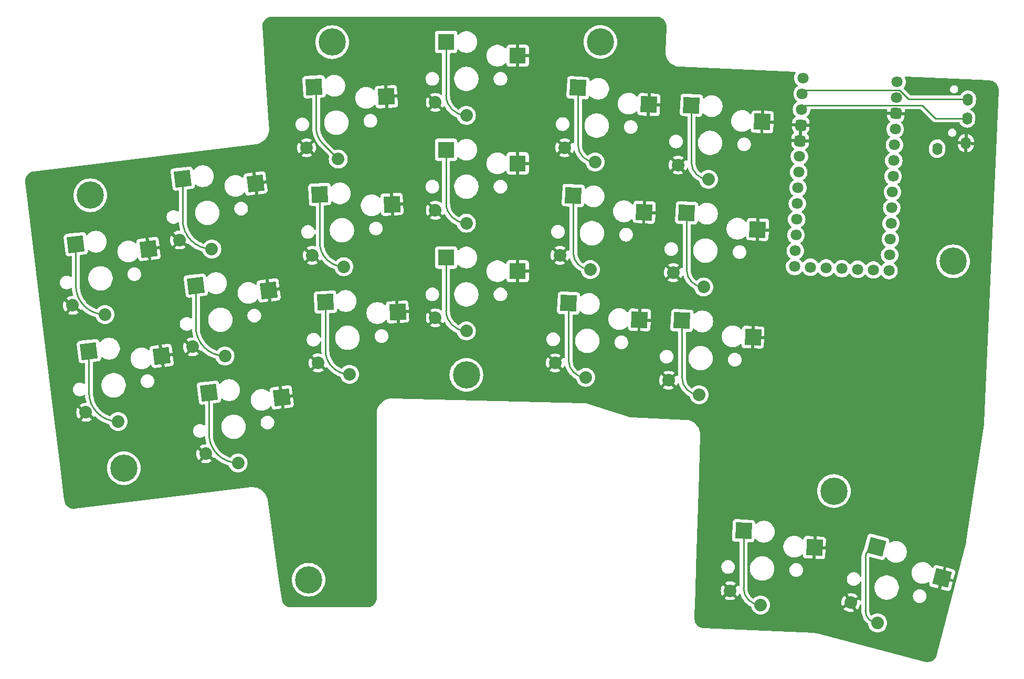
<source format=gbl>
G04 #@! TF.GenerationSoftware,KiCad,Pcbnew,8.0.5-dirty*
G04 #@! TF.CreationDate,2024-10-14T15:47:28+03:00*
G04 #@! TF.ProjectId,Kivipallur_left,4b697669-7061-46c6-9c75-725f6c656674,1*
G04 #@! TF.SameCoordinates,Original*
G04 #@! TF.FileFunction,Copper,L2,Bot*
G04 #@! TF.FilePolarity,Positive*
%FSLAX46Y46*%
G04 Gerber Fmt 4.6, Leading zero omitted, Abs format (unit mm)*
G04 Created by KiCad (PCBNEW 8.0.5-dirty) date 2024-10-14 15:47:28*
%MOMM*%
%LPD*%
G01*
G04 APERTURE LIST*
G04 Aperture macros list*
%AMRoundRect*
0 Rectangle with rounded corners*
0 $1 Rounding radius*
0 $2 $3 $4 $5 $6 $7 $8 $9 X,Y pos of 4 corners*
0 Add a 4 corners polygon primitive as box body*
4,1,4,$2,$3,$4,$5,$6,$7,$8,$9,$2,$3,0*
0 Add four circle primitives for the rounded corners*
1,1,$1+$1,$2,$3*
1,1,$1+$1,$4,$5*
1,1,$1+$1,$6,$7*
1,1,$1+$1,$8,$9*
0 Add four rect primitives between the rounded corners*
20,1,$1+$1,$2,$3,$4,$5,0*
20,1,$1+$1,$4,$5,$6,$7,0*
20,1,$1+$1,$6,$7,$8,$9,0*
20,1,$1+$1,$8,$9,$2,$3,0*%
%AMHorizOval*
0 Thick line with rounded ends*
0 $1 width*
0 $2 $3 position (X,Y) of the first rounded end (center of the circle)*
0 $4 $5 position (X,Y) of the second rounded end (center of the circle)*
0 Add line between two ends*
20,1,$1,$2,$3,$4,$5,0*
0 Add two circle primitives to create the rounded ends*
1,1,$1,$2,$3*
1,1,$1,$4,$5*%
%AMRotRect*
0 Rectangle, with rotation*
0 The origin of the aperture is its center*
0 $1 length*
0 $2 width*
0 $3 Rotation angle, in degrees counterclockwise*
0 Add horizontal line*
21,1,$1,$2,0,0,$3*%
G04 Aperture macros list end*
G04 #@! TA.AperFunction,ComponentPad*
%ADD10C,4.400000*%
G04 #@! TD*
G04 #@! TA.AperFunction,SMDPad,CuDef*
%ADD11RotRect,2.600000X2.600000X357.500000*%
G04 #@! TD*
G04 #@! TA.AperFunction,ComponentPad*
%ADD12C,2.032000*%
G04 #@! TD*
G04 #@! TA.AperFunction,SMDPad,CuDef*
%ADD13RotRect,2.600000X2.600000X3.000000*%
G04 #@! TD*
G04 #@! TA.AperFunction,SMDPad,CuDef*
%ADD14RotRect,2.600000X2.600000X7.000000*%
G04 #@! TD*
G04 #@! TA.AperFunction,ComponentPad*
%ADD15HorizOval,1.600000X-0.008724X-0.199810X0.008724X0.199810X0*%
G04 #@! TD*
G04 #@! TA.AperFunction,ComponentPad*
%ADD16C,1.800000*%
G04 #@! TD*
G04 #@! TA.AperFunction,ComponentPad*
%ADD17RoundRect,0.450000X-0.469200X-0.429943X0.429943X-0.469200X0.469200X0.429943X-0.429943X0.469200X0*%
G04 #@! TD*
G04 #@! TA.AperFunction,SMDPad,CuDef*
%ADD18RotRect,2.600000X2.600000X345.500000*%
G04 #@! TD*
G04 #@! TA.AperFunction,SMDPad,CuDef*
%ADD19R,2.600000X2.600000*%
G04 #@! TD*
G04 #@! TA.AperFunction,ViaPad*
%ADD20C,0.800000*%
G04 #@! TD*
G04 #@! TA.AperFunction,Conductor*
%ADD21C,0.250000*%
G04 #@! TD*
G04 APERTURE END LIST*
D10*
X75164907Y-111092323D03*
D11*
X146914747Y-84436010D03*
D12*
X149669741Y-96417585D03*
X144766100Y-94101486D03*
D11*
X158357792Y-87137720D03*
X148432702Y-49669132D03*
D12*
X151187696Y-61650707D03*
X146284055Y-59334608D03*
D11*
X159875747Y-52370842D03*
D10*
X130427095Y-96023200D03*
D11*
X147673725Y-67052571D03*
D12*
X150428719Y-79034146D03*
X145525078Y-76718047D03*
D11*
X159116770Y-69754281D03*
D13*
X106775279Y-66888930D03*
D12*
X110665972Y-78551289D03*
X105562919Y-76715847D03*
D13*
X118424590Y-68481434D03*
D14*
X67423433Y-74916119D03*
D12*
X72118173Y-86278669D03*
X66899517Y-84803669D03*
D14*
X79155453Y-75692130D03*
D11*
X165968973Y-69853264D03*
D12*
X168723967Y-81834839D03*
X163820326Y-79518740D03*
D11*
X177412018Y-72554974D03*
X175137896Y-121202080D03*
D12*
X177892890Y-133183655D03*
X172989249Y-130867556D03*
D11*
X186580941Y-123903790D03*
D14*
X69543960Y-92186422D03*
D12*
X74238700Y-103548972D03*
X69020044Y-102073972D03*
D14*
X81275980Y-92962433D03*
D13*
X105864633Y-49512776D03*
D12*
X109755326Y-61175135D03*
X104652273Y-59339693D03*
D13*
X117513944Y-51105280D03*
D15*
X211200000Y-54600000D03*
X211330858Y-51602855D03*
X206381919Y-59494496D03*
X211025522Y-58596192D03*
D16*
X184596615Y-50610917D03*
X184485822Y-53148499D03*
D17*
X184375029Y-55686082D03*
X184264236Y-58223664D03*
D16*
X184153442Y-60761247D03*
X184042649Y-63298829D03*
X183931856Y-65836412D03*
X183821063Y-68373994D03*
X183710269Y-70911576D03*
X183599476Y-73449159D03*
X183488683Y-75986741D03*
X183377890Y-78524324D03*
X199822110Y-51275676D03*
D17*
X199711317Y-53813259D03*
D16*
X199600524Y-56350841D03*
X199489731Y-58888424D03*
X199378937Y-61426006D03*
X199268144Y-63963588D03*
X199157351Y-66501171D03*
X199046558Y-69038753D03*
X198935764Y-71576336D03*
X198824971Y-74113918D03*
X198714178Y-76651501D03*
X198603385Y-79189083D03*
X185915472Y-78635117D03*
X188453055Y-78745910D03*
X190990637Y-78856704D03*
X193528220Y-78967497D03*
X196065802Y-79078290D03*
X199932904Y-48738094D03*
X184707409Y-48073334D03*
D14*
X84662580Y-64336335D03*
D12*
X89357320Y-75698885D03*
X84138664Y-74223885D03*
D14*
X96394600Y-65112346D03*
D10*
X152033912Y-42269171D03*
D11*
X165209996Y-87236703D03*
D12*
X167964990Y-99218278D03*
X163061349Y-96902179D03*
D11*
X176653041Y-89938413D03*
D14*
X86783107Y-81606638D03*
D12*
X91477847Y-92969188D03*
X86259191Y-91494188D03*
D14*
X98515127Y-82382649D03*
D18*
X196554134Y-123787815D03*
D12*
X196757814Y-136080359D03*
X192442874Y-132795349D03*
D18*
X207185403Y-128809629D03*
D10*
X69753908Y-67023274D03*
D19*
X127152095Y-77073200D03*
D12*
X130427095Y-88923200D03*
X125427095Y-86823200D03*
D19*
X138702095Y-79273200D03*
D10*
X104980863Y-129092845D03*
D14*
X88903633Y-98876941D03*
D12*
X93598373Y-110239491D03*
X88379717Y-108764491D03*
D14*
X100635653Y-99652952D03*
D10*
X108766176Y-42301037D03*
X208943250Y-77685230D03*
D19*
X127152095Y-42273200D03*
D12*
X130427095Y-54123200D03*
X125427095Y-52023200D03*
D19*
X138702095Y-44473200D03*
D13*
X107685924Y-84265084D03*
D12*
X111576617Y-95927443D03*
X106473564Y-94092001D03*
D13*
X119335235Y-85857588D03*
D10*
X189706827Y-114781456D03*
D11*
X166727951Y-52469825D03*
D12*
X169482945Y-64451400D03*
X164579304Y-62135301D03*
D11*
X178170996Y-55171535D03*
D19*
X127152095Y-59673200D03*
D12*
X130427095Y-71523200D03*
X125427095Y-69423200D03*
D19*
X138702095Y-61873200D03*
D20*
X61600000Y-65700000D03*
X192500000Y-97500000D03*
X170700000Y-104600000D03*
X64700000Y-89400000D03*
X207300000Y-65900000D03*
X204500000Y-56200000D03*
X102600000Y-119500000D03*
X140500000Y-99000000D03*
X197600000Y-93100000D03*
X69000000Y-115100000D03*
D21*
X200329522Y-50050676D02*
X185156856Y-50050676D01*
X211228003Y-51500000D02*
X201778846Y-51500000D01*
X185156856Y-50050676D02*
X184596615Y-50610917D01*
X211330858Y-51602855D02*
X211228003Y-51500000D01*
X201778846Y-51500000D02*
X200329522Y-50050676D01*
X211330858Y-51602855D02*
X211330858Y-51969142D01*
X203975371Y-52500676D02*
X185133645Y-52500676D01*
X185133645Y-52500676D02*
X184485822Y-53148499D01*
X211200000Y-54600000D02*
X206074695Y-54600000D01*
X206074695Y-54600000D02*
X203975371Y-52500676D01*
X67423433Y-81583929D02*
X67423433Y-74916119D01*
X72118173Y-86278669D02*
G75*
G02*
X67423431Y-81583929I27J4694769D01*
G01*
X69543960Y-98854232D02*
X69543960Y-92186422D01*
X74238700Y-103548972D02*
G75*
G02*
X69543928Y-98854232I0J4694772D01*
G01*
X84662580Y-71004145D02*
X84662580Y-64336335D01*
X89357320Y-75698885D02*
G75*
G02*
X84662515Y-71004145I-20J4694785D01*
G01*
X86783107Y-88274448D02*
X86783107Y-81606638D01*
X91477847Y-92969188D02*
G75*
G02*
X86783012Y-88274448I-47J4694788D01*
G01*
X88903633Y-105544751D02*
X88903633Y-98876941D01*
X93598373Y-110239491D02*
G75*
G02*
X88903609Y-105544751I27J4694791D01*
G01*
X109755326Y-61175135D02*
X107274667Y-58694476D01*
X106200000Y-56100000D02*
X106200000Y-50322423D01*
X107274667Y-58694476D02*
G75*
G02*
X106199987Y-56100000I2594433J2594476D01*
G01*
X106200000Y-50322423D02*
G75*
G03*
X105864642Y-49512767I-1145000J23D01*
G01*
X106775279Y-74660596D02*
X106775279Y-66888930D01*
X110665972Y-78551289D02*
G75*
G02*
X106775311Y-74660596I28J3890689D01*
G01*
X107685924Y-92036750D02*
X107685924Y-84265084D01*
X111576617Y-95927443D02*
G75*
G02*
X107685857Y-92036750I-17J3890743D01*
G01*
X127152095Y-50848200D02*
X127152095Y-42273200D01*
X130427095Y-54123200D02*
G75*
G02*
X127152100Y-50848200I5J3275000D01*
G01*
X127152095Y-68248200D02*
X127152095Y-59673200D01*
X130427095Y-71523200D02*
G75*
G02*
X127152100Y-68248200I5J3275000D01*
G01*
X127152095Y-85648200D02*
X127152095Y-77073200D01*
X130427095Y-88923200D02*
G75*
G02*
X127152100Y-85648200I5J3275000D01*
G01*
X148432702Y-58895713D02*
X148432702Y-49669132D01*
X151187696Y-61650707D02*
G75*
G02*
X148432693Y-58895713I4J2755007D01*
G01*
X147673725Y-76279152D02*
X147673725Y-67052571D01*
X150428719Y-79034146D02*
G75*
G02*
X147673754Y-76279152I-19J2754946D01*
G01*
X146914747Y-93662591D02*
X146914747Y-84436010D01*
X149669741Y-96417585D02*
G75*
G02*
X146914715Y-93662591I-41J2754985D01*
G01*
X166727951Y-61696406D02*
X166727951Y-52469825D01*
X169482945Y-64451400D02*
G75*
G02*
X166727900Y-61696406I-45J2755000D01*
G01*
X165968973Y-79079845D02*
X165968973Y-69853264D01*
X168723967Y-81834839D02*
G75*
G02*
X165968961Y-79079845I33J2755039D01*
G01*
X165209996Y-96463284D02*
X165209996Y-87236703D01*
X167964990Y-99218278D02*
G75*
G02*
X165210022Y-96463284I10J2754978D01*
G01*
X175137896Y-130428661D02*
X175137896Y-121202080D01*
X177892890Y-133183655D02*
G75*
G02*
X175137945Y-130428661I10J2754955D01*
G01*
X194800000Y-134122545D02*
X194800000Y-125541949D01*
X194800000Y-125541949D02*
G75*
G02*
X196554134Y-123787800I1754100J49D01*
G01*
X196757814Y-136080359D02*
G75*
G02*
X194799941Y-134122545I-14J1957859D01*
G01*
G04 #@! TA.AperFunction,Conductor*
G36*
X161082667Y-38173701D02*
G01*
X161137435Y-38173700D01*
X161146513Y-38174033D01*
X161359222Y-38189648D01*
X161377185Y-38192299D01*
X161521116Y-38224465D01*
X161580891Y-38237824D01*
X161598276Y-38243072D01*
X161793148Y-38317862D01*
X161809578Y-38325592D01*
X161991437Y-38428046D01*
X162006553Y-38438086D01*
X162089030Y-38502049D01*
X162171503Y-38566009D01*
X162185000Y-38578160D01*
X162329484Y-38728791D01*
X162341062Y-38742783D01*
X162461995Y-38912904D01*
X162471405Y-38928436D01*
X162566193Y-39114398D01*
X162573234Y-39131139D01*
X162639845Y-39328959D01*
X162644364Y-39346548D01*
X162681365Y-39551965D01*
X162683267Y-39570027D01*
X162689997Y-39782791D01*
X162689951Y-39791877D01*
X162598970Y-41973972D01*
X162526342Y-43715888D01*
X162519449Y-43880929D01*
X162519449Y-43880943D01*
X162542817Y-44176087D01*
X162542817Y-44176091D01*
X162542818Y-44176093D01*
X162552352Y-44223200D01*
X162601549Y-44466289D01*
X162601550Y-44466293D01*
X162601551Y-44466296D01*
X162694793Y-44747317D01*
X162821189Y-45015069D01*
X162978899Y-45265657D01*
X162978902Y-45265661D01*
X162978903Y-45265662D01*
X163126927Y-45447812D01*
X163165629Y-45495436D01*
X163378664Y-45701065D01*
X163614904Y-45879551D01*
X163704842Y-45931807D01*
X163870908Y-46028296D01*
X163870911Y-46028297D01*
X163870914Y-46028299D01*
X164142969Y-46145145D01*
X164427112Y-46228390D01*
X164719210Y-46276822D01*
X164866019Y-46283219D01*
X164866027Y-46283222D01*
X164866028Y-46283220D01*
X183440988Y-47094220D01*
X183507105Y-47116810D01*
X183550513Y-47171560D01*
X183557430Y-47241086D01*
X183539388Y-47285923D01*
X183464424Y-47400665D01*
X183370660Y-47614426D01*
X183313357Y-47840711D01*
X183294082Y-48073328D01*
X183294082Y-48073339D01*
X183313357Y-48305956D01*
X183370660Y-48532241D01*
X183464424Y-48746002D01*
X183592095Y-48941418D01*
X183750185Y-49113148D01*
X183750190Y-49113153D01*
X183868924Y-49205568D01*
X183909737Y-49262279D01*
X183913410Y-49332052D01*
X183878779Y-49392735D01*
X183851780Y-49412475D01*
X183823603Y-49427723D01*
X183823600Y-49427725D01*
X183639396Y-49571098D01*
X183639391Y-49571102D01*
X183481301Y-49742832D01*
X183353630Y-49938248D01*
X183259866Y-50152009D01*
X183202563Y-50378294D01*
X183183288Y-50610911D01*
X183183288Y-50610922D01*
X183202563Y-50843539D01*
X183202563Y-50843542D01*
X183202564Y-50843543D01*
X183241778Y-50998397D01*
X183259866Y-51069824D01*
X183353630Y-51283585D01*
X183481301Y-51479001D01*
X183639391Y-51650731D01*
X183639401Y-51650740D01*
X183758129Y-51743150D01*
X183798942Y-51799860D01*
X183802617Y-51869633D01*
X183767985Y-51930316D01*
X183740987Y-51950056D01*
X183712815Y-51965302D01*
X183712807Y-51965307D01*
X183528603Y-52108680D01*
X183528598Y-52108684D01*
X183370508Y-52280414D01*
X183242837Y-52475830D01*
X183149073Y-52689591D01*
X183091770Y-52915876D01*
X183072495Y-53148493D01*
X183072495Y-53148504D01*
X183091770Y-53381121D01*
X183149073Y-53607406D01*
X183242837Y-53821167D01*
X183370505Y-54016579D01*
X183526283Y-54185798D01*
X183557205Y-54248452D01*
X183549345Y-54317879D01*
X183505198Y-54372034D01*
X183487617Y-54382089D01*
X183454894Y-54397404D01*
X183299966Y-54512855D01*
X183299960Y-54512860D01*
X183171449Y-54657132D01*
X183074612Y-54824316D01*
X183074610Y-54824320D01*
X183013408Y-55007578D01*
X183013406Y-55007584D01*
X182998395Y-55120378D01*
X182998393Y-55120402D01*
X182987265Y-55375252D01*
X183952798Y-55417407D01*
X183909104Y-55493089D01*
X183875029Y-55620256D01*
X183875029Y-55751908D01*
X183909104Y-55879075D01*
X183930959Y-55916930D01*
X182965456Y-55874776D01*
X182954330Y-56129632D01*
X182954330Y-56129638D01*
X182959453Y-56243320D01*
X182959455Y-56243333D01*
X183004450Y-56431223D01*
X183086349Y-56606214D01*
X183086350Y-56606215D01*
X183201802Y-56761144D01*
X183201807Y-56761150D01*
X183259326Y-56812385D01*
X183296292Y-56871675D01*
X183295336Y-56941538D01*
X183256761Y-56999794D01*
X183250943Y-57004406D01*
X183189175Y-57050436D01*
X183189167Y-57050442D01*
X183060656Y-57194714D01*
X182963819Y-57361898D01*
X182963817Y-57361902D01*
X182902615Y-57545160D01*
X182902613Y-57545166D01*
X182887602Y-57657960D01*
X182887600Y-57657984D01*
X182876472Y-57912834D01*
X183842005Y-57954989D01*
X183798311Y-58030671D01*
X183764236Y-58157838D01*
X183764236Y-58289490D01*
X183798311Y-58416657D01*
X183820167Y-58454513D01*
X182854663Y-58412358D01*
X182843537Y-58667214D01*
X182843537Y-58667220D01*
X182848660Y-58780902D01*
X182848662Y-58780915D01*
X182893657Y-58968805D01*
X182975556Y-59143796D01*
X182975557Y-59143797D01*
X183091009Y-59298726D01*
X183091014Y-59298732D01*
X183235286Y-59427243D01*
X183270438Y-59447604D01*
X183318583Y-59498239D01*
X183331709Y-59566865D01*
X183305650Y-59631693D01*
X183284450Y-59652757D01*
X183196223Y-59721427D01*
X183196218Y-59721432D01*
X183038128Y-59893162D01*
X182910457Y-60088578D01*
X182816693Y-60302339D01*
X182759390Y-60528624D01*
X182740115Y-60761241D01*
X182740115Y-60761252D01*
X182759390Y-60993869D01*
X182816693Y-61220154D01*
X182910457Y-61433915D01*
X183038128Y-61629331D01*
X183196218Y-61801061D01*
X183196228Y-61801070D01*
X183314956Y-61893480D01*
X183355769Y-61950190D01*
X183359444Y-62019963D01*
X183324812Y-62080646D01*
X183297814Y-62100386D01*
X183269642Y-62115632D01*
X183269634Y-62115637D01*
X183085430Y-62259010D01*
X183085425Y-62259014D01*
X182927335Y-62430744D01*
X182799664Y-62626160D01*
X182705900Y-62839921D01*
X182648597Y-63066206D01*
X182629322Y-63298823D01*
X182629322Y-63298834D01*
X182648597Y-63531451D01*
X182705900Y-63757736D01*
X182799664Y-63971497D01*
X182927335Y-64166913D01*
X183085425Y-64338643D01*
X183085435Y-64338652D01*
X183204164Y-64431063D01*
X183244977Y-64487773D01*
X183248652Y-64557546D01*
X183214020Y-64618229D01*
X183187021Y-64637970D01*
X183158844Y-64653218D01*
X183158841Y-64653220D01*
X182974637Y-64796593D01*
X182974632Y-64796597D01*
X182816542Y-64968327D01*
X182688871Y-65163743D01*
X182595107Y-65377504D01*
X182537804Y-65603789D01*
X182518529Y-65836406D01*
X182518529Y-65836417D01*
X182537804Y-66069034D01*
X182595107Y-66295319D01*
X182688871Y-66509080D01*
X182816542Y-66704496D01*
X182974632Y-66876226D01*
X182974642Y-66876235D01*
X183093370Y-66968645D01*
X183134183Y-67025355D01*
X183137858Y-67095128D01*
X183103226Y-67155811D01*
X183076228Y-67175551D01*
X183048056Y-67190797D01*
X183048048Y-67190802D01*
X182863844Y-67334175D01*
X182863839Y-67334179D01*
X182705749Y-67505909D01*
X182578078Y-67701325D01*
X182484314Y-67915086D01*
X182427011Y-68141371D01*
X182407736Y-68373988D01*
X182407736Y-68373999D01*
X182427011Y-68606616D01*
X182484314Y-68832901D01*
X182578078Y-69046662D01*
X182705749Y-69242078D01*
X182863839Y-69413808D01*
X182863849Y-69413817D01*
X182982577Y-69506227D01*
X183023390Y-69562937D01*
X183027065Y-69632710D01*
X182992433Y-69693393D01*
X182965434Y-69713134D01*
X182937257Y-69728382D01*
X182937254Y-69728384D01*
X182753050Y-69871757D01*
X182753045Y-69871761D01*
X182594955Y-70043491D01*
X182467284Y-70238907D01*
X182373520Y-70452668D01*
X182316217Y-70678953D01*
X182296942Y-70911570D01*
X182296942Y-70911581D01*
X182316217Y-71144198D01*
X182373520Y-71370483D01*
X182467284Y-71584244D01*
X182594955Y-71779660D01*
X182753045Y-71951390D01*
X182753055Y-71951399D01*
X182871784Y-72043810D01*
X182912597Y-72100520D01*
X182916272Y-72170293D01*
X182881640Y-72230976D01*
X182854641Y-72250717D01*
X182826464Y-72265965D01*
X182826461Y-72265967D01*
X182642257Y-72409340D01*
X182642252Y-72409344D01*
X182484162Y-72581074D01*
X182356491Y-72776490D01*
X182262727Y-72990251D01*
X182205424Y-73216536D01*
X182186149Y-73449153D01*
X182186149Y-73449164D01*
X182205424Y-73681781D01*
X182262727Y-73908066D01*
X182356491Y-74121827D01*
X182484162Y-74317243D01*
X182642252Y-74488973D01*
X182642262Y-74488982D01*
X182760990Y-74581392D01*
X182801803Y-74638102D01*
X182805478Y-74707875D01*
X182770846Y-74768558D01*
X182743848Y-74788298D01*
X182715676Y-74803544D01*
X182715668Y-74803549D01*
X182531464Y-74946922D01*
X182531459Y-74946926D01*
X182373369Y-75118656D01*
X182245698Y-75314072D01*
X182151934Y-75527833D01*
X182094631Y-75754118D01*
X182075356Y-75986735D01*
X182075356Y-75986746D01*
X182094631Y-76219363D01*
X182094631Y-76219366D01*
X182094632Y-76219367D01*
X182096011Y-76224811D01*
X182151934Y-76445648D01*
X182245698Y-76659409D01*
X182373369Y-76854825D01*
X182531459Y-77026555D01*
X182531469Y-77026564D01*
X182650198Y-77118975D01*
X182691011Y-77175685D01*
X182694686Y-77245458D01*
X182660054Y-77306141D01*
X182633055Y-77325882D01*
X182604878Y-77341130D01*
X182604875Y-77341132D01*
X182420671Y-77484505D01*
X182420666Y-77484509D01*
X182262576Y-77656239D01*
X182134905Y-77851655D01*
X182041141Y-78065416D01*
X181983838Y-78291701D01*
X181964563Y-78524318D01*
X181964563Y-78524329D01*
X181983838Y-78756946D01*
X181983838Y-78756949D01*
X181983839Y-78756950D01*
X181993455Y-78794924D01*
X182041141Y-78983231D01*
X182134905Y-79196992D01*
X182262576Y-79392408D01*
X182420666Y-79564138D01*
X182420670Y-79564142D01*
X182604873Y-79707514D01*
X182604875Y-79707515D01*
X182604878Y-79707517D01*
X182689059Y-79753073D01*
X182810163Y-79818611D01*
X182924804Y-79857967D01*
X183030935Y-79894403D01*
X183030937Y-79894403D01*
X183030939Y-79894404D01*
X183261178Y-79932824D01*
X183261179Y-79932824D01*
X183494601Y-79932824D01*
X183494602Y-79932824D01*
X183724841Y-79894404D01*
X183945617Y-79818611D01*
X184150907Y-79707514D01*
X184335110Y-79564142D01*
X184493204Y-79392407D01*
X184506679Y-79371780D01*
X184559822Y-79326425D01*
X184629053Y-79317000D01*
X184692390Y-79346500D01*
X184714297Y-79371780D01*
X184800160Y-79503203D01*
X184958248Y-79674931D01*
X184958252Y-79674935D01*
X185142455Y-79818307D01*
X185142457Y-79818308D01*
X185142460Y-79818310D01*
X185239759Y-79870965D01*
X185347745Y-79929404D01*
X185431217Y-79958060D01*
X185568517Y-80005196D01*
X185568519Y-80005196D01*
X185568521Y-80005197D01*
X185798760Y-80043617D01*
X185798761Y-80043617D01*
X186032183Y-80043617D01*
X186032184Y-80043617D01*
X186262423Y-80005197D01*
X186483199Y-79929404D01*
X186688489Y-79818307D01*
X186872692Y-79674935D01*
X187030786Y-79503200D01*
X187044262Y-79482572D01*
X187097406Y-79437217D01*
X187166638Y-79427792D01*
X187229974Y-79457292D01*
X187251880Y-79482573D01*
X187337741Y-79613994D01*
X187480986Y-79769598D01*
X187495835Y-79785728D01*
X187680038Y-79929100D01*
X187680040Y-79929101D01*
X187680043Y-79929103D01*
X187766661Y-79975978D01*
X187885328Y-80040197D01*
X187978604Y-80072219D01*
X188106100Y-80115989D01*
X188106102Y-80115989D01*
X188106104Y-80115990D01*
X188336343Y-80154410D01*
X188336344Y-80154410D01*
X188569766Y-80154410D01*
X188569767Y-80154410D01*
X188800006Y-80115990D01*
X189020782Y-80040197D01*
X189226072Y-79929100D01*
X189410275Y-79785728D01*
X189568369Y-79613993D01*
X189581844Y-79593366D01*
X189634987Y-79548011D01*
X189704218Y-79538586D01*
X189767555Y-79568086D01*
X189789462Y-79593367D01*
X189875323Y-79724788D01*
X190026121Y-79888597D01*
X190033417Y-79896522D01*
X190217620Y-80039894D01*
X190217622Y-80039895D01*
X190217625Y-80039897D01*
X190277353Y-80072220D01*
X190422910Y-80150991D01*
X190485878Y-80172608D01*
X190643682Y-80226783D01*
X190643684Y-80226783D01*
X190643686Y-80226784D01*
X190873925Y-80265204D01*
X190873926Y-80265204D01*
X191107348Y-80265204D01*
X191107349Y-80265204D01*
X191337588Y-80226784D01*
X191558364Y-80150991D01*
X191763654Y-80039894D01*
X191947857Y-79896522D01*
X192105951Y-79724787D01*
X192119427Y-79704159D01*
X192172571Y-79658804D01*
X192241803Y-79649379D01*
X192305139Y-79678879D01*
X192327045Y-79704160D01*
X192412906Y-79835581D01*
X192570996Y-80007311D01*
X192571000Y-80007315D01*
X192755203Y-80150687D01*
X192755205Y-80150688D01*
X192755208Y-80150690D01*
X192857204Y-80205887D01*
X192960493Y-80261784D01*
X193029103Y-80285338D01*
X193181265Y-80337576D01*
X193181267Y-80337576D01*
X193181269Y-80337577D01*
X193411508Y-80375997D01*
X193411509Y-80375997D01*
X193644931Y-80375997D01*
X193644932Y-80375997D01*
X193875171Y-80337577D01*
X194095947Y-80261784D01*
X194301237Y-80150687D01*
X194485440Y-80007315D01*
X194643534Y-79835580D01*
X194657009Y-79814953D01*
X194710152Y-79769598D01*
X194779383Y-79760173D01*
X194842720Y-79789673D01*
X194864627Y-79814953D01*
X194950490Y-79946376D01*
X195089651Y-80097544D01*
X195108582Y-80118108D01*
X195292785Y-80261480D01*
X195292787Y-80261481D01*
X195292790Y-80261483D01*
X195374358Y-80305625D01*
X195498075Y-80372577D01*
X195574110Y-80398680D01*
X195718847Y-80448369D01*
X195718849Y-80448369D01*
X195718851Y-80448370D01*
X195949090Y-80486790D01*
X195949091Y-80486790D01*
X196182513Y-80486790D01*
X196182514Y-80486790D01*
X196412753Y-80448370D01*
X196633529Y-80372577D01*
X196838819Y-80261480D01*
X197023022Y-80118108D01*
X197181116Y-79946373D01*
X197194592Y-79925745D01*
X197247736Y-79880390D01*
X197316968Y-79870965D01*
X197380304Y-79900465D01*
X197402210Y-79925746D01*
X197488071Y-80057167D01*
X197644215Y-80226783D01*
X197646165Y-80228901D01*
X197830368Y-80372273D01*
X197830370Y-80372274D01*
X197830373Y-80372276D01*
X197932506Y-80427547D01*
X198035658Y-80483370D01*
X198129738Y-80515668D01*
X198256430Y-80559162D01*
X198256432Y-80559162D01*
X198256434Y-80559163D01*
X198486673Y-80597583D01*
X198486674Y-80597583D01*
X198720096Y-80597583D01*
X198720097Y-80597583D01*
X198950336Y-80559163D01*
X199171112Y-80483370D01*
X199376402Y-80372273D01*
X199560605Y-80228901D01*
X199718699Y-80057166D01*
X199846369Y-79861752D01*
X199940134Y-79647990D01*
X199997436Y-79421709D01*
X200007161Y-79304347D01*
X200016712Y-79189088D01*
X200016712Y-79189077D01*
X200001287Y-79002930D01*
X199997436Y-78956457D01*
X199940134Y-78730176D01*
X199846369Y-78516414D01*
X199822504Y-78479886D01*
X199718698Y-78320998D01*
X199560608Y-78149268D01*
X199560598Y-78149259D01*
X199441870Y-78056849D01*
X199401057Y-78000139D01*
X199397382Y-77930366D01*
X199432014Y-77869683D01*
X199459016Y-77849941D01*
X199487185Y-77834697D01*
X199487188Y-77834694D01*
X199487195Y-77834691D01*
X199671398Y-77691319D01*
X199677003Y-77685230D01*
X206229799Y-77685230D01*
X206249582Y-78012294D01*
X206249582Y-78012299D01*
X206249583Y-78012300D01*
X206308647Y-78334601D01*
X206308648Y-78334605D01*
X206308649Y-78334609D01*
X206406122Y-78647414D01*
X206406126Y-78647426D01*
X206406129Y-78647433D01*
X206511563Y-78881699D01*
X206540608Y-78946234D01*
X206710123Y-79226645D01*
X206912205Y-79484584D01*
X207143895Y-79716274D01*
X207373960Y-79896518D01*
X207401834Y-79918356D01*
X207682246Y-80087872D01*
X207981047Y-80222351D01*
X207981060Y-80222355D01*
X207981065Y-80222357D01*
X208138156Y-80271308D01*
X208293879Y-80319833D01*
X208616180Y-80378897D01*
X208943250Y-80398681D01*
X209270320Y-80378897D01*
X209592621Y-80319833D01*
X209884446Y-80228897D01*
X209905434Y-80222357D01*
X209905434Y-80222356D01*
X209905453Y-80222351D01*
X210204254Y-80087872D01*
X210484666Y-79918356D01*
X210742601Y-79716277D01*
X210974297Y-79484581D01*
X211176376Y-79226646D01*
X211345892Y-78946234D01*
X211480371Y-78647433D01*
X211480647Y-78646549D01*
X211508259Y-78557936D01*
X211577853Y-78334601D01*
X211636917Y-78012300D01*
X211656701Y-77685230D01*
X211636917Y-77358160D01*
X211577853Y-77035859D01*
X211530570Y-76884123D01*
X211480377Y-76723045D01*
X211480375Y-76723040D01*
X211480371Y-76723027D01*
X211345892Y-76424226D01*
X211176376Y-76143814D01*
X211117951Y-76069240D01*
X210974294Y-75885875D01*
X210742604Y-75654185D01*
X210484665Y-75452103D01*
X210204254Y-75282588D01*
X210193515Y-75277755D01*
X209905453Y-75148109D01*
X209905446Y-75148106D01*
X209905434Y-75148102D01*
X209592629Y-75050629D01*
X209592625Y-75050628D01*
X209592621Y-75050627D01*
X209270320Y-74991563D01*
X209270319Y-74991562D01*
X209270314Y-74991562D01*
X208943250Y-74971779D01*
X208616185Y-74991562D01*
X208616180Y-74991563D01*
X208293879Y-75050627D01*
X208293876Y-75050627D01*
X208293870Y-75050629D01*
X207981065Y-75148102D01*
X207981049Y-75148108D01*
X207981047Y-75148109D01*
X207876506Y-75195159D01*
X207682245Y-75282588D01*
X207401834Y-75452103D01*
X207143895Y-75654185D01*
X206912205Y-75885875D01*
X206710123Y-76143814D01*
X206540608Y-76424225D01*
X206464976Y-76592273D01*
X206408371Y-76718047D01*
X206406128Y-76723030D01*
X206406122Y-76723045D01*
X206308649Y-77035850D01*
X206308647Y-77035856D01*
X206308647Y-77035859D01*
X206266544Y-77265606D01*
X206249582Y-77358165D01*
X206229799Y-77685230D01*
X199677003Y-77685230D01*
X199829492Y-77519584D01*
X199957162Y-77324170D01*
X200050927Y-77110408D01*
X200108229Y-76884127D01*
X200126455Y-76664177D01*
X200127505Y-76651506D01*
X200127505Y-76651495D01*
X200108229Y-76418878D01*
X200108229Y-76418875D01*
X200050927Y-76192594D01*
X199957162Y-75978832D01*
X199916464Y-75916539D01*
X199829491Y-75783416D01*
X199671401Y-75611686D01*
X199671400Y-75611685D01*
X199671398Y-75611683D01*
X199552660Y-75519265D01*
X199511848Y-75462556D01*
X199508174Y-75392783D01*
X199542806Y-75332100D01*
X199569805Y-75312359D01*
X199597988Y-75297108D01*
X199782191Y-75153736D01*
X199940285Y-74982001D01*
X200067955Y-74786587D01*
X200161720Y-74572825D01*
X200219022Y-74346544D01*
X200233678Y-74169671D01*
X200238298Y-74113923D01*
X200238298Y-74113912D01*
X200222276Y-73920562D01*
X200219022Y-73881292D01*
X200161720Y-73655011D01*
X200067955Y-73441249D01*
X200045595Y-73407025D01*
X199940284Y-73245833D01*
X199782194Y-73074103D01*
X199782184Y-73074094D01*
X199663456Y-72981684D01*
X199622643Y-72924974D01*
X199618968Y-72855201D01*
X199653600Y-72794518D01*
X199680602Y-72774776D01*
X199708771Y-72759532D01*
X199708774Y-72759529D01*
X199708781Y-72759526D01*
X199892984Y-72616154D01*
X200051078Y-72444419D01*
X200178748Y-72249005D01*
X200272513Y-72035243D01*
X200329815Y-71808962D01*
X200339578Y-71691145D01*
X200349091Y-71576341D01*
X200349091Y-71576330D01*
X200333224Y-71384847D01*
X200329815Y-71343710D01*
X200272513Y-71117429D01*
X200178748Y-70903667D01*
X200128709Y-70827076D01*
X200051077Y-70708251D01*
X199892987Y-70536521D01*
X199892982Y-70536516D01*
X199774248Y-70444101D01*
X199733435Y-70387390D01*
X199729762Y-70317617D01*
X199764393Y-70256934D01*
X199791392Y-70237194D01*
X199819575Y-70221943D01*
X200003778Y-70078571D01*
X200161872Y-69906836D01*
X200289542Y-69711422D01*
X200383307Y-69497660D01*
X200440609Y-69271379D01*
X200452953Y-69122415D01*
X200459885Y-69038758D01*
X200459885Y-69038747D01*
X200447034Y-68883669D01*
X200440609Y-68806127D01*
X200383307Y-68579846D01*
X200289542Y-68366084D01*
X200236096Y-68284278D01*
X200161871Y-68170668D01*
X200003781Y-67998938D01*
X200003771Y-67998929D01*
X199885043Y-67906519D01*
X199844230Y-67849809D01*
X199840555Y-67780036D01*
X199875187Y-67719353D01*
X199902189Y-67699611D01*
X199930358Y-67684367D01*
X199930361Y-67684364D01*
X199930368Y-67684361D01*
X200114571Y-67540989D01*
X200272665Y-67369254D01*
X200400335Y-67173840D01*
X200494100Y-66960078D01*
X200551402Y-66733797D01*
X200565372Y-66565202D01*
X200570678Y-66501176D01*
X200570678Y-66501165D01*
X200553653Y-66295712D01*
X200551402Y-66268545D01*
X200494100Y-66042264D01*
X200400335Y-65828502D01*
X200288785Y-65657761D01*
X200272664Y-65633086D01*
X200114574Y-65461356D01*
X200114573Y-65461355D01*
X200114571Y-65461353D01*
X199995833Y-65368935D01*
X199955021Y-65312226D01*
X199951347Y-65242453D01*
X199985979Y-65181770D01*
X200012978Y-65162029D01*
X200041161Y-65146778D01*
X200225364Y-65003406D01*
X200383458Y-64831671D01*
X200511128Y-64636257D01*
X200604893Y-64422495D01*
X200662195Y-64196214D01*
X200675776Y-64032314D01*
X200681471Y-63963593D01*
X200681471Y-63963582D01*
X200664476Y-63758489D01*
X200662195Y-63730962D01*
X200604893Y-63504681D01*
X200511128Y-63290919D01*
X200465477Y-63221044D01*
X200383457Y-63095503D01*
X200225367Y-62923773D01*
X200225357Y-62923764D01*
X200106629Y-62831354D01*
X200065816Y-62774644D01*
X200062141Y-62704871D01*
X200096773Y-62644188D01*
X200123775Y-62624446D01*
X200151944Y-62609202D01*
X200151947Y-62609199D01*
X200151954Y-62609196D01*
X200336157Y-62465824D01*
X200494251Y-62294089D01*
X200621921Y-62098675D01*
X200715686Y-61884913D01*
X200772988Y-61658632D01*
X200786108Y-61500301D01*
X200792264Y-61426011D01*
X200792264Y-61426000D01*
X200776972Y-61241462D01*
X200772988Y-61193380D01*
X200715686Y-60967099D01*
X200621921Y-60753337D01*
X200548068Y-60640296D01*
X200494250Y-60557921D01*
X200336160Y-60386191D01*
X200336150Y-60386182D01*
X200217422Y-60293772D01*
X200176609Y-60237062D01*
X200172934Y-60167289D01*
X200207566Y-60106606D01*
X200234565Y-60086865D01*
X200262748Y-60071614D01*
X200446951Y-59928242D01*
X200605045Y-59756507D01*
X200615756Y-59740112D01*
X205061448Y-59740112D01*
X205084764Y-59944753D01*
X205113815Y-60049506D01*
X205139805Y-60143223D01*
X205162629Y-60193305D01*
X205225212Y-60330631D01*
X205225216Y-60330639D01*
X205338892Y-60502386D01*
X205338897Y-60502393D01*
X205478040Y-60654240D01*
X205478043Y-60654243D01*
X205521793Y-60689043D01*
X205639228Y-60782455D01*
X205818488Y-60883876D01*
X206011407Y-60956006D01*
X206213235Y-60997069D01*
X206419001Y-61006053D01*
X206623640Y-60982737D01*
X206822112Y-60927696D01*
X207009529Y-60842284D01*
X207181278Y-60728607D01*
X207333130Y-60589460D01*
X207461344Y-60428273D01*
X207562765Y-60249013D01*
X207634895Y-60056094D01*
X207675958Y-59854266D01*
X207702390Y-59248879D01*
X207679074Y-59044241D01*
X207624033Y-58845769D01*
X207622092Y-58841510D01*
X209713573Y-58841510D01*
X209736736Y-59044820D01*
X209736737Y-59044825D01*
X209791421Y-59242008D01*
X209876274Y-59428199D01*
X209876275Y-59428201D01*
X209989213Y-59598833D01*
X209989218Y-59598840D01*
X210127457Y-59749701D01*
X210127460Y-59749704D01*
X210287595Y-59877080D01*
X210287606Y-59877088D01*
X210465691Y-59977843D01*
X210465698Y-59977846D01*
X210657360Y-60049506D01*
X210657359Y-60049506D01*
X210711350Y-60060490D01*
X210750665Y-59160017D01*
X210824978Y-59207359D01*
X210937981Y-59242989D01*
X211056357Y-59248158D01*
X211172035Y-59222512D01*
X211250189Y-59181828D01*
X211210875Y-60082299D01*
X211210875Y-60082300D01*
X211265610Y-60076065D01*
X211462804Y-60021378D01*
X211648995Y-59936525D01*
X211648997Y-59936524D01*
X211819629Y-59823586D01*
X211819636Y-59823581D01*
X211970497Y-59685342D01*
X211970500Y-59685339D01*
X212097876Y-59525204D01*
X212097884Y-59525193D01*
X212198639Y-59347108D01*
X212198642Y-59347101D01*
X212270299Y-59155447D01*
X212270300Y-59155444D01*
X212311098Y-58954916D01*
X212313379Y-58902658D01*
X212313378Y-58902657D01*
X211464188Y-58865581D01*
X211485998Y-58366057D01*
X212335189Y-58403133D01*
X212337471Y-58350873D01*
X212314307Y-58147561D01*
X212259623Y-57950380D01*
X212259621Y-57950375D01*
X212174769Y-57764183D01*
X212174768Y-57764181D01*
X212061830Y-57593550D01*
X212061825Y-57593543D01*
X211923592Y-57442688D01*
X211923581Y-57442678D01*
X211763452Y-57315305D01*
X211763439Y-57315296D01*
X211585352Y-57214541D01*
X211585345Y-57214537D01*
X211393680Y-57142876D01*
X211339692Y-57131891D01*
X211300376Y-58032365D01*
X211226066Y-57985024D01*
X211113063Y-57949394D01*
X210994687Y-57944226D01*
X210879009Y-57969871D01*
X210800851Y-58010556D01*
X210840166Y-57110083D01*
X210785425Y-57116320D01*
X210588239Y-57171005D01*
X210402048Y-57255858D01*
X210402046Y-57255859D01*
X210231414Y-57368797D01*
X210231407Y-57368802D01*
X210080546Y-57507041D01*
X210080543Y-57507044D01*
X209953167Y-57667179D01*
X209953159Y-57667190D01*
X209852404Y-57845274D01*
X209852401Y-57845280D01*
X209780744Y-58036935D01*
X209780743Y-58036939D01*
X209739947Y-58237456D01*
X209739946Y-58237462D01*
X209737664Y-58289725D01*
X210586855Y-58326800D01*
X210565045Y-58826324D01*
X209715854Y-58789249D01*
X209713573Y-58841510D01*
X207622092Y-58841510D01*
X207551134Y-58685808D01*
X207538625Y-58658360D01*
X207538621Y-58658352D01*
X207473998Y-58560716D01*
X207424944Y-58486603D01*
X207424942Y-58486600D01*
X207424940Y-58486598D01*
X207285797Y-58334751D01*
X207285794Y-58334748D01*
X207189084Y-58257822D01*
X207124610Y-58206537D01*
X206945350Y-58105116D01*
X206945346Y-58105114D01*
X206752434Y-58032987D01*
X206752433Y-58032986D01*
X206752431Y-58032986D01*
X206550603Y-57991923D01*
X206344837Y-57982939D01*
X206344836Y-57982939D01*
X206140195Y-58006255D01*
X205941720Y-58061297D01*
X205754312Y-58146705D01*
X205754310Y-58146706D01*
X205582562Y-58260383D01*
X205430703Y-58399535D01*
X205302496Y-58560716D01*
X205302492Y-58560722D01*
X205201072Y-58739981D01*
X205201071Y-58739982D01*
X205140249Y-58902658D01*
X205128943Y-58932898D01*
X205087880Y-59134726D01*
X205063839Y-59685339D01*
X205061448Y-59740112D01*
X200615756Y-59740112D01*
X200732715Y-59561093D01*
X200826480Y-59347331D01*
X200883782Y-59121050D01*
X200895355Y-58981390D01*
X200903058Y-58888429D01*
X200903058Y-58888418D01*
X200888293Y-58710234D01*
X200883782Y-58655798D01*
X200826480Y-58429517D01*
X200732715Y-58215755D01*
X200682660Y-58139140D01*
X200605044Y-58020339D01*
X200446954Y-57848609D01*
X200446953Y-57848608D01*
X200446951Y-57848606D01*
X200328213Y-57756188D01*
X200287401Y-57699479D01*
X200283727Y-57629706D01*
X200318359Y-57569023D01*
X200345358Y-57549282D01*
X200373541Y-57534031D01*
X200557744Y-57390659D01*
X200715838Y-57218924D01*
X200843508Y-57023510D01*
X200870725Y-56961462D01*
X208147001Y-56961462D01*
X208171999Y-57087129D01*
X208172001Y-57087135D01*
X208221035Y-57205515D01*
X208221040Y-57205524D01*
X208292225Y-57312059D01*
X208292228Y-57312063D01*
X208382829Y-57402664D01*
X208382833Y-57402667D01*
X208489368Y-57473852D01*
X208489377Y-57473857D01*
X208516194Y-57484965D01*
X208607758Y-57522892D01*
X208607762Y-57522892D01*
X208607763Y-57522893D01*
X208733430Y-57547891D01*
X208733433Y-57547891D01*
X208861573Y-57547891D01*
X208974215Y-57525484D01*
X208987246Y-57522892D01*
X209105629Y-57473856D01*
X209212171Y-57402667D01*
X209302778Y-57312060D01*
X209373967Y-57205518D01*
X209423003Y-57087135D01*
X209435659Y-57023509D01*
X209448002Y-56961462D01*
X209448002Y-56833319D01*
X209423004Y-56707652D01*
X209423003Y-56707651D01*
X209423003Y-56707647D01*
X209373967Y-56589264D01*
X209373966Y-56589263D01*
X209373963Y-56589257D01*
X209302778Y-56482722D01*
X209302775Y-56482718D01*
X209212174Y-56392117D01*
X209212170Y-56392114D01*
X209105635Y-56320929D01*
X209105626Y-56320924D01*
X208987246Y-56271890D01*
X208987240Y-56271888D01*
X208861573Y-56246891D01*
X208861571Y-56246891D01*
X208733433Y-56246891D01*
X208733431Y-56246891D01*
X208607763Y-56271888D01*
X208607757Y-56271890D01*
X208489377Y-56320924D01*
X208489368Y-56320929D01*
X208382833Y-56392114D01*
X208382829Y-56392117D01*
X208292228Y-56482718D01*
X208292225Y-56482722D01*
X208221040Y-56589257D01*
X208221035Y-56589266D01*
X208172001Y-56707646D01*
X208171999Y-56707652D01*
X208147002Y-56833319D01*
X208147002Y-56833322D01*
X208147002Y-56961460D01*
X208147002Y-56961462D01*
X208147001Y-56961462D01*
X200870725Y-56961462D01*
X200937273Y-56809748D01*
X200994575Y-56583467D01*
X201006498Y-56439574D01*
X201013851Y-56350846D01*
X201013851Y-56350835D01*
X200997555Y-56154183D01*
X200994575Y-56118215D01*
X200937273Y-55891934D01*
X200843508Y-55678172D01*
X200797591Y-55607890D01*
X200715837Y-55482756D01*
X200560063Y-55313542D01*
X200529140Y-55250888D01*
X200537000Y-55181462D01*
X200581147Y-55127306D01*
X200598731Y-55117250D01*
X200631450Y-55101937D01*
X200786379Y-54986485D01*
X200786385Y-54986480D01*
X200914896Y-54842208D01*
X201011733Y-54675024D01*
X201011735Y-54675020D01*
X201072937Y-54491762D01*
X201072939Y-54491756D01*
X201087950Y-54378959D01*
X201087952Y-54378943D01*
X201099078Y-54124087D01*
X201099079Y-54124087D01*
X200133548Y-54081931D01*
X200177242Y-54006252D01*
X200211317Y-53879085D01*
X200211317Y-53747433D01*
X200177242Y-53620266D01*
X200155385Y-53582408D01*
X201120887Y-53624563D01*
X201132015Y-53369708D01*
X201132015Y-53369701D01*
X201127242Y-53263758D01*
X201143888Y-53195900D01*
X201194579Y-53147815D01*
X201251116Y-53134176D01*
X203661605Y-53134176D01*
X203728644Y-53153861D01*
X203749286Y-53170495D01*
X205582624Y-55003833D01*
X205633018Y-55054227D01*
X205670863Y-55092072D01*
X205774613Y-55161396D01*
X205774619Y-55161399D01*
X205774620Y-55161400D01*
X205889910Y-55209155D01*
X206012296Y-55233499D01*
X206012300Y-55233500D01*
X206012301Y-55233500D01*
X209871188Y-55233500D01*
X209938227Y-55253185D01*
X209983982Y-55305989D01*
X209998519Y-55337888D01*
X210043293Y-55436135D01*
X210043297Y-55436143D01*
X210156973Y-55607890D01*
X210156978Y-55607897D01*
X210296121Y-55759744D01*
X210296124Y-55759747D01*
X210314454Y-55774327D01*
X210457309Y-55887959D01*
X210636569Y-55989380D01*
X210829488Y-56061510D01*
X211031316Y-56102573D01*
X211237082Y-56111557D01*
X211441721Y-56088241D01*
X211640193Y-56033200D01*
X211827610Y-55947788D01*
X211999359Y-55834111D01*
X212151211Y-55694964D01*
X212279425Y-55533777D01*
X212380846Y-55354517D01*
X212452976Y-55161598D01*
X212494039Y-54959770D01*
X212520471Y-54354383D01*
X212497155Y-54149745D01*
X212442114Y-53951273D01*
X212362909Y-53777476D01*
X212356706Y-53763864D01*
X212356702Y-53763856D01*
X212319038Y-53706952D01*
X212243025Y-53592107D01*
X212243023Y-53592104D01*
X212243021Y-53592102D01*
X212103878Y-53440255D01*
X212103875Y-53440252D01*
X211987060Y-53347334D01*
X211942691Y-53312041D01*
X211942689Y-53312040D01*
X211942687Y-53312038D01*
X211807751Y-53235695D01*
X211759096Y-53185550D01*
X211745275Y-53117061D01*
X211770677Y-53051972D01*
X211817387Y-53014937D01*
X211958468Y-52950643D01*
X212130217Y-52836966D01*
X212282069Y-52697819D01*
X212410283Y-52536632D01*
X212511704Y-52357372D01*
X212583834Y-52164453D01*
X212624897Y-51962625D01*
X212651329Y-51357238D01*
X212628013Y-51152600D01*
X212572972Y-50954128D01*
X212504354Y-50803561D01*
X212487564Y-50766719D01*
X212487560Y-50766711D01*
X212465082Y-50732750D01*
X212373883Y-50594962D01*
X212373881Y-50594959D01*
X212373879Y-50594957D01*
X212234736Y-50443110D01*
X212234733Y-50443107D01*
X212138023Y-50366181D01*
X212073549Y-50314896D01*
X211894289Y-50213475D01*
X211894285Y-50213473D01*
X211701373Y-50141346D01*
X211701372Y-50141345D01*
X211701370Y-50141345D01*
X211499542Y-50100282D01*
X211293776Y-50091298D01*
X211293775Y-50091298D01*
X211089134Y-50114614D01*
X210890659Y-50169656D01*
X210703251Y-50255064D01*
X210703249Y-50255065D01*
X210531501Y-50368742D01*
X210379642Y-50507894D01*
X210251435Y-50669075D01*
X210251430Y-50669081D01*
X210193610Y-50771279D01*
X210177369Y-50799986D01*
X210175346Y-50803561D01*
X210125202Y-50852216D01*
X210067422Y-50866500D01*
X202092613Y-50866500D01*
X202025574Y-50846815D01*
X202004932Y-50830181D01*
X201543493Y-50368742D01*
X201142874Y-49968124D01*
X208452337Y-49968124D01*
X208477335Y-50093791D01*
X208477337Y-50093797D01*
X208526371Y-50212177D01*
X208526376Y-50212186D01*
X208597561Y-50318721D01*
X208597564Y-50318725D01*
X208688165Y-50409326D01*
X208688169Y-50409329D01*
X208794704Y-50480514D01*
X208794710Y-50480517D01*
X208794711Y-50480518D01*
X208913094Y-50529554D01*
X208913098Y-50529554D01*
X208913099Y-50529555D01*
X209038766Y-50554553D01*
X209038769Y-50554553D01*
X209166909Y-50554553D01*
X209251453Y-50537735D01*
X209292582Y-50529554D01*
X209410965Y-50480518D01*
X209517507Y-50409329D01*
X209608114Y-50318722D01*
X209679303Y-50212180D01*
X209728339Y-50093797D01*
X209736520Y-50052668D01*
X209753338Y-49968124D01*
X209753338Y-49839981D01*
X209728340Y-49714314D01*
X209728339Y-49714313D01*
X209728339Y-49714309D01*
X209687420Y-49615522D01*
X209679304Y-49595928D01*
X209679299Y-49595919D01*
X209608114Y-49489384D01*
X209608111Y-49489380D01*
X209517510Y-49398779D01*
X209517506Y-49398776D01*
X209410971Y-49327591D01*
X209410962Y-49327586D01*
X209292582Y-49278552D01*
X209292576Y-49278550D01*
X209166909Y-49253553D01*
X209166907Y-49253553D01*
X209038769Y-49253553D01*
X209038767Y-49253553D01*
X208913099Y-49278550D01*
X208913093Y-49278552D01*
X208794713Y-49327586D01*
X208794704Y-49327591D01*
X208688169Y-49398776D01*
X208688165Y-49398779D01*
X208597564Y-49489380D01*
X208597561Y-49489384D01*
X208526376Y-49595919D01*
X208526371Y-49595928D01*
X208477337Y-49714308D01*
X208477335Y-49714314D01*
X208452338Y-49839981D01*
X208452338Y-49839984D01*
X208452338Y-49968122D01*
X208452338Y-49968124D01*
X208452337Y-49968124D01*
X201142874Y-49968124D01*
X201004228Y-49829478D01*
X200970744Y-49768156D01*
X200975728Y-49698464D01*
X201000682Y-49657814D01*
X201048211Y-49606185D01*
X201048211Y-49606184D01*
X201048218Y-49606177D01*
X201175888Y-49410763D01*
X201269653Y-49197001D01*
X201326955Y-48970720D01*
X201336446Y-48856182D01*
X201346231Y-48738099D01*
X201346231Y-48738088D01*
X201333380Y-48583010D01*
X201326955Y-48505468D01*
X201269653Y-48279187D01*
X201193830Y-48106328D01*
X201175888Y-48065424D01*
X201175614Y-48065005D01*
X201175554Y-48064806D01*
X201173448Y-48060915D01*
X201174248Y-48060481D01*
X201155424Y-47998116D01*
X201174601Y-47930930D01*
X201227058Y-47884778D01*
X201284826Y-47873298D01*
X214753728Y-48461363D01*
X214753769Y-48461369D01*
X214769771Y-48462067D01*
X214819038Y-48464217D01*
X214827827Y-48464915D01*
X215034262Y-48488763D01*
X215051645Y-48492041D01*
X215248267Y-48543888D01*
X215265009Y-48549607D01*
X215302503Y-48565487D01*
X215452256Y-48628911D01*
X215468015Y-48636956D01*
X215642065Y-48742099D01*
X215656512Y-48752300D01*
X215813835Y-48881149D01*
X215826683Y-48893303D01*
X215897619Y-48970716D01*
X215964059Y-49043222D01*
X215975051Y-49057086D01*
X216089690Y-49225028D01*
X216098597Y-49240314D01*
X216188173Y-49422868D01*
X216194811Y-49439261D01*
X216257496Y-49632713D01*
X216261734Y-49649885D01*
X216296248Y-49850282D01*
X216297999Y-49867888D01*
X216303760Y-50075465D01*
X216303690Y-50084315D01*
X216300899Y-50148221D01*
X216300899Y-50148228D01*
X213962499Y-103706438D01*
X213962499Y-103706443D01*
X213961862Y-103721018D01*
X213961746Y-103723212D01*
X213958567Y-103774925D01*
X213958219Y-103779320D01*
X213953312Y-103829775D01*
X213952807Y-103834158D01*
X213945963Y-103885496D01*
X213945653Y-103887673D01*
X213943022Y-103905046D01*
X213936941Y-103945207D01*
X213936941Y-103945208D01*
X211091832Y-122733715D01*
X211091830Y-122733721D01*
X211091831Y-122733722D01*
X211083808Y-122786702D01*
X211083472Y-122788800D01*
X211075156Y-122838005D01*
X211074377Y-122842179D01*
X211067767Y-122874505D01*
X211065160Y-122887262D01*
X211064599Y-122890004D01*
X211063676Y-122894155D01*
X211051989Y-122942761D01*
X211051476Y-122944817D01*
X211038944Y-122993279D01*
X211038943Y-122993281D01*
X206336458Y-141176444D01*
X206336457Y-141176448D01*
X206322717Y-141229570D01*
X206320193Y-141238066D01*
X206253816Y-141435324D01*
X206246978Y-141451674D01*
X206155162Y-141633487D01*
X206146064Y-141648694D01*
X206029276Y-141815553D01*
X206018102Y-141829308D01*
X205878720Y-141977816D01*
X205865700Y-141989839D01*
X205706561Y-142116968D01*
X205691961Y-142127010D01*
X205516331Y-142230154D01*
X205500446Y-142238014D01*
X205311913Y-142315064D01*
X205295072Y-142320579D01*
X205097474Y-142369969D01*
X205080018Y-142373027D01*
X204877396Y-142393745D01*
X204859683Y-142394283D01*
X204656182Y-142385906D01*
X204638573Y-142383914D01*
X204536793Y-142364953D01*
X204433269Y-142345668D01*
X204424627Y-142343736D01*
X204392973Y-142335461D01*
X204372214Y-142330035D01*
X204372213Y-142330035D01*
X204364543Y-142328030D01*
X204364528Y-142328027D01*
X204327799Y-142318426D01*
X187060912Y-137804824D01*
X187060910Y-137804823D01*
X187044458Y-137800522D01*
X187044446Y-137800514D01*
X186955552Y-137777281D01*
X186955552Y-137777282D01*
X186938480Y-137772821D01*
X186938480Y-137772820D01*
X186938469Y-137772818D01*
X186919723Y-137767918D01*
X186919710Y-137767915D01*
X186749398Y-137736044D01*
X186749388Y-137736042D01*
X186749385Y-137736042D01*
X186749379Y-137736041D01*
X186749370Y-137736040D01*
X186577245Y-137716278D01*
X186560587Y-137715550D01*
X186557628Y-137715420D01*
X186557587Y-137715416D01*
X168701113Y-136935785D01*
X168692358Y-136935091D01*
X168487518Y-136911539D01*
X168470261Y-136908304D01*
X168275039Y-136857166D01*
X168258411Y-136851525D01*
X168072381Y-136773330D01*
X168056717Y-136765398D01*
X168027431Y-136747857D01*
X167883588Y-136661706D01*
X167869206Y-136651644D01*
X167712465Y-136524544D01*
X167699644Y-136512548D01*
X167562420Y-136364578D01*
X167551423Y-136350890D01*
X167436479Y-136185028D01*
X167427527Y-136169931D01*
X167337158Y-135989487D01*
X167330427Y-135973270D01*
X167327149Y-135963465D01*
X167266450Y-135781870D01*
X167262082Y-135764885D01*
X167225779Y-135566363D01*
X167223852Y-135548924D01*
X167215779Y-135342813D01*
X167215747Y-135334089D01*
X167217488Y-135279197D01*
X167217487Y-135279194D01*
X167217835Y-135268229D01*
X167217834Y-135268206D01*
X167229478Y-134900957D01*
X167357354Y-130867556D01*
X171468561Y-130867556D01*
X171487282Y-131105439D01*
X171542991Y-131337481D01*
X171634305Y-131557934D01*
X171717546Y-131693769D01*
X171717547Y-131693770D01*
X172389220Y-131078294D01*
X172426520Y-131168341D01*
X172496013Y-131272345D01*
X172584460Y-131360792D01*
X172688464Y-131430285D01*
X172727524Y-131446464D01*
X172054670Y-132063022D01*
X172054670Y-132063023D01*
X172095408Y-132097816D01*
X172095413Y-132097820D01*
X172298870Y-132222499D01*
X172519324Y-132313813D01*
X172519321Y-132313813D01*
X172751365Y-132369522D01*
X172989249Y-132388243D01*
X173227132Y-132369522D01*
X173459174Y-132313813D01*
X173679623Y-132222500D01*
X173815463Y-132139256D01*
X173199988Y-131467583D01*
X173290034Y-131430285D01*
X173394038Y-131360792D01*
X173482485Y-131272345D01*
X173551978Y-131168341D01*
X173568158Y-131129279D01*
X174184715Y-131802133D01*
X174184716Y-131802133D01*
X174219511Y-131761393D01*
X174344192Y-131557933D01*
X174344193Y-131557931D01*
X174413268Y-131391168D01*
X174457108Y-131336764D01*
X174523402Y-131314699D01*
X174591102Y-131331978D01*
X174638713Y-131383115D01*
X174645760Y-131400303D01*
X174725148Y-131644641D01*
X174725150Y-131644647D01*
X174869597Y-131969091D01*
X174869601Y-131969098D01*
X174869604Y-131969104D01*
X175047184Y-132276688D01*
X175255942Y-132564025D01*
X175493591Y-132827966D01*
X175493601Y-132827975D01*
X175493603Y-132827977D01*
X175757523Y-133065616D01*
X175757524Y-133065617D01*
X175757527Y-133065619D01*
X175757528Y-133065620D01*
X176044861Y-133274383D01*
X176349313Y-133450161D01*
X176397526Y-133500727D01*
X176407884Y-133528598D01*
X176438522Y-133656212D01*
X176530347Y-133877900D01*
X176530349Y-133877903D01*
X176655727Y-134082501D01*
X176655731Y-134082506D01*
X176694699Y-134128131D01*
X176811572Y-134264973D01*
X176871360Y-134316036D01*
X176994038Y-134420813D01*
X176994043Y-134420817D01*
X177198641Y-134546195D01*
X177198644Y-134546197D01*
X177420336Y-134638024D01*
X177478669Y-134652028D01*
X177653668Y-134694042D01*
X177892890Y-134712869D01*
X178132112Y-134694042D01*
X178365443Y-134638024D01*
X178365444Y-134638024D01*
X178587135Y-134546197D01*
X178587136Y-134546196D01*
X178587139Y-134546195D01*
X178791739Y-134420815D01*
X178974208Y-134264973D01*
X179130050Y-134082504D01*
X179255430Y-133877904D01*
X179258440Y-133870637D01*
X179347259Y-133656209D01*
X179347259Y-133656208D01*
X179403277Y-133422877D01*
X179422104Y-133183655D01*
X179403277Y-132944433D01*
X179367485Y-132795349D01*
X190922186Y-132795349D01*
X190940907Y-133033232D01*
X190996615Y-133265270D01*
X190996616Y-133265273D01*
X191027195Y-133339098D01*
X191811675Y-132877003D01*
X191832277Y-132980572D01*
X191880145Y-133096134D01*
X191949638Y-133200138D01*
X192038085Y-133288585D01*
X192066203Y-133307372D01*
X191281360Y-133769681D01*
X191367585Y-133870637D01*
X191549033Y-134025609D01*
X191549038Y-134025613D01*
X191752495Y-134150292D01*
X191972949Y-134241606D01*
X191972946Y-134241606D01*
X192204990Y-134297315D01*
X192442874Y-134316036D01*
X192680757Y-134297315D01*
X192912793Y-134241607D01*
X192986623Y-134211026D01*
X192524529Y-133426547D01*
X192628097Y-133405946D01*
X192743659Y-133358078D01*
X192847663Y-133288585D01*
X192936110Y-133200138D01*
X192954898Y-133172018D01*
X193417206Y-133956861D01*
X193518157Y-133870642D01*
X193518162Y-133870637D01*
X193673134Y-133689189D01*
X193673138Y-133689184D01*
X193797817Y-133485727D01*
X193889131Y-133265274D01*
X193921926Y-133128677D01*
X193956717Y-133068086D01*
X194018743Y-133035922D01*
X194088312Y-133042398D01*
X194143336Y-133085458D01*
X194166345Y-133151430D01*
X194166500Y-133157625D01*
X194166500Y-134038837D01*
X194166498Y-134038875D01*
X194166498Y-134071140D01*
X194166440Y-134071337D01*
X194166443Y-134268087D01*
X194199039Y-134557316D01*
X194199039Y-134557317D01*
X194263806Y-134841051D01*
X194263809Y-134841062D01*
X194359942Y-135115777D01*
X194455832Y-135314884D01*
X194486231Y-135378005D01*
X194593626Y-135548917D01*
X194641082Y-135624440D01*
X194822554Y-135851992D01*
X195028357Y-136057790D01*
X195028360Y-136057793D01*
X195198029Y-136193095D01*
X195238171Y-136250282D01*
X195244335Y-136280310D01*
X195247426Y-136319575D01*
X195247427Y-136319582D01*
X195303444Y-136552912D01*
X195303444Y-136552913D01*
X195395271Y-136774604D01*
X195395273Y-136774607D01*
X195520651Y-136979205D01*
X195520655Y-136979210D01*
X195587021Y-137056914D01*
X195676496Y-137161677D01*
X195791924Y-137260261D01*
X195858962Y-137317517D01*
X195858967Y-137317521D01*
X196063565Y-137442899D01*
X196063568Y-137442901D01*
X196285260Y-137534728D01*
X196343593Y-137548732D01*
X196518592Y-137590746D01*
X196757814Y-137609573D01*
X196997036Y-137590746D01*
X197230367Y-137534728D01*
X197230368Y-137534728D01*
X197452059Y-137442901D01*
X197452060Y-137442900D01*
X197452063Y-137442899D01*
X197656663Y-137317519D01*
X197839132Y-137161677D01*
X197994974Y-136979208D01*
X198120354Y-136774608D01*
X198120356Y-136774604D01*
X198212183Y-136552913D01*
X198212183Y-136552912D01*
X198268201Y-136319581D01*
X198287028Y-136080359D01*
X198268201Y-135841137D01*
X198216177Y-135624443D01*
X198212183Y-135607805D01*
X198212183Y-135607804D01*
X198120356Y-135386113D01*
X198120354Y-135386110D01*
X197994976Y-135181512D01*
X197994972Y-135181507D01*
X197938833Y-135115777D01*
X197839132Y-134999041D01*
X197739375Y-134913841D01*
X197656665Y-134843200D01*
X197656660Y-134843196D01*
X197452062Y-134717818D01*
X197452059Y-134717816D01*
X197230367Y-134625989D01*
X196997032Y-134569971D01*
X196997033Y-134569971D01*
X196757814Y-134551145D01*
X196518594Y-134569971D01*
X196285260Y-134625989D01*
X196285259Y-134625989D01*
X196063568Y-134717816D01*
X196063565Y-134717818D01*
X195858973Y-134843193D01*
X195858959Y-134843203D01*
X195832836Y-134865513D01*
X195769074Y-134894080D01*
X195699989Y-134883640D01*
X195647515Y-134837507D01*
X195646629Y-134836086D01*
X195582895Y-134732086D01*
X195574063Y-134714751D01*
X195514090Y-134569971D01*
X195502000Y-134540785D01*
X195495989Y-134522284D01*
X195484314Y-134473661D01*
X195452028Y-134339192D01*
X195448984Y-134319977D01*
X195444871Y-134267733D01*
X195433882Y-134128131D01*
X195433500Y-134118400D01*
X195433500Y-130239487D01*
X196270056Y-130239487D01*
X196270056Y-130497088D01*
X196303678Y-130752462D01*
X196370345Y-131001270D01*
X196468915Y-131239240D01*
X196468923Y-131239257D01*
X196597708Y-131462318D01*
X196597719Y-131462334D01*
X196754519Y-131666680D01*
X196754525Y-131666687D01*
X196936656Y-131848818D01*
X196936663Y-131848824D01*
X197063952Y-131946496D01*
X197141018Y-132005631D01*
X197141025Y-132005635D01*
X197364086Y-132134420D01*
X197364091Y-132134422D01*
X197364094Y-132134424D01*
X197364098Y-132134425D01*
X197364103Y-132134428D01*
X197426682Y-132160349D01*
X197602072Y-132232998D01*
X197850881Y-132299666D01*
X198106263Y-132333288D01*
X198106270Y-132333288D01*
X198363842Y-132333288D01*
X198363849Y-132333288D01*
X198619231Y-132299666D01*
X198868040Y-132232998D01*
X199106018Y-132134424D01*
X199329094Y-132005631D01*
X199533450Y-131848823D01*
X199715591Y-131666682D01*
X199721723Y-131658690D01*
X202458468Y-131658690D01*
X202458468Y-131832065D01*
X202485588Y-132003291D01*
X202539158Y-132168166D01*
X202539159Y-132168169D01*
X202606161Y-132299665D01*
X202617866Y-132322638D01*
X202719767Y-132462892D01*
X202842354Y-132585479D01*
X202982608Y-132687380D01*
X203020773Y-132706826D01*
X203137076Y-132766086D01*
X203137079Y-132766087D01*
X203219516Y-132792872D01*
X203301956Y-132819658D01*
X203381259Y-132832218D01*
X203473181Y-132846778D01*
X203473186Y-132846778D01*
X203646555Y-132846778D01*
X203729563Y-132833630D01*
X203817780Y-132819658D01*
X203982659Y-132766086D01*
X204137128Y-132687380D01*
X204277382Y-132585479D01*
X204399969Y-132462892D01*
X204501870Y-132322638D01*
X204580576Y-132168169D01*
X204634148Y-132003290D01*
X204658613Y-131848824D01*
X204661268Y-131832065D01*
X204661268Y-131658690D01*
X204645308Y-131557931D01*
X204634148Y-131487466D01*
X204599123Y-131379670D01*
X204580577Y-131322589D01*
X204580576Y-131322586D01*
X204538114Y-131239250D01*
X204501870Y-131168118D01*
X204399969Y-131027864D01*
X204277382Y-130905277D01*
X204137128Y-130803376D01*
X203982659Y-130724669D01*
X203982656Y-130724668D01*
X203817781Y-130671098D01*
X203646555Y-130643978D01*
X203646550Y-130643978D01*
X203473186Y-130643978D01*
X203473181Y-130643978D01*
X203301954Y-130671098D01*
X203137079Y-130724668D01*
X203137076Y-130724669D01*
X202982607Y-130803376D01*
X202947396Y-130828959D01*
X202842354Y-130905277D01*
X202842352Y-130905279D01*
X202842351Y-130905279D01*
X202719769Y-131027861D01*
X202719769Y-131027862D01*
X202719767Y-131027864D01*
X202701665Y-131052779D01*
X202617866Y-131168117D01*
X202539159Y-131322586D01*
X202539158Y-131322589D01*
X202485588Y-131487464D01*
X202458468Y-131658690D01*
X199721723Y-131658690D01*
X199872399Y-131462326D01*
X200001192Y-131239250D01*
X200099766Y-131001272D01*
X200166434Y-130752463D01*
X200184546Y-130614889D01*
X206976756Y-130614889D01*
X206976757Y-130614890D01*
X208039608Y-130889762D01*
X208098866Y-130898474D01*
X208098872Y-130898475D01*
X208241872Y-130883559D01*
X208374880Y-130828959D01*
X208374881Y-130828958D01*
X208487117Y-130739100D01*
X208487118Y-130739099D01*
X208569493Y-130621255D01*
X208590600Y-130565208D01*
X208590602Y-130565201D01*
X208865473Y-129502349D01*
X208865472Y-129502348D01*
X207364845Y-129114260D01*
X207364844Y-129114261D01*
X206976756Y-130614889D01*
X200184546Y-130614889D01*
X200200056Y-130497081D01*
X200200056Y-130239495D01*
X200166434Y-129984113D01*
X200099766Y-129735304D01*
X200001192Y-129497326D01*
X200001190Y-129497323D01*
X200001188Y-129497318D01*
X199872403Y-129274257D01*
X199872399Y-129274250D01*
X199715591Y-129069894D01*
X199715586Y-129069888D01*
X199533455Y-128887757D01*
X199533448Y-128887751D01*
X199329102Y-128730951D01*
X199329100Y-128730949D01*
X199329094Y-128730945D01*
X199329089Y-128730942D01*
X199329086Y-128730940D01*
X199106025Y-128602155D01*
X199106008Y-128602147D01*
X198868038Y-128503577D01*
X198643728Y-128443474D01*
X198619231Y-128436910D01*
X198587308Y-128432707D01*
X198363856Y-128403288D01*
X198363849Y-128403288D01*
X198106263Y-128403288D01*
X198106255Y-128403288D01*
X197850881Y-128436910D01*
X197602073Y-128503577D01*
X197364103Y-128602147D01*
X197364086Y-128602155D01*
X197141025Y-128730940D01*
X197141009Y-128730951D01*
X196936663Y-128887751D01*
X196936656Y-128887757D01*
X196754525Y-129069888D01*
X196754519Y-129069895D01*
X196597719Y-129274241D01*
X196597708Y-129274257D01*
X196468923Y-129497318D01*
X196468915Y-129497335D01*
X196370345Y-129735305D01*
X196303678Y-129984113D01*
X196270056Y-130239487D01*
X195433500Y-130239487D01*
X195433500Y-127874892D01*
X202264219Y-127874892D01*
X202264219Y-128104375D01*
X202282957Y-128246693D01*
X202294171Y-128331872D01*
X202331498Y-128471178D01*
X202353561Y-128553521D01*
X202441369Y-128765510D01*
X202441376Y-128765524D01*
X202556111Y-128964251D01*
X202695800Y-129146295D01*
X202695808Y-129146304D01*
X202858049Y-129308545D01*
X202858057Y-129308552D01*
X203040101Y-129448241D01*
X203040104Y-129448242D01*
X203040107Y-129448245D01*
X203238831Y-129562978D01*
X203238836Y-129562980D01*
X203238842Y-129562983D01*
X203318198Y-129595853D01*
X203450832Y-129650792D01*
X203672481Y-129710182D01*
X203899985Y-129740134D01*
X203899992Y-129740134D01*
X204129446Y-129740134D01*
X204129453Y-129740134D01*
X204356957Y-129710182D01*
X204578606Y-129650792D01*
X204790607Y-129562978D01*
X204935073Y-129479570D01*
X205002971Y-129463098D01*
X205068998Y-129485950D01*
X205112188Y-129540871D01*
X205118830Y-129610425D01*
X205117122Y-129618004D01*
X205105268Y-129663840D01*
X205096557Y-129723092D01*
X205096556Y-129723098D01*
X205111472Y-129866098D01*
X205166072Y-129999106D01*
X205166073Y-129999107D01*
X205255931Y-130111343D01*
X205255932Y-130111344D01*
X205373776Y-130193719D01*
X205429823Y-130214826D01*
X205429830Y-130214828D01*
X206492681Y-130489699D01*
X206492682Y-130489698D01*
X206973586Y-128630185D01*
X207490034Y-128630185D01*
X207490035Y-128630186D01*
X208990663Y-129018274D01*
X208990664Y-129018273D01*
X209265536Y-127955424D01*
X209265536Y-127955422D01*
X209274248Y-127896165D01*
X209274249Y-127896159D01*
X209259333Y-127753159D01*
X209204733Y-127620151D01*
X209204732Y-127620150D01*
X209114874Y-127507914D01*
X209114873Y-127507913D01*
X208997029Y-127425538D01*
X208940982Y-127404431D01*
X208940975Y-127404429D01*
X207878123Y-127129557D01*
X207878122Y-127129558D01*
X207490034Y-128630185D01*
X206973586Y-128630185D01*
X206980498Y-128603457D01*
X207394048Y-127004367D01*
X207394047Y-127004366D01*
X206331197Y-126729495D01*
X206271939Y-126720783D01*
X206271933Y-126720782D01*
X206128933Y-126735698D01*
X205995925Y-126790298D01*
X205995924Y-126790299D01*
X205883688Y-126880157D01*
X205883687Y-126880158D01*
X205801312Y-126998002D01*
X205780205Y-127054049D01*
X205780203Y-127054056D01*
X205768129Y-127100744D01*
X205732286Y-127160720D01*
X205669708Y-127191796D01*
X205600263Y-127184107D01*
X205545999Y-127140093D01*
X205540692Y-127131697D01*
X205539457Y-127129558D01*
X205473330Y-127015022D01*
X205473327Y-127015019D01*
X205473326Y-127015016D01*
X205333637Y-126832972D01*
X205333630Y-126832964D01*
X205171389Y-126670723D01*
X205171380Y-126670715D01*
X204989336Y-126531026D01*
X204790609Y-126416291D01*
X204790595Y-126416284D01*
X204578606Y-126328476D01*
X204578158Y-126328356D01*
X204356957Y-126269086D01*
X204318934Y-126264080D01*
X204129460Y-126239134D01*
X204129453Y-126239134D01*
X203899985Y-126239134D01*
X203899977Y-126239134D01*
X203683434Y-126267643D01*
X203672481Y-126269086D01*
X203578795Y-126294188D01*
X203450831Y-126328476D01*
X203238842Y-126416284D01*
X203238828Y-126416291D01*
X203040101Y-126531026D01*
X202858057Y-126670715D01*
X202695800Y-126832972D01*
X202556111Y-127015016D01*
X202441376Y-127213743D01*
X202441369Y-127213757D01*
X202353561Y-127425746D01*
X202353561Y-127425747D01*
X202301472Y-127620150D01*
X202294172Y-127647393D01*
X202294170Y-127647404D01*
X202264219Y-127874892D01*
X195433500Y-127874892D01*
X195433500Y-125626469D01*
X195433501Y-125626436D01*
X195433500Y-125618856D01*
X195433502Y-125618852D01*
X195433500Y-125547335D01*
X195433969Y-125536558D01*
X195435784Y-125515808D01*
X195461234Y-125450744D01*
X195517823Y-125409763D01*
X195587585Y-125405882D01*
X195590352Y-125406564D01*
X195747587Y-125447228D01*
X197406996Y-125876381D01*
X197407000Y-125876381D01*
X197407002Y-125876382D01*
X197467267Y-125885242D01*
X197467268Y-125885241D01*
X197467269Y-125885242D01*
X197564222Y-125875129D01*
X197612700Y-125870073D01*
X197747969Y-125814545D01*
X197862114Y-125723156D01*
X197945890Y-125603312D01*
X197967357Y-125546308D01*
X197977470Y-125507201D01*
X198013311Y-125447228D01*
X198075888Y-125416150D01*
X198145334Y-125423838D01*
X198199599Y-125467850D01*
X198204907Y-125476249D01*
X198211179Y-125487112D01*
X198263779Y-125578219D01*
X198266209Y-125582427D01*
X198405898Y-125764471D01*
X198405906Y-125764480D01*
X198568147Y-125926721D01*
X198568155Y-125926728D01*
X198750199Y-126066417D01*
X198750202Y-126066418D01*
X198750205Y-126066421D01*
X198948929Y-126181154D01*
X198948934Y-126181156D01*
X198948940Y-126181159D01*
X199016787Y-126209262D01*
X199160930Y-126268968D01*
X199382579Y-126328358D01*
X199610083Y-126358310D01*
X199610090Y-126358310D01*
X199839544Y-126358310D01*
X199839551Y-126358310D01*
X200067055Y-126328358D01*
X200288704Y-126268968D01*
X200500705Y-126181154D01*
X200699429Y-126066421D01*
X200881478Y-125926729D01*
X200881482Y-125926724D01*
X200881487Y-125926721D01*
X201043728Y-125764480D01*
X201043731Y-125764475D01*
X201043736Y-125764471D01*
X201183428Y-125582422D01*
X201298161Y-125383698D01*
X201385975Y-125171697D01*
X201445365Y-124950048D01*
X201475317Y-124722544D01*
X201475317Y-124493076D01*
X201445365Y-124265572D01*
X201385975Y-124043923D01*
X201298161Y-123831922D01*
X201183428Y-123633198D01*
X201183425Y-123633195D01*
X201183424Y-123633192D01*
X201043735Y-123451148D01*
X201043728Y-123451140D01*
X200881487Y-123288899D01*
X200881478Y-123288891D01*
X200699434Y-123149202D01*
X200500707Y-123034467D01*
X200500693Y-123034460D01*
X200288704Y-122946652D01*
X200267181Y-122940885D01*
X200067055Y-122887262D01*
X200029032Y-122882256D01*
X199839558Y-122857310D01*
X199839551Y-122857310D01*
X199610083Y-122857310D01*
X199610075Y-122857310D01*
X199408457Y-122883855D01*
X199382579Y-122887262D01*
X199356854Y-122894155D01*
X199160929Y-122946652D01*
X198948940Y-123034460D01*
X198948925Y-123034467D01*
X198814786Y-123111913D01*
X198746886Y-123128386D01*
X198680859Y-123105533D01*
X198637668Y-123050612D01*
X198631027Y-122981059D01*
X198632736Y-122973478D01*
X198642701Y-122934947D01*
X198651561Y-122874682D01*
X198647953Y-122840093D01*
X198636392Y-122729249D01*
X198636391Y-122729247D01*
X198636334Y-122729107D01*
X198580864Y-122593980D01*
X198580862Y-122593978D01*
X198580860Y-122593974D01*
X198489477Y-122479837D01*
X198489476Y-122479836D01*
X198489475Y-122479835D01*
X198369631Y-122396059D01*
X198369629Y-122396058D01*
X198369627Y-122396057D01*
X198312622Y-122374590D01*
X195701271Y-121699248D01*
X195641005Y-121690388D01*
X195640998Y-121690387D01*
X195495568Y-121705556D01*
X195495566Y-121705557D01*
X195360298Y-121761085D01*
X195360293Y-121761088D01*
X195246156Y-121852471D01*
X195162377Y-121972319D01*
X195162376Y-121972321D01*
X195140909Y-122029325D01*
X195140909Y-122029326D01*
X194585244Y-124177922D01*
X194567246Y-124217313D01*
X194507085Y-124304474D01*
X194372856Y-124560231D01*
X194270425Y-124830336D01*
X194201308Y-125110781D01*
X194201305Y-125110797D01*
X194166496Y-125397534D01*
X194166500Y-125541931D01*
X194166500Y-128514197D01*
X194146815Y-128581236D01*
X194094011Y-128626991D01*
X194024853Y-128636935D01*
X193961297Y-128607910D01*
X193932015Y-128570492D01*
X193852245Y-128413937D01*
X193844508Y-128403288D01*
X193750345Y-128273684D01*
X193627758Y-128151097D01*
X193487504Y-128049196D01*
X193333035Y-127970489D01*
X193333032Y-127970488D01*
X193168157Y-127916918D01*
X192996931Y-127889798D01*
X192996926Y-127889798D01*
X192823562Y-127889798D01*
X192823557Y-127889798D01*
X192652330Y-127916918D01*
X192487455Y-127970488D01*
X192487452Y-127970489D01*
X192332983Y-128049196D01*
X192257047Y-128104368D01*
X192192730Y-128151097D01*
X192192728Y-128151099D01*
X192192727Y-128151099D01*
X192070145Y-128273681D01*
X192070145Y-128273682D01*
X192070143Y-128273684D01*
X192027873Y-128331863D01*
X191968242Y-128413937D01*
X191889535Y-128568406D01*
X191889534Y-128568409D01*
X191835964Y-128733284D01*
X191808844Y-128904510D01*
X191808844Y-129077885D01*
X191835964Y-129249111D01*
X191889534Y-129413986D01*
X191889535Y-129413989D01*
X191939787Y-129512612D01*
X191968242Y-129568458D01*
X192070143Y-129708712D01*
X192192730Y-129831299D01*
X192332984Y-129933200D01*
X192408746Y-129971802D01*
X192487452Y-130011906D01*
X192487455Y-130011907D01*
X192569892Y-130038692D01*
X192652332Y-130065478D01*
X192731635Y-130078038D01*
X192823557Y-130092598D01*
X192823562Y-130092598D01*
X192996931Y-130092598D01*
X193079939Y-130079450D01*
X193168156Y-130065478D01*
X193333035Y-130011906D01*
X193487504Y-129933200D01*
X193627758Y-129831299D01*
X193750345Y-129708712D01*
X193852246Y-129568458D01*
X193930952Y-129413989D01*
X193930951Y-129413989D01*
X193932015Y-129411903D01*
X193979990Y-129361107D01*
X194047811Y-129344312D01*
X194113946Y-129366849D01*
X194157397Y-129421565D01*
X194166500Y-129468198D01*
X194166500Y-132433072D01*
X194146815Y-132500111D01*
X194094011Y-132545866D01*
X194024853Y-132555810D01*
X193961297Y-132526785D01*
X193923523Y-132468007D01*
X193921926Y-132462020D01*
X193889132Y-132325429D01*
X193858550Y-132251598D01*
X193074071Y-132713691D01*
X193053471Y-132610126D01*
X193005603Y-132494564D01*
X192936110Y-132390560D01*
X192847663Y-132302113D01*
X192819542Y-132283323D01*
X193604387Y-131821015D01*
X193518165Y-131720062D01*
X193336714Y-131565088D01*
X193336709Y-131565084D01*
X193133252Y-131440405D01*
X192912798Y-131349091D01*
X192912801Y-131349091D01*
X192680757Y-131293382D01*
X192442874Y-131274661D01*
X192204989Y-131293382D01*
X191972955Y-131349088D01*
X191972954Y-131349088D01*
X191899123Y-131379670D01*
X192361217Y-132164151D01*
X192257651Y-132184752D01*
X192142089Y-132232620D01*
X192038085Y-132302113D01*
X191949638Y-132390560D01*
X191930849Y-132418679D01*
X191468540Y-131633834D01*
X191367585Y-131720060D01*
X191212613Y-131901508D01*
X191212609Y-131901513D01*
X191087930Y-132104970D01*
X190996616Y-132325423D01*
X190940907Y-132557465D01*
X190922186Y-132795349D01*
X179367485Y-132795349D01*
X179347259Y-132711102D01*
X179347259Y-132711101D01*
X179347259Y-132711100D01*
X179255432Y-132489409D01*
X179255430Y-132489406D01*
X179130052Y-132284808D01*
X179130048Y-132284803D01*
X179073963Y-132219136D01*
X178974208Y-132102337D01*
X178858238Y-132003290D01*
X178791741Y-131946496D01*
X178791736Y-131946492D01*
X178587138Y-131821114D01*
X178587135Y-131821112D01*
X178365443Y-131729285D01*
X178132108Y-131673267D01*
X178132109Y-131673267D01*
X177892890Y-131654441D01*
X177653670Y-131673267D01*
X177420336Y-131729285D01*
X177420335Y-131729285D01*
X177198644Y-131821112D01*
X177198641Y-131821114D01*
X176994043Y-131946492D01*
X176994039Y-131946495D01*
X176811570Y-132102337D01*
X176801655Y-132113946D01*
X176743146Y-132152135D01*
X176673278Y-132152629D01*
X176638478Y-132136509D01*
X176608180Y-132116264D01*
X176595313Y-132106391D01*
X176398902Y-131934141D01*
X176387432Y-131922671D01*
X176215183Y-131726255D01*
X176205309Y-131713387D01*
X176178503Y-131673268D01*
X176060167Y-131496161D01*
X176052060Y-131482118D01*
X175936516Y-131247810D01*
X175930309Y-131232825D01*
X175887069Y-131105439D01*
X175846335Y-130985439D01*
X175842141Y-130969785D01*
X175791174Y-130713540D01*
X175789060Y-130697476D01*
X175771660Y-130431956D01*
X175771396Y-130423866D01*
X175771396Y-130397630D01*
X175771397Y-130351749D01*
X175771396Y-130351744D01*
X175771396Y-127160469D01*
X176185244Y-127160469D01*
X176185244Y-127418070D01*
X176218866Y-127673444D01*
X176285533Y-127922252D01*
X176384103Y-128160222D01*
X176384111Y-128160239D01*
X176512896Y-128383300D01*
X176512907Y-128383316D01*
X176669707Y-128587662D01*
X176669713Y-128587669D01*
X176851844Y-128769800D01*
X176851850Y-128769805D01*
X177056206Y-128926613D01*
X177056213Y-128926617D01*
X177279274Y-129055402D01*
X177279279Y-129055404D01*
X177279282Y-129055406D01*
X177279286Y-129055407D01*
X177279291Y-129055410D01*
X177314259Y-129069894D01*
X177517260Y-129153980D01*
X177766069Y-129220648D01*
X178021451Y-129254270D01*
X178021458Y-129254270D01*
X178279030Y-129254270D01*
X178279037Y-129254270D01*
X178534419Y-129220648D01*
X178783228Y-129153980D01*
X179021206Y-129055406D01*
X179244282Y-128926613D01*
X179448638Y-128769805D01*
X179630779Y-128587664D01*
X179787587Y-128383308D01*
X179916380Y-128160232D01*
X180014954Y-127922254D01*
X180081622Y-127673445D01*
X180112028Y-127442489D01*
X182543609Y-127442489D01*
X182543609Y-127615864D01*
X182570729Y-127787090D01*
X182624299Y-127951965D01*
X182624300Y-127951968D01*
X182684478Y-128070072D01*
X182703007Y-128106437D01*
X182804908Y-128246691D01*
X182927495Y-128369278D01*
X183067749Y-128471179D01*
X183131334Y-128503577D01*
X183222217Y-128549885D01*
X183222220Y-128549886D01*
X183279220Y-128568406D01*
X183387097Y-128603457D01*
X183466400Y-128616017D01*
X183558322Y-128630577D01*
X183558327Y-128630577D01*
X183731696Y-128630577D01*
X183814704Y-128617429D01*
X183902921Y-128603457D01*
X184067800Y-128549885D01*
X184222269Y-128471179D01*
X184362523Y-128369278D01*
X184485110Y-128246691D01*
X184587011Y-128106437D01*
X184665717Y-127951968D01*
X184719289Y-127787089D01*
X184733261Y-127698872D01*
X184746409Y-127615864D01*
X184746409Y-127442489D01*
X184730631Y-127342879D01*
X184719289Y-127271265D01*
X184683292Y-127160477D01*
X184665718Y-127106388D01*
X184665717Y-127106385D01*
X184619162Y-127015016D01*
X184587011Y-126951917D01*
X184485110Y-126811663D01*
X184362523Y-126689076D01*
X184222269Y-126587175D01*
X184067800Y-126508468D01*
X184067797Y-126508467D01*
X183902922Y-126454897D01*
X183731696Y-126427777D01*
X183731691Y-126427777D01*
X183558327Y-126427777D01*
X183558322Y-126427777D01*
X183387095Y-126454897D01*
X183222220Y-126508467D01*
X183222217Y-126508468D01*
X183067748Y-126587175D01*
X183013525Y-126626571D01*
X182927495Y-126689076D01*
X182927493Y-126689078D01*
X182927492Y-126689078D01*
X182804910Y-126811660D01*
X182804910Y-126811661D01*
X182804908Y-126811663D01*
X182769994Y-126859718D01*
X182703007Y-126951916D01*
X182624300Y-127106385D01*
X182624299Y-127106388D01*
X182570729Y-127271263D01*
X182543609Y-127442489D01*
X180112028Y-127442489D01*
X180115244Y-127418063D01*
X180115244Y-127160477D01*
X180081622Y-126905095D01*
X180014954Y-126656286D01*
X179916380Y-126418308D01*
X179916378Y-126418305D01*
X179916376Y-126418300D01*
X179787591Y-126195239D01*
X179787587Y-126195232D01*
X179659767Y-126028654D01*
X179630780Y-125990877D01*
X179630774Y-125990870D01*
X179448643Y-125808739D01*
X179448636Y-125808733D01*
X179323849Y-125712981D01*
X186752187Y-125712981D01*
X187848967Y-125760868D01*
X187848981Y-125760867D01*
X187908740Y-125757071D01*
X188045518Y-125712748D01*
X188045523Y-125712746D01*
X188164263Y-125631689D01*
X188164265Y-125631687D01*
X188255368Y-125520457D01*
X188255370Y-125520453D01*
X188311442Y-125388062D01*
X188311442Y-125388061D01*
X188320434Y-125328859D01*
X188320435Y-125328847D01*
X188368321Y-124232066D01*
X188368322Y-124232066D01*
X186819797Y-124164456D01*
X186752188Y-125712981D01*
X186752187Y-125712981D01*
X179323849Y-125712981D01*
X179244290Y-125651933D01*
X179244288Y-125651931D01*
X179244282Y-125651927D01*
X179244277Y-125651924D01*
X179244274Y-125651922D01*
X179021213Y-125523137D01*
X179021196Y-125523129D01*
X178783226Y-125424559D01*
X178625487Y-125382293D01*
X178534419Y-125357892D01*
X178502496Y-125353689D01*
X178279044Y-125324270D01*
X178279037Y-125324270D01*
X178021451Y-125324270D01*
X178021443Y-125324270D01*
X177766069Y-125357892D01*
X177517261Y-125424559D01*
X177279291Y-125523129D01*
X177279274Y-125523137D01*
X177056213Y-125651922D01*
X177056197Y-125651933D01*
X176851851Y-125808733D01*
X176851844Y-125808739D01*
X176669713Y-125990870D01*
X176669707Y-125990877D01*
X176512907Y-126195223D01*
X176512896Y-126195239D01*
X176384111Y-126418300D01*
X176384103Y-126418317D01*
X176285533Y-126656287D01*
X176218866Y-126905095D01*
X176185244Y-127160469D01*
X175771396Y-127160469D01*
X175771396Y-123646194D01*
X181558558Y-123646194D01*
X181558558Y-123875677D01*
X181580709Y-124043922D01*
X181588510Y-124103174D01*
X181642448Y-124304474D01*
X181647900Y-124324823D01*
X181735708Y-124536812D01*
X181735715Y-124536826D01*
X181850450Y-124735553D01*
X181990139Y-124917597D01*
X181990147Y-124917606D01*
X182152388Y-125079847D01*
X182152396Y-125079854D01*
X182152397Y-125079855D01*
X182192700Y-125110781D01*
X182334440Y-125219543D01*
X182334443Y-125219544D01*
X182334446Y-125219547D01*
X182533170Y-125334280D01*
X182533175Y-125334282D01*
X182533181Y-125334285D01*
X182590174Y-125357892D01*
X182745171Y-125422094D01*
X182966820Y-125481484D01*
X183194324Y-125511436D01*
X183194331Y-125511436D01*
X183423785Y-125511436D01*
X183423792Y-125511436D01*
X183651296Y-125481484D01*
X183872945Y-125422094D01*
X184084946Y-125334280D01*
X184283670Y-125219547D01*
X184465719Y-125079855D01*
X184514374Y-125031200D01*
X184575697Y-124997714D01*
X184645388Y-125002698D01*
X184701322Y-125044569D01*
X184725740Y-125110033D01*
X184725938Y-125124289D01*
X184723862Y-125171816D01*
X184723863Y-125171829D01*
X184727660Y-125231589D01*
X184771982Y-125368367D01*
X184771984Y-125368372D01*
X184853041Y-125487112D01*
X184853043Y-125487114D01*
X184964273Y-125578217D01*
X184964277Y-125578219D01*
X185096668Y-125634291D01*
X185155871Y-125643283D01*
X185155883Y-125643284D01*
X186252663Y-125691170D01*
X186320274Y-124142647D01*
X186341131Y-123664932D01*
X186841606Y-123664932D01*
X188390132Y-123732541D01*
X188438019Y-122635763D01*
X188438018Y-122635749D01*
X188434222Y-122575990D01*
X188389899Y-122439212D01*
X188389897Y-122439207D01*
X188308840Y-122320467D01*
X188308838Y-122320465D01*
X188197608Y-122229362D01*
X188197604Y-122229360D01*
X188065213Y-122173288D01*
X188006010Y-122164296D01*
X188005998Y-122164295D01*
X186909217Y-122116408D01*
X186841607Y-123664932D01*
X186841606Y-123664932D01*
X186341131Y-123664932D01*
X186409692Y-122094597D01*
X186409693Y-122094597D01*
X185312913Y-122046711D01*
X185312901Y-122046712D01*
X185253141Y-122050509D01*
X185116363Y-122094831D01*
X185116358Y-122094833D01*
X184997618Y-122175890D01*
X184997616Y-122175892D01*
X184906513Y-122287122D01*
X184906511Y-122287126D01*
X184850439Y-122419517D01*
X184850439Y-122419518D01*
X184841447Y-122478720D01*
X184841446Y-122478732D01*
X184839556Y-122522018D01*
X184816966Y-122588135D01*
X184762216Y-122631543D01*
X184692690Y-122638460D01*
X184630461Y-122606690D01*
X184627993Y-122604290D01*
X184465728Y-122442025D01*
X184465719Y-122442017D01*
X184283675Y-122302328D01*
X184257337Y-122287122D01*
X184084946Y-122187592D01*
X184084934Y-122187586D01*
X183872945Y-122099778D01*
X183853609Y-122094597D01*
X183651296Y-122040388D01*
X183613273Y-122035382D01*
X183423799Y-122010436D01*
X183423792Y-122010436D01*
X183194324Y-122010436D01*
X183194316Y-122010436D01*
X182977773Y-122038945D01*
X182966820Y-122040388D01*
X182873134Y-122065490D01*
X182745170Y-122099778D01*
X182533181Y-122187586D01*
X182533167Y-122187593D01*
X182334440Y-122302328D01*
X182152396Y-122442017D01*
X181990139Y-122604274D01*
X181850450Y-122786318D01*
X181735715Y-122985045D01*
X181735708Y-122985059D01*
X181647900Y-123197048D01*
X181588511Y-123418695D01*
X181588509Y-123418706D01*
X181558558Y-123646194D01*
X175771396Y-123646194D01*
X175771396Y-123169493D01*
X175791081Y-123102454D01*
X175843885Y-123056699D01*
X175900803Y-123045611D01*
X176233635Y-123060143D01*
X176406362Y-123067685D01*
X176406362Y-123067684D01*
X176406365Y-123067685D01*
X176467154Y-123063822D01*
X176467159Y-123063820D01*
X176467161Y-123063820D01*
X176523353Y-123045611D01*
X176606256Y-123018747D01*
X176727024Y-122936308D01*
X176819674Y-122823185D01*
X176876701Y-122688541D01*
X176885848Y-122628320D01*
X176887433Y-122592003D01*
X176910022Y-122525887D01*
X176964771Y-122482479D01*
X177034298Y-122475560D01*
X177096527Y-122507329D01*
X177098996Y-122509731D01*
X177253109Y-122663844D01*
X177253117Y-122663851D01*
X177435161Y-122803540D01*
X177435164Y-122803541D01*
X177435167Y-122803544D01*
X177633891Y-122918277D01*
X177633896Y-122918279D01*
X177633902Y-122918282D01*
X177710554Y-122950032D01*
X177845892Y-123006091D01*
X178067541Y-123065481D01*
X178295045Y-123095433D01*
X178295052Y-123095433D01*
X178524506Y-123095433D01*
X178524513Y-123095433D01*
X178752017Y-123065481D01*
X178973666Y-123006091D01*
X179185667Y-122918277D01*
X179384391Y-122803544D01*
X179566440Y-122663852D01*
X179566444Y-122663847D01*
X179566449Y-122663844D01*
X179728690Y-122501603D01*
X179728693Y-122501598D01*
X179728698Y-122501594D01*
X179868390Y-122319545D01*
X179983123Y-122120821D01*
X180070937Y-121908820D01*
X180130327Y-121687171D01*
X180160279Y-121459667D01*
X180160279Y-121230199D01*
X180130327Y-121002695D01*
X180070937Y-120781046D01*
X179983123Y-120569045D01*
X179868390Y-120370321D01*
X179868387Y-120370318D01*
X179868386Y-120370315D01*
X179728697Y-120188271D01*
X179728690Y-120188263D01*
X179566449Y-120026022D01*
X179566440Y-120026014D01*
X179384396Y-119886325D01*
X179185669Y-119771590D01*
X179185655Y-119771583D01*
X178973666Y-119683775D01*
X178752017Y-119624385D01*
X178713994Y-119619379D01*
X178524520Y-119594433D01*
X178524513Y-119594433D01*
X178295045Y-119594433D01*
X178295037Y-119594433D01*
X178078494Y-119622942D01*
X178067541Y-119624385D01*
X177973855Y-119649487D01*
X177845891Y-119683775D01*
X177633902Y-119771583D01*
X177633888Y-119771590D01*
X177435161Y-119886325D01*
X177253117Y-120026014D01*
X177213358Y-120065773D01*
X177152035Y-120099258D01*
X177082343Y-120094274D01*
X177026410Y-120052402D01*
X177001993Y-119986938D01*
X177001795Y-119972683D01*
X177003501Y-119933613D01*
X177003501Y-119933611D01*
X176999638Y-119872822D01*
X176999636Y-119872818D01*
X176999636Y-119872814D01*
X176968212Y-119775841D01*
X176954563Y-119733720D01*
X176872124Y-119612952D01*
X176833080Y-119580974D01*
X176759004Y-119520304D01*
X176759001Y-119520302D01*
X176624360Y-119463276D01*
X176624354Y-119463274D01*
X176564138Y-119454128D01*
X173869429Y-119336474D01*
X173869420Y-119336475D01*
X173808641Y-119340337D01*
X173808630Y-119340339D01*
X173669535Y-119385413D01*
X173548768Y-119467851D01*
X173548766Y-119467853D01*
X173456120Y-119580971D01*
X173456118Y-119580974D01*
X173399092Y-119715615D01*
X173399090Y-119715621D01*
X173389944Y-119775832D01*
X173389944Y-119775841D01*
X173272290Y-122470546D01*
X173272291Y-122470555D01*
X173276153Y-122531334D01*
X173276155Y-122531345D01*
X173321229Y-122670440D01*
X173403667Y-122791207D01*
X173403669Y-122791209D01*
X173505583Y-122874679D01*
X173516791Y-122883858D01*
X173651435Y-122940885D01*
X173711656Y-122950032D01*
X174385806Y-122979465D01*
X174451922Y-123002055D01*
X174495330Y-123056804D01*
X174504396Y-123103347D01*
X174504396Y-129998937D01*
X174484711Y-130065976D01*
X174431907Y-130111731D01*
X174362749Y-130121675D01*
X174299193Y-130092650D01*
X174274669Y-130063728D01*
X174260949Y-130041340D01*
X173589276Y-130656815D01*
X173551978Y-130566771D01*
X173482485Y-130462767D01*
X173394038Y-130374320D01*
X173290034Y-130304827D01*
X173250970Y-130288646D01*
X173923826Y-129672088D01*
X173923826Y-129672087D01*
X173883089Y-129637295D01*
X173883084Y-129637291D01*
X173679627Y-129512612D01*
X173459173Y-129421298D01*
X173459176Y-129421298D01*
X173227132Y-129365589D01*
X172989249Y-129346868D01*
X172751365Y-129365589D01*
X172519323Y-129421298D01*
X172298870Y-129512612D01*
X172163034Y-129595853D01*
X172163033Y-129595854D01*
X172778509Y-130267528D01*
X172688464Y-130304827D01*
X172584460Y-130374320D01*
X172496013Y-130462767D01*
X172426520Y-130566771D01*
X172410339Y-130605833D01*
X171793781Y-129932978D01*
X171758987Y-129973717D01*
X171758981Y-129973726D01*
X171634305Y-130177177D01*
X171542991Y-130397630D01*
X171487282Y-130629672D01*
X171468561Y-130867556D01*
X167357354Y-130867556D01*
X167481155Y-126962675D01*
X171554079Y-126962675D01*
X171554079Y-127136050D01*
X171581199Y-127307276D01*
X171634769Y-127472151D01*
X171634770Y-127472154D01*
X171707992Y-127615859D01*
X171713477Y-127626623D01*
X171815378Y-127766877D01*
X171937965Y-127889464D01*
X172078219Y-127991365D01*
X172153981Y-128029967D01*
X172232687Y-128070071D01*
X172232690Y-128070072D01*
X172315127Y-128096857D01*
X172397567Y-128123643D01*
X172476870Y-128136203D01*
X172568792Y-128150763D01*
X172568797Y-128150763D01*
X172742166Y-128150763D01*
X172825174Y-128137615D01*
X172913391Y-128123643D01*
X173078270Y-128070071D01*
X173232739Y-127991365D01*
X173372993Y-127889464D01*
X173495580Y-127766877D01*
X173597481Y-127626623D01*
X173676187Y-127472154D01*
X173729759Y-127307275D01*
X173752971Y-127160720D01*
X173756879Y-127136050D01*
X173756879Y-126962675D01*
X173741101Y-126863065D01*
X173729759Y-126791451D01*
X173696496Y-126689076D01*
X173676188Y-126626574D01*
X173676187Y-126626571D01*
X173597480Y-126472102D01*
X173495580Y-126331849D01*
X173372993Y-126209262D01*
X173232739Y-126107361D01*
X173078270Y-126028654D01*
X173078267Y-126028653D01*
X172913392Y-125975083D01*
X172742166Y-125947963D01*
X172742161Y-125947963D01*
X172568797Y-125947963D01*
X172568792Y-125947963D01*
X172397565Y-125975083D01*
X172232690Y-126028653D01*
X172232687Y-126028654D01*
X172078218Y-126107361D01*
X171998198Y-126165499D01*
X171937965Y-126209262D01*
X171937963Y-126209264D01*
X171937962Y-126209264D01*
X171815380Y-126331846D01*
X171815380Y-126331847D01*
X171815378Y-126331849D01*
X171796154Y-126358309D01*
X171713477Y-126472102D01*
X171634770Y-126626571D01*
X171634769Y-126626574D01*
X171581199Y-126791449D01*
X171554079Y-126962675D01*
X167481155Y-126962675D01*
X167867350Y-114781456D01*
X186993376Y-114781456D01*
X187013159Y-115108520D01*
X187013159Y-115108525D01*
X187013160Y-115108526D01*
X187072224Y-115430827D01*
X187072225Y-115430831D01*
X187072226Y-115430835D01*
X187169699Y-115743640D01*
X187169703Y-115743652D01*
X187169706Y-115743659D01*
X187269878Y-115966232D01*
X187304185Y-116042460D01*
X187473700Y-116322871D01*
X187675782Y-116580810D01*
X187907472Y-116812500D01*
X187907476Y-116812503D01*
X188165411Y-117014582D01*
X188445823Y-117184098D01*
X188744624Y-117318577D01*
X188744637Y-117318581D01*
X188744642Y-117318583D01*
X188952803Y-117383448D01*
X189057456Y-117416059D01*
X189379757Y-117475123D01*
X189706827Y-117494907D01*
X190033897Y-117475123D01*
X190356198Y-117416059D01*
X190669030Y-117318577D01*
X190967831Y-117184098D01*
X191248243Y-117014582D01*
X191506178Y-116812503D01*
X191737874Y-116580807D01*
X191939953Y-116322872D01*
X192109469Y-116042460D01*
X192243948Y-115743659D01*
X192341430Y-115430827D01*
X192400494Y-115108526D01*
X192420278Y-114781456D01*
X192400494Y-114454386D01*
X192341430Y-114132085D01*
X192243948Y-113819253D01*
X192109469Y-113520452D01*
X191939953Y-113240040D01*
X191737874Y-112982105D01*
X191737871Y-112982101D01*
X191506181Y-112750411D01*
X191248242Y-112548329D01*
X190967831Y-112378814D01*
X190911201Y-112353327D01*
X190669030Y-112244335D01*
X190669023Y-112244332D01*
X190669011Y-112244328D01*
X190356206Y-112146855D01*
X190356202Y-112146854D01*
X190356198Y-112146853D01*
X190033897Y-112087789D01*
X190033896Y-112087788D01*
X190033891Y-112087788D01*
X189706827Y-112068005D01*
X189379762Y-112087788D01*
X189379757Y-112087789D01*
X189057456Y-112146853D01*
X189057453Y-112146853D01*
X189057447Y-112146855D01*
X188744642Y-112244328D01*
X188744626Y-112244334D01*
X188744624Y-112244335D01*
X188613870Y-112303182D01*
X188445822Y-112378814D01*
X188165411Y-112548329D01*
X187907472Y-112750411D01*
X187675782Y-112982101D01*
X187473700Y-113240040D01*
X187304185Y-113520451D01*
X187304185Y-113520452D01*
X187175773Y-113805774D01*
X187169705Y-113819256D01*
X187169699Y-113819271D01*
X187072226Y-114132076D01*
X187072224Y-114132082D01*
X187072224Y-114132085D01*
X187024541Y-114392277D01*
X187013159Y-114454391D01*
X186993376Y-114781456D01*
X167867350Y-114781456D01*
X168152895Y-105774895D01*
X168152901Y-105774895D01*
X168152896Y-105774844D01*
X168156705Y-105656417D01*
X168130784Y-105363357D01*
X168093588Y-105187233D01*
X168069993Y-105075506D01*
X168069992Y-105075503D01*
X167975202Y-104796988D01*
X167847776Y-104531813D01*
X167689543Y-104283784D01*
X167502777Y-104056465D01*
X167479924Y-104034609D01*
X167290160Y-103853121D01*
X167054754Y-103676676D01*
X167054747Y-103676671D01*
X166799916Y-103529650D01*
X166759769Y-103512516D01*
X166529318Y-103414165D01*
X166529315Y-103414164D01*
X166529307Y-103414161D01*
X166246864Y-103331882D01*
X166246839Y-103331876D01*
X165956593Y-103283979D01*
X165956586Y-103283978D01*
X165956579Y-103283977D01*
X165956573Y-103283976D01*
X165956567Y-103283976D01*
X165811502Y-103277707D01*
X165811483Y-103277700D01*
X165811448Y-103277705D01*
X157118968Y-102898184D01*
X157062467Y-102895717D01*
X157057025Y-102895359D01*
X156929390Y-102884147D01*
X156918576Y-102882716D01*
X156795121Y-102860809D01*
X156784476Y-102858433D01*
X156660793Y-102825053D01*
X156655560Y-102823516D01*
X156606258Y-102807854D01*
X156606249Y-102807851D01*
X149938835Y-100689748D01*
X149938826Y-100689745D01*
X149908736Y-100680186D01*
X149908699Y-100680174D01*
X149767202Y-100635175D01*
X149767191Y-100635172D01*
X149767190Y-100635172D01*
X149720161Y-100625000D01*
X149540534Y-100586148D01*
X149540531Y-100586147D01*
X149540524Y-100586146D01*
X149540514Y-100586144D01*
X149540503Y-100586143D01*
X149310254Y-100558741D01*
X149206226Y-100556288D01*
X149196770Y-100556066D01*
X149196769Y-100556065D01*
X149194833Y-100556020D01*
X149194354Y-100556008D01*
X149194354Y-100556007D01*
X149194285Y-100556007D01*
X149188414Y-100555866D01*
X149188408Y-100555866D01*
X118465302Y-99821303D01*
X118465302Y-99821302D01*
X118465269Y-99821302D01*
X118369515Y-99818987D01*
X118335219Y-99818159D01*
X118335218Y-99818159D01*
X118335216Y-99818159D01*
X118035708Y-99847837D01*
X118035692Y-99847839D01*
X117742082Y-99913938D01*
X117742068Y-99913942D01*
X117458731Y-100015479D01*
X117189942Y-100150926D01*
X116939758Y-100318235D01*
X116939755Y-100318237D01*
X116711909Y-100514916D01*
X116553548Y-100689745D01*
X116509853Y-100737984D01*
X116444200Y-100831252D01*
X116336603Y-100984106D01*
X116194773Y-101249575D01*
X116086491Y-101530408D01*
X116013384Y-101822379D01*
X115976556Y-102121091D01*
X115976595Y-102267825D01*
X115976595Y-132018772D01*
X115976279Y-132027619D01*
X115961455Y-132234871D01*
X115958937Y-132252382D01*
X115915714Y-132451076D01*
X115910730Y-132468051D01*
X115839669Y-132658574D01*
X115832319Y-132674668D01*
X115734866Y-132853138D01*
X115725301Y-132868021D01*
X115603443Y-133030805D01*
X115591857Y-133044176D01*
X115448077Y-133187956D01*
X115434706Y-133199543D01*
X115271914Y-133321406D01*
X115257031Y-133330970D01*
X115078566Y-133428420D01*
X115062472Y-133435770D01*
X114871947Y-133506831D01*
X114854972Y-133511815D01*
X114656280Y-133555038D01*
X114638768Y-133557556D01*
X114431440Y-133572384D01*
X114422594Y-133572700D01*
X102229658Y-133572700D01*
X102229642Y-133572699D01*
X102167175Y-133572699D01*
X102158323Y-133572383D01*
X101950841Y-133557533D01*
X101933311Y-133555010D01*
X101734410Y-133511700D01*
X101717417Y-133506705D01*
X101698972Y-133499817D01*
X101526719Y-133435500D01*
X101510617Y-133428138D01*
X101332000Y-133330487D01*
X101317117Y-133320911D01*
X101154232Y-133198809D01*
X101140857Y-133187201D01*
X100997030Y-133043141D01*
X100985448Y-133029751D01*
X100863614Y-132866669D01*
X100854057Y-132851765D01*
X100851341Y-132846778D01*
X100756698Y-132672989D01*
X100749361Y-132656870D01*
X100722836Y-132585476D01*
X100678466Y-132466050D01*
X100673504Y-132449066D01*
X100629716Y-132246382D01*
X100628158Y-132237670D01*
X100627493Y-132232998D01*
X100180842Y-129092845D01*
X102267412Y-129092845D01*
X102287195Y-129419909D01*
X102287195Y-129419914D01*
X102287196Y-129419915D01*
X102346260Y-129742216D01*
X102346261Y-129742220D01*
X102346262Y-129742224D01*
X102443735Y-130055029D01*
X102443739Y-130055041D01*
X102443742Y-130055048D01*
X102556158Y-130304827D01*
X102578221Y-130353849D01*
X102747736Y-130634260D01*
X102949818Y-130892199D01*
X103181508Y-131123889D01*
X103181512Y-131123892D01*
X103439447Y-131325971D01*
X103719859Y-131495487D01*
X104018660Y-131629966D01*
X104018673Y-131629970D01*
X104018678Y-131629972D01*
X104223412Y-131693769D01*
X104331492Y-131727448D01*
X104653793Y-131786512D01*
X104980863Y-131806296D01*
X105307933Y-131786512D01*
X105630234Y-131727448D01*
X105943066Y-131629966D01*
X106241867Y-131495487D01*
X106522279Y-131325971D01*
X106780214Y-131123892D01*
X107011910Y-130892196D01*
X107213989Y-130634261D01*
X107383505Y-130353849D01*
X107517984Y-130055048D01*
X107615466Y-129742216D01*
X107674530Y-129419915D01*
X107694314Y-129092845D01*
X107674530Y-128765775D01*
X107615466Y-128443474D01*
X107554147Y-128246693D01*
X107517990Y-128130660D01*
X107517988Y-128130655D01*
X107517984Y-128130642D01*
X107383505Y-127831841D01*
X107213989Y-127551429D01*
X107109509Y-127418070D01*
X107011907Y-127293490D01*
X106780217Y-127061800D01*
X106522278Y-126859718D01*
X106241867Y-126690203D01*
X106198566Y-126670715D01*
X105943066Y-126555724D01*
X105943059Y-126555721D01*
X105943047Y-126555717D01*
X105630242Y-126458244D01*
X105630238Y-126458243D01*
X105630234Y-126458242D01*
X105307933Y-126399178D01*
X105307932Y-126399177D01*
X105307927Y-126399177D01*
X104980863Y-126379394D01*
X104653798Y-126399177D01*
X104653793Y-126399178D01*
X104331492Y-126458242D01*
X104331489Y-126458242D01*
X104331483Y-126458244D01*
X104018678Y-126555717D01*
X104018662Y-126555723D01*
X104018660Y-126555724D01*
X103948779Y-126587175D01*
X103719858Y-126690203D01*
X103439447Y-126859718D01*
X103181508Y-127061800D01*
X102949818Y-127293490D01*
X102747736Y-127551429D01*
X102578221Y-127831840D01*
X102524158Y-127951965D01*
X102446893Y-128123642D01*
X102443741Y-128130645D01*
X102443735Y-128130660D01*
X102346262Y-128443465D01*
X102346260Y-128443471D01*
X102346260Y-128443474D01*
X102326759Y-128549886D01*
X102287195Y-128765780D01*
X102267412Y-129092845D01*
X100180842Y-129092845D01*
X98346852Y-116199076D01*
X98346851Y-116199074D01*
X98345739Y-116191254D01*
X98345629Y-116190737D01*
X98334518Y-116112843D01*
X98259050Y-115829905D01*
X98236697Y-115773944D01*
X98150427Y-115557961D01*
X98150425Y-115557958D01*
X98010205Y-115300906D01*
X98010202Y-115300901D01*
X98010199Y-115300896D01*
X97840357Y-115062352D01*
X97643318Y-114845730D01*
X97421887Y-114654111D01*
X97179214Y-114490223D01*
X97179211Y-114490221D01*
X97179209Y-114490220D01*
X96918762Y-114356401D01*
X96918745Y-114356393D01*
X96644213Y-114254537D01*
X96438881Y-114205177D01*
X96359491Y-114186093D01*
X96068648Y-114152040D01*
X96068647Y-114152040D01*
X95775813Y-114152860D01*
X95775809Y-114152860D01*
X95697533Y-114162438D01*
X95697087Y-114162464D01*
X95689349Y-114163414D01*
X90132331Y-114845730D01*
X67309710Y-117647995D01*
X67300890Y-117648759D01*
X67093390Y-117659302D01*
X67075703Y-117658937D01*
X66873228Y-117640251D01*
X66855770Y-117637373D01*
X66658001Y-117590057D01*
X66641133Y-117584723D01*
X66452125Y-117509750D01*
X66436186Y-117502070D01*
X66423688Y-117494907D01*
X66259762Y-117400955D01*
X66245086Y-117391089D01*
X66084846Y-117265895D01*
X66071717Y-117254035D01*
X65930934Y-117107318D01*
X65919627Y-117093712D01*
X65801149Y-116928445D01*
X65791896Y-116913372D01*
X65698147Y-116732927D01*
X65691136Y-116716700D01*
X65624013Y-116524729D01*
X65619386Y-116507674D01*
X65579343Y-116303390D01*
X65577951Y-116294648D01*
X65570018Y-116230033D01*
X65570015Y-116230019D01*
X65565255Y-116191254D01*
X64939185Y-111092323D01*
X72451456Y-111092323D01*
X72471239Y-111419387D01*
X72471239Y-111419392D01*
X72471240Y-111419393D01*
X72530304Y-111741694D01*
X72530305Y-111741698D01*
X72530306Y-111741702D01*
X72627779Y-112054507D01*
X72627783Y-112054519D01*
X72627786Y-112054526D01*
X72713212Y-112244335D01*
X72762265Y-112353327D01*
X72931780Y-112633738D01*
X73133862Y-112891677D01*
X73365552Y-113123367D01*
X73365556Y-113123370D01*
X73623491Y-113325449D01*
X73903903Y-113494965D01*
X74202704Y-113629444D01*
X74202717Y-113629448D01*
X74202722Y-113629450D01*
X74411258Y-113694432D01*
X74515536Y-113726926D01*
X74837837Y-113785990D01*
X75164907Y-113805774D01*
X75491977Y-113785990D01*
X75814278Y-113726926D01*
X76127110Y-113629444D01*
X76425911Y-113494965D01*
X76706323Y-113325449D01*
X76964258Y-113123370D01*
X77195954Y-112891674D01*
X77398033Y-112633739D01*
X77567549Y-112353327D01*
X77702028Y-112054526D01*
X77799510Y-111741694D01*
X77858574Y-111419393D01*
X77878358Y-111092323D01*
X77858574Y-110765253D01*
X77799510Y-110442952D01*
X77702028Y-110130120D01*
X77567549Y-109831319D01*
X77398033Y-109550907D01*
X77222786Y-109327220D01*
X77195951Y-109292968D01*
X76964261Y-109061278D01*
X76706322Y-108859196D01*
X76425911Y-108689681D01*
X76323327Y-108643512D01*
X76127110Y-108555202D01*
X76127103Y-108555199D01*
X76127091Y-108555195D01*
X75814286Y-108457722D01*
X75814282Y-108457721D01*
X75814278Y-108457720D01*
X75491977Y-108398656D01*
X75491976Y-108398655D01*
X75491971Y-108398655D01*
X75164907Y-108378872D01*
X74837842Y-108398655D01*
X74837837Y-108398656D01*
X74515536Y-108457720D01*
X74515533Y-108457720D01*
X74515527Y-108457722D01*
X74202722Y-108555195D01*
X74202706Y-108555201D01*
X74202704Y-108555202D01*
X74071950Y-108614049D01*
X73903902Y-108689681D01*
X73623491Y-108859196D01*
X73365552Y-109061278D01*
X73133862Y-109292968D01*
X72931780Y-109550907D01*
X72762265Y-109831318D01*
X72738183Y-109884827D01*
X72632596Y-110119434D01*
X72627785Y-110130123D01*
X72627779Y-110130138D01*
X72530306Y-110442943D01*
X72530304Y-110442949D01*
X72530304Y-110442952D01*
X72491391Y-110655291D01*
X72471239Y-110765258D01*
X72451456Y-111092323D01*
X64939185Y-111092323D01*
X63365605Y-98276543D01*
X66959267Y-98276543D01*
X66959267Y-98449918D01*
X66986387Y-98621144D01*
X67039957Y-98786019D01*
X67039958Y-98786022D01*
X67118665Y-98940491D01*
X67220566Y-99080745D01*
X67343153Y-99203332D01*
X67483407Y-99305233D01*
X67532590Y-99330293D01*
X67637875Y-99383939D01*
X67637878Y-99383940D01*
X67720315Y-99410725D01*
X67802755Y-99437511D01*
X67882058Y-99450071D01*
X67973980Y-99464631D01*
X67973985Y-99464631D01*
X68147354Y-99464631D01*
X68230362Y-99451483D01*
X68318579Y-99437511D01*
X68483458Y-99383939D01*
X68637927Y-99305233D01*
X68734717Y-99234910D01*
X68800519Y-99211431D01*
X68868573Y-99227256D01*
X68917269Y-99277361D01*
X68931176Y-99324988D01*
X68946827Y-99513856D01*
X69019378Y-99948609D01*
X69019381Y-99948627D01*
X69127575Y-100375860D01*
X69127579Y-100375874D01*
X69127580Y-100375877D01*
X69132102Y-100389049D01*
X69135252Y-100458845D01*
X69100167Y-100519267D01*
X69037985Y-100551128D01*
X69024550Y-100552929D01*
X68782160Y-100572005D01*
X68550118Y-100627714D01*
X68329665Y-100719028D01*
X68126214Y-100843704D01*
X68126205Y-100843710D01*
X67994941Y-100955818D01*
X67994941Y-100955819D01*
X68712032Y-101516071D01*
X68615255Y-101580736D01*
X68526808Y-101669183D01*
X68457315Y-101773187D01*
X68409447Y-101888749D01*
X68405069Y-101910755D01*
X67686221Y-101349129D01*
X67665100Y-101383595D01*
X67665097Y-101383601D01*
X67573786Y-101604046D01*
X67518077Y-101836088D01*
X67499356Y-102073972D01*
X67518077Y-102311855D01*
X67573786Y-102543897D01*
X67665100Y-102764350D01*
X67789779Y-102967807D01*
X67789782Y-102967811D01*
X67901890Y-103099073D01*
X67901891Y-103099073D01*
X68462143Y-102381983D01*
X68526808Y-102478761D01*
X68615255Y-102567208D01*
X68719259Y-102636701D01*
X68834821Y-102684569D01*
X68856826Y-102688946D01*
X68295201Y-103407794D01*
X68329659Y-103428911D01*
X68329673Y-103428918D01*
X68550119Y-103520229D01*
X68550116Y-103520229D01*
X68782160Y-103575938D01*
X69020044Y-103594659D01*
X69257927Y-103575938D01*
X69489969Y-103520229D01*
X69710422Y-103428915D01*
X69913876Y-103304237D01*
X69913879Y-103304236D01*
X70045145Y-103192123D01*
X69328056Y-102631871D01*
X69424833Y-102567208D01*
X69513280Y-102478761D01*
X69582773Y-102374757D01*
X69630641Y-102259195D01*
X69635018Y-102237188D01*
X70353865Y-102798813D01*
X70374983Y-102764355D01*
X70377194Y-102760016D01*
X70378472Y-102760667D01*
X70418275Y-102711268D01*
X70484567Y-102689198D01*
X70552268Y-102706473D01*
X70572981Y-102721886D01*
X70792110Y-102923607D01*
X71137101Y-103192123D01*
X71139933Y-103194327D01*
X71508908Y-103435388D01*
X71508930Y-103435401D01*
X71896533Y-103645160D01*
X71896550Y-103645169D01*
X72300183Y-103822218D01*
X72658435Y-103945206D01*
X72715452Y-103964780D01*
X72772467Y-104005165D01*
X72789750Y-104034609D01*
X72876157Y-104243217D01*
X72876159Y-104243220D01*
X73001537Y-104447818D01*
X73001541Y-104447823D01*
X73026025Y-104476490D01*
X73157382Y-104630290D01*
X73274181Y-104730045D01*
X73339848Y-104786130D01*
X73339853Y-104786134D01*
X73544451Y-104911512D01*
X73544454Y-104911514D01*
X73766146Y-105003341D01*
X73820754Y-105016451D01*
X73999478Y-105059359D01*
X74238700Y-105078186D01*
X74477922Y-105059359D01*
X74711253Y-105003341D01*
X74711254Y-105003341D01*
X74798840Y-104967062D01*
X86318940Y-104967062D01*
X86318940Y-105140437D01*
X86346060Y-105311663D01*
X86399630Y-105476538D01*
X86399631Y-105476541D01*
X86439946Y-105555662D01*
X86478338Y-105631010D01*
X86580239Y-105771264D01*
X86702826Y-105893851D01*
X86843080Y-105995752D01*
X86892263Y-106020812D01*
X86997548Y-106074458D01*
X86997551Y-106074459D01*
X87079988Y-106101244D01*
X87162428Y-106128030D01*
X87241731Y-106140590D01*
X87333653Y-106155150D01*
X87333658Y-106155150D01*
X87507027Y-106155150D01*
X87590035Y-106142002D01*
X87678252Y-106128030D01*
X87843131Y-106074458D01*
X87997600Y-105995752D01*
X88094396Y-105925424D01*
X88160202Y-105901944D01*
X88228256Y-105917769D01*
X88276951Y-105967874D01*
X88290858Y-106015501D01*
X88306510Y-106204377D01*
X88379062Y-106639131D01*
X88379065Y-106639141D01*
X88472072Y-107006402D01*
X88487265Y-107066394D01*
X88491788Y-107079569D01*
X88494937Y-107149366D01*
X88459850Y-107209787D01*
X88397667Y-107241647D01*
X88384235Y-107243447D01*
X88141833Y-107262524D01*
X87909791Y-107318233D01*
X87689338Y-107409547D01*
X87485887Y-107534223D01*
X87485878Y-107534229D01*
X87354614Y-107646337D01*
X87354614Y-107646338D01*
X88071705Y-108206590D01*
X87974928Y-108271255D01*
X87886481Y-108359702D01*
X87816988Y-108463706D01*
X87769120Y-108579268D01*
X87764742Y-108601274D01*
X87045894Y-108039648D01*
X87024773Y-108074114D01*
X87024770Y-108074120D01*
X86933459Y-108294565D01*
X86877750Y-108526607D01*
X86859029Y-108764491D01*
X86877750Y-109002374D01*
X86933459Y-109234416D01*
X87024773Y-109454869D01*
X87149452Y-109658326D01*
X87149455Y-109658330D01*
X87261563Y-109789592D01*
X87261564Y-109789592D01*
X87821816Y-109072502D01*
X87886481Y-109169280D01*
X87974928Y-109257727D01*
X88078932Y-109327220D01*
X88194494Y-109375088D01*
X88216499Y-109379465D01*
X87654874Y-110098313D01*
X87689332Y-110119430D01*
X87689346Y-110119437D01*
X87909792Y-110210748D01*
X87909789Y-110210748D01*
X88141833Y-110266457D01*
X88379717Y-110285178D01*
X88617600Y-110266457D01*
X88849642Y-110210748D01*
X89070095Y-110119434D01*
X89273549Y-109994756D01*
X89273552Y-109994755D01*
X89404818Y-109882642D01*
X88687729Y-109322390D01*
X88784506Y-109257727D01*
X88872953Y-109169280D01*
X88942446Y-109065276D01*
X88990314Y-108949714D01*
X88994691Y-108927707D01*
X89713538Y-109489332D01*
X89734656Y-109454874D01*
X89736867Y-109450535D01*
X89738143Y-109451185D01*
X89777942Y-109401781D01*
X89844232Y-109379705D01*
X89911935Y-109396972D01*
X89932663Y-109412395D01*
X90151792Y-109614116D01*
X90151801Y-109614124D01*
X90499588Y-109884817D01*
X90499602Y-109884827D01*
X90499610Y-109884833D01*
X90826365Y-110098313D01*
X90868598Y-110125905D01*
X91256217Y-110335674D01*
X91256220Y-110335675D01*
X91256227Y-110335679D01*
X91659859Y-110512729D01*
X91659865Y-110512731D01*
X92075122Y-110655291D01*
X92132138Y-110695677D01*
X92149420Y-110725120D01*
X92235830Y-110933736D01*
X92235832Y-110933739D01*
X92361210Y-111138337D01*
X92361214Y-111138342D01*
X92431855Y-111221052D01*
X92517055Y-111320809D01*
X92632476Y-111419387D01*
X92699521Y-111476649D01*
X92699526Y-111476653D01*
X92904124Y-111602031D01*
X92904127Y-111602033D01*
X93125819Y-111693860D01*
X93184152Y-111707864D01*
X93359151Y-111749878D01*
X93598373Y-111768705D01*
X93837595Y-111749878D01*
X94070926Y-111693860D01*
X94070927Y-111693860D01*
X94292618Y-111602033D01*
X94292619Y-111602032D01*
X94292622Y-111602031D01*
X94497222Y-111476651D01*
X94679691Y-111320809D01*
X94835533Y-111138340D01*
X94960913Y-110933740D01*
X94960915Y-110933736D01*
X95052742Y-110712045D01*
X95052742Y-110712044D01*
X95056671Y-110695677D01*
X95108760Y-110478713D01*
X95127587Y-110239491D01*
X95108760Y-110000269D01*
X95052742Y-109766938D01*
X95052742Y-109766937D01*
X95052742Y-109766936D01*
X94960915Y-109545245D01*
X94960913Y-109545242D01*
X94835535Y-109340644D01*
X94835531Y-109340639D01*
X94744808Y-109234416D01*
X94679691Y-109158173D01*
X94566238Y-109061276D01*
X94497224Y-109002332D01*
X94497219Y-109002328D01*
X94292621Y-108876950D01*
X94292618Y-108876948D01*
X94070926Y-108785121D01*
X93837591Y-108729103D01*
X93837592Y-108729103D01*
X93598373Y-108710277D01*
X93359153Y-108729103D01*
X93125819Y-108785121D01*
X93125818Y-108785121D01*
X92904127Y-108876948D01*
X92904124Y-108876950D01*
X92699526Y-109002328D01*
X92699521Y-109002332D01*
X92517055Y-109158173D01*
X92370303Y-109329998D01*
X92311796Y-109368191D01*
X92241929Y-109368690D01*
X92236607Y-109367038D01*
X92136715Y-109333558D01*
X92126035Y-109329420D01*
X91793367Y-109182532D01*
X91783123Y-109177431D01*
X91574588Y-109061278D01*
X91465418Y-109000470D01*
X91455680Y-108994441D01*
X91155659Y-108788923D01*
X91146519Y-108782021D01*
X90866736Y-108549693D01*
X90858272Y-108541976D01*
X90601131Y-108284836D01*
X90593415Y-108276372D01*
X90425461Y-108074114D01*
X90361086Y-107996590D01*
X90354188Y-107987456D01*
X90148676Y-107687448D01*
X90142646Y-107677711D01*
X90034340Y-107483267D01*
X89965676Y-107359994D01*
X89960574Y-107349746D01*
X89946659Y-107318233D01*
X89813684Y-107017077D01*
X89809548Y-107006402D01*
X89693975Y-106661587D01*
X89690841Y-106650571D01*
X89688153Y-106639141D01*
X89607578Y-106296571D01*
X89605475Y-106285322D01*
X89600293Y-106248179D01*
X89555228Y-105925144D01*
X89554172Y-105913742D01*
X89553626Y-105901944D01*
X89537265Y-105548117D01*
X89537133Y-105542389D01*
X89537133Y-104254668D01*
X90914344Y-104254668D01*
X90914344Y-104512269D01*
X90929971Y-104630961D01*
X90947966Y-104767644D01*
X90953278Y-104787467D01*
X91014633Y-105016451D01*
X91113203Y-105254421D01*
X91113211Y-105254438D01*
X91241996Y-105477499D01*
X91242007Y-105477515D01*
X91398807Y-105681861D01*
X91398813Y-105681868D01*
X91580944Y-105863999D01*
X91580950Y-105864004D01*
X91785306Y-106020812D01*
X91785313Y-106020816D01*
X92008374Y-106149601D01*
X92008379Y-106149603D01*
X92008382Y-106149605D01*
X92008386Y-106149606D01*
X92008391Y-106149609D01*
X92102730Y-106188685D01*
X92246360Y-106248179D01*
X92495169Y-106314847D01*
X92750551Y-106348469D01*
X92750558Y-106348469D01*
X93008130Y-106348469D01*
X93008137Y-106348469D01*
X93263519Y-106314847D01*
X93512328Y-106248179D01*
X93750306Y-106149605D01*
X93973382Y-106020812D01*
X94177738Y-105864004D01*
X94359879Y-105681863D01*
X94516687Y-105477507D01*
X94645480Y-105254431D01*
X94744054Y-105016453D01*
X94810722Y-104767644D01*
X94844344Y-104512262D01*
X94844344Y-104254676D01*
X94810722Y-103999294D01*
X94744054Y-103750485D01*
X94692698Y-103626500D01*
X97236948Y-103626500D01*
X97236948Y-103799875D01*
X97264068Y-103971101D01*
X97317638Y-104135976D01*
X97317639Y-104135979D01*
X97396346Y-104290448D01*
X97498247Y-104430702D01*
X97620834Y-104553289D01*
X97761088Y-104655190D01*
X97836850Y-104693792D01*
X97915556Y-104733896D01*
X97915559Y-104733897D01*
X97981278Y-104755250D01*
X98080436Y-104787468D01*
X98159739Y-104800028D01*
X98251661Y-104814588D01*
X98251666Y-104814588D01*
X98425035Y-104814588D01*
X98508043Y-104801440D01*
X98596260Y-104787468D01*
X98761139Y-104733896D01*
X98915608Y-104655190D01*
X99055862Y-104553289D01*
X99178449Y-104430702D01*
X99280350Y-104290448D01*
X99359056Y-104135979D01*
X99412628Y-103971100D01*
X99431314Y-103853120D01*
X99439748Y-103799875D01*
X99439748Y-103626500D01*
X99421691Y-103512499D01*
X99412628Y-103455276D01*
X99359056Y-103290397D01*
X99359056Y-103290396D01*
X99280349Y-103135927D01*
X99253573Y-103099073D01*
X99178449Y-102995674D01*
X99055862Y-102873087D01*
X98915608Y-102771186D01*
X98761139Y-102692479D01*
X98761136Y-102692478D01*
X98596261Y-102638908D01*
X98425035Y-102611788D01*
X98425030Y-102611788D01*
X98251666Y-102611788D01*
X98251661Y-102611788D01*
X98080434Y-102638908D01*
X97915559Y-102692478D01*
X97915556Y-102692479D01*
X97761087Y-102771186D01*
X97712638Y-102806387D01*
X97620834Y-102873087D01*
X97620832Y-102873089D01*
X97620831Y-102873089D01*
X97498249Y-102995671D01*
X97498249Y-102995672D01*
X97498247Y-102995674D01*
X97454484Y-103055907D01*
X97396346Y-103135927D01*
X97317639Y-103290396D01*
X97317638Y-103290399D01*
X97264068Y-103455274D01*
X97236948Y-103626500D01*
X94692698Y-103626500D01*
X94671754Y-103575938D01*
X94645484Y-103512516D01*
X94645476Y-103512499D01*
X94516691Y-103289438D01*
X94516687Y-103289431D01*
X94359879Y-103085075D01*
X94359874Y-103085069D01*
X94177743Y-102902938D01*
X94177736Y-102902932D01*
X93973390Y-102746132D01*
X93973388Y-102746130D01*
X93973382Y-102746126D01*
X93973377Y-102746123D01*
X93973374Y-102746121D01*
X93750313Y-102617336D01*
X93750296Y-102617328D01*
X93512326Y-102518758D01*
X93321601Y-102467654D01*
X93263519Y-102452091D01*
X93231596Y-102447888D01*
X93008144Y-102418469D01*
X93008137Y-102418469D01*
X92750551Y-102418469D01*
X92750543Y-102418469D01*
X92495169Y-102452091D01*
X92246361Y-102518758D01*
X92008391Y-102617328D01*
X92008374Y-102617336D01*
X91785313Y-102746121D01*
X91785297Y-102746132D01*
X91580951Y-102902932D01*
X91580944Y-102902938D01*
X91398813Y-103085069D01*
X91398807Y-103085076D01*
X91242007Y-103289422D01*
X91241996Y-103289438D01*
X91113211Y-103512499D01*
X91113203Y-103512516D01*
X91014633Y-103750486D01*
X90947966Y-103999294D01*
X90914344Y-104254668D01*
X89537133Y-104254668D01*
X89537133Y-100730944D01*
X89556818Y-100663905D01*
X89609622Y-100618150D01*
X89646019Y-100607868D01*
X90462619Y-100507603D01*
X90521937Y-100493760D01*
X90651692Y-100426344D01*
X90757197Y-100325104D01*
X90829906Y-100198240D01*
X90863929Y-100056031D01*
X90863010Y-99995126D01*
X90858159Y-99955620D01*
X90869525Y-99886684D01*
X90916359Y-99834834D01*
X90983790Y-99816535D01*
X91050409Y-99837597D01*
X91056721Y-99842134D01*
X91179603Y-99936426D01*
X91179606Y-99936427D01*
X91179609Y-99936430D01*
X91378333Y-100051163D01*
X91378338Y-100051165D01*
X91378344Y-100051168D01*
X91469701Y-100089009D01*
X91590334Y-100138977D01*
X91811983Y-100198367D01*
X92039487Y-100228319D01*
X92039494Y-100228319D01*
X92268948Y-100228319D01*
X92268955Y-100228319D01*
X92496459Y-100198367D01*
X92718108Y-100138977D01*
X92930109Y-100051163D01*
X93127271Y-99937332D01*
X95634565Y-99937332D01*
X95634565Y-100166815D01*
X95654907Y-100321320D01*
X95664517Y-100394312D01*
X95697998Y-100519267D01*
X95723907Y-100615961D01*
X95811715Y-100827950D01*
X95811722Y-100827964D01*
X95926457Y-101026691D01*
X96066146Y-101208735D01*
X96066154Y-101208744D01*
X96228395Y-101370985D01*
X96228403Y-101370992D01*
X96410447Y-101510681D01*
X96410450Y-101510682D01*
X96410453Y-101510685D01*
X96609177Y-101625418D01*
X96609182Y-101625420D01*
X96609188Y-101625423D01*
X96700545Y-101663264D01*
X96821178Y-101713232D01*
X97042827Y-101772622D01*
X97270331Y-101802574D01*
X97270338Y-101802574D01*
X97499792Y-101802574D01*
X97499799Y-101802574D01*
X97727303Y-101772622D01*
X97948952Y-101713232D01*
X98160953Y-101625418D01*
X98359677Y-101510685D01*
X98541726Y-101370993D01*
X98541730Y-101370988D01*
X98541735Y-101370985D01*
X98703975Y-101208744D01*
X98703984Y-101208735D01*
X98786001Y-101101847D01*
X98842427Y-101060648D01*
X98912173Y-101056493D01*
X98973094Y-101090706D01*
X99005846Y-101152423D01*
X99007451Y-101162225D01*
X99013329Y-101210095D01*
X99013331Y-101210110D01*
X99026940Y-101268421D01*
X99093229Y-101396009D01*
X99093228Y-101396009D01*
X99192775Y-101499747D01*
X99317518Y-101571242D01*
X99317520Y-101571243D01*
X99457352Y-101604697D01*
X99517228Y-101603794D01*
X100606880Y-101470001D01*
X100410501Y-99870621D01*
X100914256Y-99870621D01*
X101103154Y-101409066D01*
X102192797Y-101275275D01*
X102192811Y-101275273D01*
X102251122Y-101261664D01*
X102378710Y-101195376D01*
X102482448Y-101095829D01*
X102553943Y-100971086D01*
X102553944Y-100971084D01*
X102587398Y-100831252D01*
X102586495Y-100771376D01*
X102452702Y-99681723D01*
X100914256Y-99870621D01*
X100410501Y-99870621D01*
X100357049Y-99435289D01*
X100357048Y-99435283D01*
X100168150Y-97896836D01*
X99078509Y-98030628D01*
X99078494Y-98030630D01*
X99020183Y-98044239D01*
X98892595Y-98110527D01*
X98788857Y-98210074D01*
X98717362Y-98334817D01*
X98717361Y-98334819D01*
X98683907Y-98474651D01*
X98684810Y-98534529D01*
X98690581Y-98581526D01*
X98679213Y-98650465D01*
X98632378Y-98702313D01*
X98564947Y-98720611D01*
X98498328Y-98699547D01*
X98492028Y-98695020D01*
X98359677Y-98593463D01*
X98239419Y-98524032D01*
X98160955Y-98478731D01*
X98160941Y-98478724D01*
X97948952Y-98390916D01*
X97727303Y-98331526D01*
X97684813Y-98325932D01*
X97499806Y-98301574D01*
X97499799Y-98301574D01*
X97270331Y-98301574D01*
X97270323Y-98301574D01*
X97053780Y-98330083D01*
X97042827Y-98331526D01*
X96949141Y-98356628D01*
X96821177Y-98390916D01*
X96609188Y-98478724D01*
X96609174Y-98478731D01*
X96410447Y-98593466D01*
X96228403Y-98733155D01*
X96066146Y-98895412D01*
X95926457Y-99077456D01*
X95811722Y-99276183D01*
X95811715Y-99276197D01*
X95723907Y-99488186D01*
X95664518Y-99709833D01*
X95664516Y-99709844D01*
X95634565Y-99937332D01*
X93127271Y-99937332D01*
X93128833Y-99936430D01*
X93310882Y-99796738D01*
X93310886Y-99796733D01*
X93310891Y-99796730D01*
X93473132Y-99634489D01*
X93473135Y-99634484D01*
X93473140Y-99634480D01*
X93612832Y-99452431D01*
X93727565Y-99253707D01*
X93815379Y-99041706D01*
X93874769Y-98820057D01*
X93904721Y-98592553D01*
X93904721Y-98363085D01*
X93874769Y-98135581D01*
X93815379Y-97913932D01*
X93783057Y-97835901D01*
X100664424Y-97835901D01*
X100853322Y-99374347D01*
X102391767Y-99185449D01*
X102257976Y-98095807D01*
X102257974Y-98095793D01*
X102244365Y-98037482D01*
X102178076Y-97909894D01*
X102178077Y-97909894D01*
X102078530Y-97806156D01*
X101953787Y-97734661D01*
X101953785Y-97734660D01*
X101813953Y-97701206D01*
X101754077Y-97702109D01*
X100664424Y-97835901D01*
X93783057Y-97835901D01*
X93753237Y-97763908D01*
X93727570Y-97701942D01*
X93727567Y-97701936D01*
X93727565Y-97701931D01*
X93612832Y-97503207D01*
X93612829Y-97503204D01*
X93612828Y-97503201D01*
X93508966Y-97367847D01*
X93473140Y-97321158D01*
X93473139Y-97321157D01*
X93473132Y-97321149D01*
X93310891Y-97158908D01*
X93310882Y-97158900D01*
X93128838Y-97019211D01*
X92930111Y-96904476D01*
X92930097Y-96904469D01*
X92718108Y-96816661D01*
X92496459Y-96757271D01*
X92458436Y-96752265D01*
X92268962Y-96727319D01*
X92268955Y-96727319D01*
X92039487Y-96727319D01*
X92039479Y-96727319D01*
X91822936Y-96755828D01*
X91811983Y-96757271D01*
X91784045Y-96764757D01*
X91590333Y-96816661D01*
X91378344Y-96904469D01*
X91378330Y-96904476D01*
X91179603Y-97019211D01*
X90997559Y-97158900D01*
X90835302Y-97321157D01*
X90760668Y-97418421D01*
X90704240Y-97459624D01*
X90634494Y-97463778D01*
X90573574Y-97429565D01*
X90540821Y-97367847D01*
X90539217Y-97358045D01*
X90537311Y-97342523D01*
X90534295Y-97317955D01*
X90520452Y-97258637D01*
X90453036Y-97128882D01*
X90351796Y-97023377D01*
X90224932Y-96950668D01*
X90082723Y-96916645D01*
X90082722Y-96916645D01*
X90021825Y-96917563D01*
X88638597Y-97087402D01*
X87344647Y-97246279D01*
X87344645Y-97246279D01*
X87344634Y-97246281D01*
X87285330Y-97260121D01*
X87155574Y-97327537D01*
X87050072Y-97428774D01*
X87050068Y-97428779D01*
X86977361Y-97555639D01*
X86977360Y-97555641D01*
X86943337Y-97697850D01*
X86943337Y-97697852D01*
X86944255Y-97758748D01*
X86944256Y-97758756D01*
X87271794Y-100426344D01*
X87272971Y-100435925D01*
X87272973Y-100435939D01*
X87286813Y-100495243D01*
X87354229Y-100624999D01*
X87416360Y-100689748D01*
X87455470Y-100730505D01*
X87582334Y-100803214D01*
X87724543Y-100837237D01*
X87785448Y-100836318D01*
X88131023Y-100793886D01*
X88199960Y-100805254D01*
X88251809Y-100852088D01*
X88270133Y-100916962D01*
X88270133Y-104066391D01*
X88250448Y-104133430D01*
X88197644Y-104179185D01*
X88128486Y-104189129D01*
X88073247Y-104166709D01*
X87997600Y-104111748D01*
X87843131Y-104033041D01*
X87843128Y-104033040D01*
X87678253Y-103979470D01*
X87507027Y-103952350D01*
X87507022Y-103952350D01*
X87333658Y-103952350D01*
X87333653Y-103952350D01*
X87162426Y-103979470D01*
X86997551Y-104033040D01*
X86997548Y-104033041D01*
X86843079Y-104111748D01*
X86767433Y-104166709D01*
X86702826Y-104213649D01*
X86702824Y-104213651D01*
X86702823Y-104213651D01*
X86580241Y-104336233D01*
X86580241Y-104336234D01*
X86580239Y-104336236D01*
X86570548Y-104349575D01*
X86478338Y-104476489D01*
X86399631Y-104630958D01*
X86399630Y-104630961D01*
X86346060Y-104795836D01*
X86318940Y-104967062D01*
X74798840Y-104967062D01*
X74932945Y-104911514D01*
X74932946Y-104911513D01*
X74932949Y-104911512D01*
X75119834Y-104796988D01*
X75137546Y-104786134D01*
X75137546Y-104786133D01*
X75137549Y-104786132D01*
X75320018Y-104630290D01*
X75475860Y-104447821D01*
X75601240Y-104243221D01*
X75601242Y-104243217D01*
X75693069Y-104021526D01*
X75693069Y-104021525D01*
X75703079Y-103979832D01*
X75749087Y-103788194D01*
X75767914Y-103548972D01*
X75749087Y-103309750D01*
X75698508Y-103099073D01*
X75693069Y-103076418D01*
X75693069Y-103076417D01*
X75601242Y-102854726D01*
X75601240Y-102854723D01*
X75475862Y-102650125D01*
X75475858Y-102650120D01*
X75363665Y-102518759D01*
X75320018Y-102467654D01*
X75211249Y-102374757D01*
X75137551Y-102311813D01*
X75137546Y-102311809D01*
X74932948Y-102186431D01*
X74932945Y-102186429D01*
X74711253Y-102094602D01*
X74477918Y-102038584D01*
X74477919Y-102038584D01*
X74238700Y-102019758D01*
X73999480Y-102038584D01*
X73766146Y-102094602D01*
X73766145Y-102094602D01*
X73544454Y-102186429D01*
X73544451Y-102186431D01*
X73339853Y-102311809D01*
X73339848Y-102311813D01*
X73157382Y-102467654D01*
X73010624Y-102639486D01*
X72952117Y-102677679D01*
X72882250Y-102678178D01*
X72876929Y-102676526D01*
X72777036Y-102643046D01*
X72766355Y-102638908D01*
X72717499Y-102617336D01*
X72433686Y-102492020D01*
X72423442Y-102486919D01*
X72300549Y-102418469D01*
X72105736Y-102309959D01*
X72095999Y-102303930D01*
X71795977Y-102098412D01*
X71786836Y-102091510D01*
X71507051Y-101859181D01*
X71498587Y-101851464D01*
X71241447Y-101594325D01*
X71233731Y-101585861D01*
X71221592Y-101571243D01*
X71001401Y-101306078D01*
X70994503Y-101296944D01*
X70979659Y-101275275D01*
X70809374Y-101026691D01*
X70788988Y-100996931D01*
X70782958Y-100987194D01*
X70781238Y-100984106D01*
X70605987Y-100669473D01*
X70600895Y-100659247D01*
X70453999Y-100326563D01*
X70449863Y-100315888D01*
X70444402Y-100299596D01*
X70334289Y-99971066D01*
X70331157Y-99960057D01*
X70328464Y-99948609D01*
X70247895Y-99606060D01*
X70245791Y-99594805D01*
X70240609Y-99557660D01*
X70195546Y-99234627D01*
X70194490Y-99223227D01*
X70188803Y-99100243D01*
X70177592Y-98857773D01*
X70177460Y-98852046D01*
X70177460Y-97564149D01*
X71554671Y-97564149D01*
X71554671Y-97821750D01*
X71582171Y-98030628D01*
X71588293Y-98077125D01*
X71612694Y-98168193D01*
X71654960Y-98325932D01*
X71753530Y-98563902D01*
X71753538Y-98563919D01*
X71882323Y-98786980D01*
X71882334Y-98786996D01*
X72039134Y-98991342D01*
X72039140Y-98991349D01*
X72221271Y-99173480D01*
X72221277Y-99173485D01*
X72425633Y-99330293D01*
X72425640Y-99330297D01*
X72648701Y-99459082D01*
X72648706Y-99459084D01*
X72648709Y-99459086D01*
X72648713Y-99459087D01*
X72648718Y-99459090D01*
X72718962Y-99488186D01*
X72886687Y-99557660D01*
X73135496Y-99624328D01*
X73390878Y-99657950D01*
X73390885Y-99657950D01*
X73648457Y-99657950D01*
X73648464Y-99657950D01*
X73903846Y-99624328D01*
X74152655Y-99557660D01*
X74390633Y-99459086D01*
X74613709Y-99330293D01*
X74818065Y-99173485D01*
X75000206Y-98991344D01*
X75157014Y-98786988D01*
X75285807Y-98563912D01*
X75384381Y-98325934D01*
X75451049Y-98077125D01*
X75484671Y-97821743D01*
X75484671Y-97564157D01*
X75451049Y-97308775D01*
X75384381Y-97059966D01*
X75333025Y-96935981D01*
X77877275Y-96935981D01*
X77877275Y-97109356D01*
X77904395Y-97280582D01*
X77957965Y-97445457D01*
X77957966Y-97445460D01*
X78018680Y-97564616D01*
X78036673Y-97599929D01*
X78138574Y-97740183D01*
X78261161Y-97862770D01*
X78401415Y-97964671D01*
X78477177Y-98003273D01*
X78555883Y-98043377D01*
X78555886Y-98043378D01*
X78638323Y-98070163D01*
X78720763Y-98096949D01*
X78800066Y-98109509D01*
X78891988Y-98124069D01*
X78891993Y-98124069D01*
X79065362Y-98124069D01*
X79150858Y-98110527D01*
X79236587Y-98096949D01*
X79401466Y-98043377D01*
X79555935Y-97964671D01*
X79696189Y-97862770D01*
X79818776Y-97740183D01*
X79920677Y-97599929D01*
X79999383Y-97445460D01*
X80052955Y-97280581D01*
X80071324Y-97164603D01*
X80080075Y-97109356D01*
X80080075Y-96935981D01*
X80061176Y-96816661D01*
X80052955Y-96764757D01*
X80006471Y-96621692D01*
X79999384Y-96599880D01*
X79999383Y-96599877D01*
X79947163Y-96497390D01*
X79920677Y-96445409D01*
X79818776Y-96305155D01*
X79696189Y-96182568D01*
X79555935Y-96080667D01*
X79506764Y-96055613D01*
X79401466Y-96001960D01*
X79401463Y-96001959D01*
X79236588Y-95948389D01*
X79065362Y-95921269D01*
X79065357Y-95921269D01*
X78891993Y-95921269D01*
X78891988Y-95921269D01*
X78720761Y-95948389D01*
X78555886Y-96001959D01*
X78555883Y-96001960D01*
X78401414Y-96080667D01*
X78321394Y-96138805D01*
X78261161Y-96182568D01*
X78261159Y-96182570D01*
X78261158Y-96182570D01*
X78138576Y-96305152D01*
X78138576Y-96305153D01*
X78138574Y-96305155D01*
X78118255Y-96333122D01*
X78036673Y-96445408D01*
X77957966Y-96599877D01*
X77957965Y-96599880D01*
X77904395Y-96764755D01*
X77877275Y-96935981D01*
X75333025Y-96935981D01*
X75312635Y-96886756D01*
X75285811Y-96821997D01*
X75285803Y-96821980D01*
X75157018Y-96598919D01*
X75157014Y-96598912D01*
X75052946Y-96463288D01*
X75000207Y-96394557D01*
X75000201Y-96394550D01*
X74818070Y-96212419D01*
X74818063Y-96212413D01*
X74613717Y-96055613D01*
X74613715Y-96055611D01*
X74613709Y-96055607D01*
X74613704Y-96055604D01*
X74613701Y-96055602D01*
X74390640Y-95926817D01*
X74390623Y-95926809D01*
X74152653Y-95828239D01*
X73994914Y-95785973D01*
X73903846Y-95761572D01*
X73871923Y-95757369D01*
X73648471Y-95727950D01*
X73648464Y-95727950D01*
X73390878Y-95727950D01*
X73390870Y-95727950D01*
X73135496Y-95761572D01*
X72886688Y-95828239D01*
X72648718Y-95926809D01*
X72648701Y-95926817D01*
X72425640Y-96055602D01*
X72425624Y-96055613D01*
X72221278Y-96212413D01*
X72221271Y-96212419D01*
X72039140Y-96394550D01*
X72039134Y-96394557D01*
X71882334Y-96598903D01*
X71882323Y-96598919D01*
X71753538Y-96821980D01*
X71753530Y-96821997D01*
X71654960Y-97059967D01*
X71588293Y-97308775D01*
X71554671Y-97564149D01*
X70177460Y-97564149D01*
X70177460Y-94040425D01*
X70197145Y-93973386D01*
X70249949Y-93927631D01*
X70286346Y-93917349D01*
X71102946Y-93817084D01*
X71162264Y-93803241D01*
X71292019Y-93735825D01*
X71397524Y-93634585D01*
X71470233Y-93507721D01*
X71504256Y-93365512D01*
X71503337Y-93304607D01*
X71498486Y-93265101D01*
X71509852Y-93196165D01*
X71556686Y-93144315D01*
X71624117Y-93126016D01*
X71690736Y-93147078D01*
X71697048Y-93151615D01*
X71819930Y-93245907D01*
X71819933Y-93245908D01*
X71819936Y-93245911D01*
X72018660Y-93360644D01*
X72018665Y-93360646D01*
X72018671Y-93360649D01*
X72077489Y-93385012D01*
X72230661Y-93448458D01*
X72452310Y-93507848D01*
X72679814Y-93537800D01*
X72679821Y-93537800D01*
X72909275Y-93537800D01*
X72909282Y-93537800D01*
X73136786Y-93507848D01*
X73358435Y-93448458D01*
X73570436Y-93360644D01*
X73767598Y-93246813D01*
X76274892Y-93246813D01*
X76274892Y-93476296D01*
X76294085Y-93622075D01*
X76304844Y-93703793D01*
X76331025Y-93801502D01*
X76364234Y-93925442D01*
X76452042Y-94137431D01*
X76452049Y-94137445D01*
X76485189Y-94194845D01*
X76538226Y-94286709D01*
X76566784Y-94336172D01*
X76706473Y-94518216D01*
X76706481Y-94518225D01*
X76868722Y-94680466D01*
X76868730Y-94680473D01*
X76868731Y-94680474D01*
X76901332Y-94705490D01*
X77050774Y-94820162D01*
X77050777Y-94820163D01*
X77050780Y-94820166D01*
X77249504Y-94934899D01*
X77249509Y-94934901D01*
X77249515Y-94934904D01*
X77317867Y-94963216D01*
X77461505Y-95022713D01*
X77683154Y-95082103D01*
X77910658Y-95112055D01*
X77910665Y-95112055D01*
X78140119Y-95112055D01*
X78140126Y-95112055D01*
X78367630Y-95082103D01*
X78589279Y-95022713D01*
X78801280Y-94934899D01*
X79000004Y-94820166D01*
X79182053Y-94680474D01*
X79182057Y-94680469D01*
X79182062Y-94680466D01*
X79344302Y-94518225D01*
X79344311Y-94518216D01*
X79426328Y-94411328D01*
X79482754Y-94370129D01*
X79552500Y-94365974D01*
X79613421Y-94400187D01*
X79646173Y-94461904D01*
X79647778Y-94471706D01*
X79653656Y-94519576D01*
X79653658Y-94519591D01*
X79667267Y-94577902D01*
X79733556Y-94705490D01*
X79733555Y-94705490D01*
X79833102Y-94809228D01*
X79957845Y-94880723D01*
X79957847Y-94880724D01*
X80097679Y-94914178D01*
X80157555Y-94913275D01*
X81247207Y-94779482D01*
X81050828Y-93180102D01*
X81554583Y-93180102D01*
X81743481Y-94718547D01*
X82833124Y-94584756D01*
X82833138Y-94584754D01*
X82891449Y-94571145D01*
X83019037Y-94504857D01*
X83122775Y-94405310D01*
X83194270Y-94280567D01*
X83194271Y-94280565D01*
X83227725Y-94140733D01*
X83226822Y-94080857D01*
X83093029Y-92991204D01*
X81554583Y-93180102D01*
X81050828Y-93180102D01*
X80997376Y-92744770D01*
X80997375Y-92744764D01*
X80808477Y-91206317D01*
X79718836Y-91340109D01*
X79718821Y-91340111D01*
X79660510Y-91353720D01*
X79532922Y-91420008D01*
X79429184Y-91519555D01*
X79357689Y-91644298D01*
X79357688Y-91644300D01*
X79324234Y-91784132D01*
X79325137Y-91844010D01*
X79330908Y-91891007D01*
X79319540Y-91959946D01*
X79272705Y-92011794D01*
X79205274Y-92030092D01*
X79138655Y-92009028D01*
X79132355Y-92004501D01*
X79000004Y-91902944D01*
X78824576Y-91801661D01*
X78801282Y-91788212D01*
X78801268Y-91788205D01*
X78589279Y-91700397D01*
X78537623Y-91686556D01*
X78367630Y-91641007D01*
X78329607Y-91636001D01*
X78140133Y-91611055D01*
X78140126Y-91611055D01*
X77910658Y-91611055D01*
X77910650Y-91611055D01*
X77694107Y-91639564D01*
X77683154Y-91641007D01*
X77589468Y-91666109D01*
X77461504Y-91700397D01*
X77249515Y-91788205D01*
X77249501Y-91788212D01*
X77050774Y-91902947D01*
X76868730Y-92042636D01*
X76706473Y-92204893D01*
X76566784Y-92386937D01*
X76452049Y-92585664D01*
X76452042Y-92585678D01*
X76364234Y-92797667D01*
X76348704Y-92855627D01*
X76311051Y-92996154D01*
X76304845Y-93019314D01*
X76304843Y-93019325D01*
X76274892Y-93246813D01*
X73767598Y-93246813D01*
X73769160Y-93245911D01*
X73951209Y-93106219D01*
X73951213Y-93106214D01*
X73951218Y-93106211D01*
X74113459Y-92943970D01*
X74113462Y-92943965D01*
X74113467Y-92943961D01*
X74253159Y-92761912D01*
X74367892Y-92563188D01*
X74455706Y-92351187D01*
X74515096Y-92129538D01*
X74545048Y-91902034D01*
X74545048Y-91672566D01*
X74515096Y-91445062D01*
X74455706Y-91223413D01*
X74423384Y-91145382D01*
X81304751Y-91145382D01*
X81493649Y-92683828D01*
X83032094Y-92494930D01*
X82898303Y-91405288D01*
X82898301Y-91405274D01*
X82884692Y-91346963D01*
X82818403Y-91219375D01*
X82818404Y-91219375D01*
X82718857Y-91115637D01*
X82594114Y-91044142D01*
X82594112Y-91044141D01*
X82454280Y-91010687D01*
X82394404Y-91011590D01*
X81304751Y-91145382D01*
X74423384Y-91145382D01*
X74400195Y-91089399D01*
X74367897Y-91011423D01*
X74367894Y-91011417D01*
X74367892Y-91011412D01*
X74253159Y-90812688D01*
X74253156Y-90812685D01*
X74253155Y-90812682D01*
X74129858Y-90652000D01*
X74113467Y-90630639D01*
X74113466Y-90630638D01*
X74113459Y-90630630D01*
X73951218Y-90468389D01*
X73951209Y-90468381D01*
X73769165Y-90328692D01*
X73570438Y-90213957D01*
X73570424Y-90213950D01*
X73358435Y-90126142D01*
X73136786Y-90066752D01*
X73098763Y-90061746D01*
X72909289Y-90036800D01*
X72909282Y-90036800D01*
X72679814Y-90036800D01*
X72679806Y-90036800D01*
X72463263Y-90065309D01*
X72452310Y-90066752D01*
X72404883Y-90079460D01*
X72230660Y-90126142D01*
X72018671Y-90213950D01*
X72018657Y-90213957D01*
X71819930Y-90328692D01*
X71637886Y-90468381D01*
X71475629Y-90630638D01*
X71400995Y-90727902D01*
X71344567Y-90769105D01*
X71274821Y-90773259D01*
X71213901Y-90739046D01*
X71181148Y-90677328D01*
X71179544Y-90667526D01*
X71176672Y-90644138D01*
X71174622Y-90627436D01*
X71160779Y-90568118D01*
X71093363Y-90438363D01*
X71017636Y-90359446D01*
X70992126Y-90332861D01*
X70992125Y-90332860D01*
X70992123Y-90332858D01*
X70865259Y-90260149D01*
X70723050Y-90226126D01*
X70723049Y-90226126D01*
X70662152Y-90227044D01*
X69498032Y-90369980D01*
X67984974Y-90555760D01*
X67984972Y-90555760D01*
X67984961Y-90555762D01*
X67925657Y-90569602D01*
X67795901Y-90637018D01*
X67690399Y-90738255D01*
X67690395Y-90738260D01*
X67617688Y-90865120D01*
X67617687Y-90865122D01*
X67583664Y-91007331D01*
X67583664Y-91007333D01*
X67584582Y-91068229D01*
X67584583Y-91068237D01*
X67912121Y-93735825D01*
X67913298Y-93745406D01*
X67913300Y-93745420D01*
X67927140Y-93804724D01*
X67994556Y-93934480D01*
X68085695Y-94029459D01*
X68095797Y-94039986D01*
X68222661Y-94112695D01*
X68364870Y-94146718D01*
X68425775Y-94145799D01*
X68771350Y-94103367D01*
X68840287Y-94114735D01*
X68892136Y-94161569D01*
X68910460Y-94226443D01*
X68910460Y-97375872D01*
X68890775Y-97442911D01*
X68837971Y-97488666D01*
X68768813Y-97498610D01*
X68713574Y-97476190D01*
X68637927Y-97421229D01*
X68483458Y-97342522D01*
X68483455Y-97342521D01*
X68318580Y-97288951D01*
X68147354Y-97261831D01*
X68147349Y-97261831D01*
X67973985Y-97261831D01*
X67973980Y-97261831D01*
X67802753Y-97288951D01*
X67637878Y-97342521D01*
X67637875Y-97342522D01*
X67483406Y-97421229D01*
X67423288Y-97464908D01*
X67343153Y-97523130D01*
X67343151Y-97523132D01*
X67343150Y-97523132D01*
X67220568Y-97645714D01*
X67220568Y-97645715D01*
X67220566Y-97645717D01*
X67182689Y-97697850D01*
X67118665Y-97785970D01*
X67039958Y-97940439D01*
X67039957Y-97940442D01*
X66986387Y-98105317D01*
X66959267Y-98276543D01*
X63365605Y-98276543D01*
X61245078Y-81006240D01*
X64838740Y-81006240D01*
X64838740Y-81179615D01*
X64865860Y-81350841D01*
X64919430Y-81515716D01*
X64919431Y-81515719D01*
X64998138Y-81670188D01*
X65100039Y-81810442D01*
X65222626Y-81933029D01*
X65362880Y-82034930D01*
X65412063Y-82059990D01*
X65517348Y-82113636D01*
X65517351Y-82113637D01*
X65599788Y-82140422D01*
X65682228Y-82167208D01*
X65761531Y-82179768D01*
X65853453Y-82194328D01*
X65853458Y-82194328D01*
X66026827Y-82194328D01*
X66118662Y-82179782D01*
X66198052Y-82167208D01*
X66362931Y-82113636D01*
X66517400Y-82034930D01*
X66614217Y-81964587D01*
X66680021Y-81941108D01*
X66748075Y-81956933D01*
X66796770Y-82007038D01*
X66810677Y-82054665D01*
X66826329Y-82243550D01*
X66826330Y-82243554D01*
X66898878Y-82678298D01*
X66898882Y-82678320D01*
X67007079Y-83105566D01*
X67011603Y-83118744D01*
X67014752Y-83188543D01*
X66979665Y-83248964D01*
X66917482Y-83280824D01*
X66904050Y-83282624D01*
X66661633Y-83301702D01*
X66429591Y-83357411D01*
X66209138Y-83448725D01*
X66005687Y-83573401D01*
X66005678Y-83573407D01*
X65874414Y-83685515D01*
X65874414Y-83685516D01*
X66591505Y-84245768D01*
X66494728Y-84310433D01*
X66406281Y-84398880D01*
X66336788Y-84502884D01*
X66288920Y-84618446D01*
X66284542Y-84640452D01*
X65565694Y-84078826D01*
X65544573Y-84113292D01*
X65544570Y-84113298D01*
X65453259Y-84333743D01*
X65397550Y-84565785D01*
X65378829Y-84803669D01*
X65397550Y-85041552D01*
X65453259Y-85273594D01*
X65544573Y-85494047D01*
X65669252Y-85697504D01*
X65669255Y-85697508D01*
X65781363Y-85828770D01*
X65781364Y-85828770D01*
X66341616Y-85111680D01*
X66406281Y-85208458D01*
X66494728Y-85296905D01*
X66598732Y-85366398D01*
X66714294Y-85414266D01*
X66736299Y-85418643D01*
X66174674Y-86137491D01*
X66209132Y-86158608D01*
X66209146Y-86158615D01*
X66429592Y-86249926D01*
X66429589Y-86249926D01*
X66661633Y-86305635D01*
X66899517Y-86324356D01*
X67137400Y-86305635D01*
X67369442Y-86249926D01*
X67589895Y-86158612D01*
X67793349Y-86033934D01*
X67793352Y-86033933D01*
X67924618Y-85921820D01*
X67207529Y-85361568D01*
X67304306Y-85296905D01*
X67392753Y-85208458D01*
X67462246Y-85104454D01*
X67510114Y-84988892D01*
X67514491Y-84966885D01*
X68233338Y-85528510D01*
X68254456Y-85494052D01*
X68256667Y-85489713D01*
X68257945Y-85490364D01*
X68297731Y-85440962D01*
X68364019Y-85418877D01*
X68431723Y-85436136D01*
X68452465Y-85451567D01*
X68564745Y-85554927D01*
X68671598Y-85653292D01*
X68747861Y-85712650D01*
X69019417Y-85924012D01*
X69193078Y-86037470D01*
X69388399Y-86165080D01*
X69776030Y-86374857D01*
X70179661Y-86551907D01*
X70594921Y-86694467D01*
X70651936Y-86734853D01*
X70669219Y-86764296D01*
X70755630Y-86972914D01*
X70755632Y-86972917D01*
X70881010Y-87177515D01*
X70881014Y-87177520D01*
X70905498Y-87206187D01*
X71036855Y-87359987D01*
X71123276Y-87433797D01*
X71219321Y-87515827D01*
X71219326Y-87515831D01*
X71423924Y-87641209D01*
X71423927Y-87641211D01*
X71645619Y-87733038D01*
X71700227Y-87746148D01*
X71878951Y-87789056D01*
X72118173Y-87807883D01*
X72357395Y-87789056D01*
X72590726Y-87733038D01*
X72590727Y-87733038D01*
X72678313Y-87696759D01*
X84198414Y-87696759D01*
X84198414Y-87870134D01*
X84225534Y-88041360D01*
X84279104Y-88206235D01*
X84279105Y-88206238D01*
X84333904Y-88313785D01*
X84357812Y-88360707D01*
X84459713Y-88500961D01*
X84582300Y-88623548D01*
X84722554Y-88725449D01*
X84771737Y-88750509D01*
X84877022Y-88804155D01*
X84877025Y-88804156D01*
X84943732Y-88825830D01*
X85041902Y-88857727D01*
X85121205Y-88870287D01*
X85213127Y-88884847D01*
X85213132Y-88884847D01*
X85386501Y-88884847D01*
X85469509Y-88871699D01*
X85557726Y-88857727D01*
X85722605Y-88804155D01*
X85877074Y-88725449D01*
X85973805Y-88655169D01*
X86039609Y-88631690D01*
X86107663Y-88647515D01*
X86156358Y-88697620D01*
X86170265Y-88745247D01*
X86185914Y-88934080D01*
X86258467Y-89368839D01*
X86258471Y-89368855D01*
X86366666Y-89796087D01*
X86366674Y-89796117D01*
X86371191Y-89809274D01*
X86374338Y-89879073D01*
X86339249Y-89939492D01*
X86277065Y-89971350D01*
X86263637Y-89973150D01*
X86021307Y-89992221D01*
X85789265Y-90047930D01*
X85568812Y-90139244D01*
X85365361Y-90263920D01*
X85365352Y-90263926D01*
X85234088Y-90376034D01*
X85234088Y-90376035D01*
X85951179Y-90936287D01*
X85854402Y-91000952D01*
X85765955Y-91089399D01*
X85696462Y-91193403D01*
X85648594Y-91308965D01*
X85644216Y-91330971D01*
X84925368Y-90769345D01*
X84904247Y-90803811D01*
X84904244Y-90803817D01*
X84812933Y-91024262D01*
X84757224Y-91256304D01*
X84738503Y-91494188D01*
X84757224Y-91732071D01*
X84812933Y-91964113D01*
X84904247Y-92184566D01*
X85028926Y-92388023D01*
X85028929Y-92388027D01*
X85141037Y-92519289D01*
X85141038Y-92519289D01*
X85701290Y-91802199D01*
X85765955Y-91898977D01*
X85854402Y-91987424D01*
X85958406Y-92056917D01*
X86073968Y-92104785D01*
X86095973Y-92109162D01*
X85534348Y-92828010D01*
X85568806Y-92849127D01*
X85568820Y-92849134D01*
X85789266Y-92940445D01*
X85789263Y-92940445D01*
X86021307Y-92996154D01*
X86259191Y-93014875D01*
X86497074Y-92996154D01*
X86729116Y-92940445D01*
X86949569Y-92849131D01*
X87153023Y-92724453D01*
X87153026Y-92724452D01*
X87284292Y-92612339D01*
X86567203Y-92052087D01*
X86663980Y-91987424D01*
X86752427Y-91898977D01*
X86821920Y-91794973D01*
X86869788Y-91679411D01*
X86874165Y-91657404D01*
X87593012Y-92219029D01*
X87614138Y-92184557D01*
X87616348Y-92180222D01*
X87617637Y-92180879D01*
X87657405Y-92131522D01*
X87723697Y-92109450D01*
X87791398Y-92126723D01*
X87812117Y-92142141D01*
X88031217Y-92343833D01*
X88031223Y-92343839D01*
X88031227Y-92343842D01*
X88031228Y-92343843D01*
X88379052Y-92614560D01*
X88748043Y-92855628D01*
X89135681Y-93065403D01*
X89539319Y-93242449D01*
X89954608Y-93385014D01*
X90011621Y-93425397D01*
X90028904Y-93454842D01*
X90115304Y-93663433D01*
X90115306Y-93663436D01*
X90240684Y-93868034D01*
X90240688Y-93868039D01*
X90297434Y-93934480D01*
X90396529Y-94050506D01*
X90498306Y-94137431D01*
X90578995Y-94206346D01*
X90579000Y-94206350D01*
X90783598Y-94331728D01*
X90783601Y-94331730D01*
X91005293Y-94423557D01*
X91063626Y-94437561D01*
X91238625Y-94479575D01*
X91477847Y-94498402D01*
X91717069Y-94479575D01*
X91950400Y-94423557D01*
X91950401Y-94423557D01*
X92172092Y-94331730D01*
X92172093Y-94331729D01*
X92172096Y-94331728D01*
X92353054Y-94220836D01*
X92376693Y-94206350D01*
X92376693Y-94206349D01*
X92376696Y-94206348D01*
X92559165Y-94050506D01*
X92715007Y-93868037D01*
X92840387Y-93663437D01*
X92840389Y-93663433D01*
X92932216Y-93441742D01*
X92932216Y-93441741D01*
X92950517Y-93365512D01*
X92988234Y-93208410D01*
X93007061Y-92969188D01*
X92988234Y-92729966D01*
X92950145Y-92571313D01*
X92932216Y-92496634D01*
X92932216Y-92496633D01*
X92840389Y-92274942D01*
X92840387Y-92274939D01*
X92715009Y-92070341D01*
X92715005Y-92070336D01*
X92626668Y-91966907D01*
X92559165Y-91887870D01*
X92450396Y-91794973D01*
X92376698Y-91732029D01*
X92376693Y-91732025D01*
X92172095Y-91606647D01*
X92172092Y-91606645D01*
X91950400Y-91514818D01*
X91717065Y-91458800D01*
X91717066Y-91458800D01*
X91477847Y-91439974D01*
X91238627Y-91458800D01*
X91005293Y-91514818D01*
X91005292Y-91514818D01*
X90783601Y-91606645D01*
X90783598Y-91606647D01*
X90579000Y-91732025D01*
X90578995Y-91732029D01*
X90396529Y-91887870D01*
X90249760Y-92059715D01*
X90191253Y-92097908D01*
X90121386Y-92098407D01*
X90116065Y-92096755D01*
X90016170Y-92063275D01*
X90005490Y-92059138D01*
X89672811Y-91912250D01*
X89662558Y-91907145D01*
X89344845Y-91730184D01*
X89335107Y-91724154D01*
X89035089Y-91518642D01*
X89025949Y-91511740D01*
X88746173Y-91279422D01*
X88737708Y-91271706D01*
X88531822Y-91065823D01*
X88480546Y-91014548D01*
X88472843Y-91006098D01*
X88240507Y-90726314D01*
X88233610Y-90717180D01*
X88063180Y-90468389D01*
X88028080Y-90417151D01*
X88022062Y-90407431D01*
X87926956Y-90236689D01*
X104673973Y-90236689D01*
X104673973Y-90410064D01*
X104701093Y-90581290D01*
X104754663Y-90746165D01*
X104754664Y-90746168D01*
X104824686Y-90883591D01*
X104833371Y-90900637D01*
X104935272Y-91040891D01*
X105057859Y-91163478D01*
X105198113Y-91265379D01*
X105273875Y-91303981D01*
X105352581Y-91344085D01*
X105352584Y-91344086D01*
X105428980Y-91368908D01*
X105517461Y-91397657D01*
X105596764Y-91410217D01*
X105688686Y-91424777D01*
X105688691Y-91424777D01*
X105862060Y-91424777D01*
X105945068Y-91411629D01*
X106033285Y-91397657D01*
X106198164Y-91344085D01*
X106352633Y-91265379D01*
X106492887Y-91163478D01*
X106615474Y-91040891D01*
X106717375Y-90900637D01*
X106796081Y-90746168D01*
X106798395Y-90739046D01*
X106810493Y-90701813D01*
X106849930Y-90644138D01*
X106914289Y-90616939D01*
X106983135Y-90628853D01*
X107034611Y-90676097D01*
X107052424Y-90740131D01*
X107052424Y-91953703D01*
X107052423Y-91953725D01*
X107052423Y-91985329D01*
X107052356Y-91985557D01*
X107052359Y-92234291D01*
X107076456Y-92509676D01*
X107062690Y-92578176D01*
X107014075Y-92628360D01*
X106946047Y-92644294D01*
X106923981Y-92641059D01*
X106711447Y-92590034D01*
X106711449Y-92590034D01*
X106473564Y-92571313D01*
X106235680Y-92590034D01*
X106003638Y-92645743D01*
X105783185Y-92737057D01*
X105579734Y-92861733D01*
X105579725Y-92861739D01*
X105528976Y-92905082D01*
X106206634Y-93515248D01*
X106172779Y-93529272D01*
X106068775Y-93598765D01*
X105980328Y-93687212D01*
X105910835Y-93791216D01*
X105871460Y-93886272D01*
X105194920Y-93277113D01*
X105194919Y-93277113D01*
X105118620Y-93401624D01*
X105118617Y-93401630D01*
X105027306Y-93622075D01*
X104971597Y-93854117D01*
X104952876Y-94092001D01*
X104971597Y-94329884D01*
X105027306Y-94561926D01*
X105118620Y-94782379D01*
X105243296Y-94985830D01*
X105243307Y-94985846D01*
X105286644Y-95036588D01*
X105286645Y-95036588D01*
X105896810Y-94358928D01*
X105910835Y-94392786D01*
X105980328Y-94496790D01*
X106068775Y-94585237D01*
X106172779Y-94654730D01*
X106267834Y-94694103D01*
X105658676Y-95370643D01*
X105658676Y-95370644D01*
X105783185Y-95446944D01*
X106003639Y-95538258D01*
X106003636Y-95538258D01*
X106235680Y-95593967D01*
X106473564Y-95612688D01*
X106711447Y-95593967D01*
X106943489Y-95538258D01*
X107163942Y-95446944D01*
X107367396Y-95322266D01*
X107367405Y-95322260D01*
X107418151Y-95278919D01*
X107418151Y-95278918D01*
X106740493Y-94668753D01*
X106774349Y-94654730D01*
X106878353Y-94585237D01*
X106966800Y-94496790D01*
X107036293Y-94392786D01*
X107075667Y-94297729D01*
X107752207Y-94906888D01*
X107800134Y-94828679D01*
X107851945Y-94781804D01*
X107920875Y-94770381D01*
X107985038Y-94798038D01*
X108000849Y-94813761D01*
X108232673Y-95090033D01*
X108237835Y-95096184D01*
X108512127Y-95370470D01*
X108517182Y-95375525D01*
X108819820Y-95629464D01*
X109143439Y-95856061D01*
X109485575Y-96053590D01*
X109533555Y-96075963D01*
X109843611Y-96220543D01*
X109843637Y-96220554D01*
X110039107Y-96291697D01*
X110095372Y-96333122D01*
X110117271Y-96379267D01*
X110122248Y-96399997D01*
X110122249Y-96400000D01*
X110214074Y-96621688D01*
X110214076Y-96621691D01*
X110339454Y-96826289D01*
X110339458Y-96826294D01*
X110393986Y-96890138D01*
X110495299Y-97008761D01*
X110587377Y-97087402D01*
X110677765Y-97164601D01*
X110677770Y-97164605D01*
X110882368Y-97289983D01*
X110882371Y-97289985D01*
X111104063Y-97381812D01*
X111160724Y-97395415D01*
X111337395Y-97437830D01*
X111576617Y-97456657D01*
X111815839Y-97437830D01*
X112049170Y-97381812D01*
X112049171Y-97381812D01*
X112270862Y-97289985D01*
X112270863Y-97289984D01*
X112270866Y-97289983D01*
X112475466Y-97164603D01*
X112657935Y-97008761D01*
X112813777Y-96826292D01*
X112816420Y-96821980D01*
X112874428Y-96727319D01*
X112939157Y-96621692D01*
X112948593Y-96598912D01*
X113030986Y-96399997D01*
X113030986Y-96399996D01*
X113042924Y-96350270D01*
X113087004Y-96166665D01*
X113098295Y-96023200D01*
X127713644Y-96023200D01*
X127733427Y-96350264D01*
X127733427Y-96350269D01*
X127733428Y-96350270D01*
X127792492Y-96672571D01*
X127792493Y-96672575D01*
X127792494Y-96672579D01*
X127889967Y-96985384D01*
X127889971Y-96985396D01*
X127889974Y-96985403D01*
X127970625Y-97164603D01*
X128024453Y-97284204D01*
X128193968Y-97564615D01*
X128396050Y-97822554D01*
X128627740Y-98054244D01*
X128745338Y-98146376D01*
X128885679Y-98256326D01*
X129166091Y-98425842D01*
X129464892Y-98560321D01*
X129464905Y-98560325D01*
X129464910Y-98560327D01*
X129587907Y-98598654D01*
X129777724Y-98657803D01*
X130100025Y-98716867D01*
X130427095Y-98736651D01*
X130754165Y-98716867D01*
X131076466Y-98657803D01*
X131389298Y-98560321D01*
X131688099Y-98425842D01*
X131968511Y-98256326D01*
X132226446Y-98054247D01*
X132458142Y-97822551D01*
X132660221Y-97564616D01*
X132829737Y-97284204D01*
X132964216Y-96985403D01*
X133061698Y-96672571D01*
X133120762Y-96350270D01*
X133140546Y-96023200D01*
X133120762Y-95696130D01*
X133061698Y-95373829D01*
X133024754Y-95255270D01*
X132964222Y-95061015D01*
X132964220Y-95061010D01*
X132964216Y-95060997D01*
X132829737Y-94762196D01*
X132660221Y-94481784D01*
X132605025Y-94411331D01*
X132458139Y-94223845D01*
X132335780Y-94101486D01*
X143245412Y-94101486D01*
X143264133Y-94339369D01*
X143319842Y-94571411D01*
X143411156Y-94791864D01*
X143494397Y-94927699D01*
X143494398Y-94927700D01*
X144166071Y-94312224D01*
X144203371Y-94402271D01*
X144272864Y-94506275D01*
X144361311Y-94594722D01*
X144465315Y-94664215D01*
X144504375Y-94680394D01*
X143831521Y-95296952D01*
X143831521Y-95296953D01*
X143872259Y-95331746D01*
X143872264Y-95331750D01*
X144075721Y-95456429D01*
X144296175Y-95547743D01*
X144296172Y-95547743D01*
X144528216Y-95603452D01*
X144766100Y-95622173D01*
X145003983Y-95603452D01*
X145236025Y-95547743D01*
X145456474Y-95456430D01*
X145592314Y-95373186D01*
X144976839Y-94701513D01*
X145066885Y-94664215D01*
X145170889Y-94594722D01*
X145259336Y-94506275D01*
X145328829Y-94402271D01*
X145345009Y-94363209D01*
X145961566Y-95036063D01*
X145961567Y-95036063D01*
X145996362Y-94995323D01*
X146121043Y-94791863D01*
X146121045Y-94791860D01*
X146190079Y-94625197D01*
X146233920Y-94570793D01*
X146300214Y-94548728D01*
X146367913Y-94566007D01*
X146415524Y-94617144D01*
X146422571Y-94634331D01*
X146496063Y-94860518D01*
X146501937Y-94878594D01*
X146572047Y-95036063D01*
X146636321Y-95180426D01*
X146646398Y-95203058D01*
X146823984Y-95510643D01*
X147032749Y-95797981D01*
X147059994Y-95828239D01*
X147270404Y-96061923D01*
X147364176Y-96146354D01*
X147534349Y-96299576D01*
X147821690Y-96508338D01*
X148126170Y-96684126D01*
X148174385Y-96734692D01*
X148184744Y-96762565D01*
X148215372Y-96890138D01*
X148215372Y-96890139D01*
X148215374Y-96890145D01*
X148307200Y-97111834D01*
X148432578Y-97316431D01*
X148432582Y-97316436D01*
X148500037Y-97395415D01*
X148588423Y-97498903D01*
X148698079Y-97592557D01*
X148770889Y-97654743D01*
X148770894Y-97654747D01*
X148975492Y-97780125D01*
X148975495Y-97780127D01*
X149197187Y-97871954D01*
X149255520Y-97885958D01*
X149430519Y-97927972D01*
X149669741Y-97946799D01*
X149908963Y-97927972D01*
X150142294Y-97871954D01*
X150142295Y-97871954D01*
X150363986Y-97780127D01*
X150363987Y-97780126D01*
X150363990Y-97780125D01*
X150568590Y-97654745D01*
X150751059Y-97498903D01*
X150906901Y-97316434D01*
X150911595Y-97308775D01*
X150976436Y-97202964D01*
X151032281Y-97111834D01*
X151032283Y-97111830D01*
X151119123Y-96902179D01*
X161540661Y-96902179D01*
X161559382Y-97140062D01*
X161615091Y-97372104D01*
X161706405Y-97592557D01*
X161789646Y-97728392D01*
X161789647Y-97728393D01*
X162461320Y-97112917D01*
X162498620Y-97202964D01*
X162568113Y-97306968D01*
X162656560Y-97395415D01*
X162760564Y-97464908D01*
X162799624Y-97481087D01*
X162126770Y-98097645D01*
X162126770Y-98097646D01*
X162167508Y-98132439D01*
X162167513Y-98132443D01*
X162370970Y-98257122D01*
X162591424Y-98348436D01*
X162591421Y-98348436D01*
X162823465Y-98404145D01*
X163061349Y-98422866D01*
X163299232Y-98404145D01*
X163531274Y-98348436D01*
X163751723Y-98257123D01*
X163887563Y-98173879D01*
X163272088Y-97502206D01*
X163362134Y-97464908D01*
X163466138Y-97395415D01*
X163554585Y-97306968D01*
X163624078Y-97202964D01*
X163640258Y-97163902D01*
X164256815Y-97836756D01*
X164256816Y-97836756D01*
X164291611Y-97796016D01*
X164416292Y-97592556D01*
X164416294Y-97592553D01*
X164485359Y-97425814D01*
X164529199Y-97371410D01*
X164595494Y-97349345D01*
X164663193Y-97366624D01*
X164710804Y-97417761D01*
X164717851Y-97434948D01*
X164797234Y-97679268D01*
X164797235Y-97679270D01*
X164809977Y-97707890D01*
X164931625Y-97981119D01*
X164941693Y-98003731D01*
X164941693Y-98003732D01*
X165119276Y-98311320D01*
X165119279Y-98311324D01*
X165328028Y-98598645D01*
X165328036Y-98598654D01*
X165565684Y-98862592D01*
X165829618Y-99100242D01*
X165829619Y-99100243D01*
X165829622Y-99100245D01*
X165829623Y-99100246D01*
X166116957Y-99309008D01*
X166421413Y-99484788D01*
X166469627Y-99535353D01*
X166479984Y-99563224D01*
X166490270Y-99606064D01*
X166510622Y-99690835D01*
X166602447Y-99912523D01*
X166602449Y-99912526D01*
X166727827Y-100117124D01*
X166727831Y-100117129D01*
X166770261Y-100166808D01*
X166883672Y-100299596D01*
X166988407Y-100389047D01*
X167066138Y-100455436D01*
X167066143Y-100455440D01*
X167270741Y-100580818D01*
X167270744Y-100580820D01*
X167492436Y-100672647D01*
X167523789Y-100680174D01*
X167725768Y-100728665D01*
X167964990Y-100747492D01*
X168204212Y-100728665D01*
X168437543Y-100672647D01*
X168437544Y-100672647D01*
X168659235Y-100580820D01*
X168659236Y-100580819D01*
X168659239Y-100580818D01*
X168821144Y-100481601D01*
X168863836Y-100455440D01*
X168863836Y-100455439D01*
X168863839Y-100455438D01*
X169046308Y-100299596D01*
X169202150Y-100117127D01*
X169327530Y-99912527D01*
X169327532Y-99912523D01*
X169419359Y-99690832D01*
X169419359Y-99690831D01*
X169427253Y-99657949D01*
X169475377Y-99457500D01*
X169494204Y-99218278D01*
X169475377Y-98979056D01*
X169429267Y-98786996D01*
X169419359Y-98745724D01*
X169419359Y-98745723D01*
X169327532Y-98524032D01*
X169327530Y-98524029D01*
X169202152Y-98319431D01*
X169202148Y-98319426D01*
X169127783Y-98232356D01*
X169046308Y-98136960D01*
X168890316Y-98003731D01*
X168863841Y-97981119D01*
X168863836Y-97981115D01*
X168659238Y-97855737D01*
X168659235Y-97855735D01*
X168437543Y-97763908D01*
X168204208Y-97707890D01*
X168204209Y-97707890D01*
X167964990Y-97689064D01*
X167725770Y-97707890D01*
X167492436Y-97763908D01*
X167492435Y-97763908D01*
X167270744Y-97855735D01*
X167270741Y-97855737D01*
X167066143Y-97981115D01*
X167066139Y-97981118D01*
X166883677Y-98136954D01*
X166883670Y-98136961D01*
X166873757Y-98148569D01*
X166815250Y-98186761D01*
X166745382Y-98187259D01*
X166710578Y-98171138D01*
X166680276Y-98150891D01*
X166667406Y-98141016D01*
X166470987Y-97968758D01*
X166459519Y-97957290D01*
X166433808Y-97927972D01*
X166287271Y-97760877D01*
X166277401Y-97748013D01*
X166132257Y-97530788D01*
X166124149Y-97516747D01*
X166008597Y-97282426D01*
X166002396Y-97267456D01*
X165918416Y-97020056D01*
X165914220Y-97004390D01*
X165910443Y-96985403D01*
X165863254Y-96748163D01*
X165861139Y-96732104D01*
X165843760Y-96466929D01*
X165843496Y-96458829D01*
X165843496Y-96432253D01*
X165843497Y-96386367D01*
X165843496Y-96386362D01*
X165843496Y-93195092D01*
X166257344Y-93195092D01*
X166257344Y-93452693D01*
X166285043Y-93663081D01*
X166290966Y-93708068D01*
X166301738Y-93748268D01*
X166357633Y-93956875D01*
X166456203Y-94194845D01*
X166456211Y-94194862D01*
X166584996Y-94417923D01*
X166585007Y-94417939D01*
X166741807Y-94622285D01*
X166741813Y-94622292D01*
X166923944Y-94804423D01*
X166923951Y-94804429D01*
X167057478Y-94906888D01*
X167128306Y-94961236D01*
X167142317Y-94969325D01*
X167351374Y-95090025D01*
X167351379Y-95090027D01*
X167351382Y-95090029D01*
X167351386Y-95090030D01*
X167351391Y-95090033D01*
X167366222Y-95096176D01*
X167589360Y-95188603D01*
X167838169Y-95255271D01*
X168093551Y-95288893D01*
X168093558Y-95288893D01*
X168351130Y-95288893D01*
X168351137Y-95288893D01*
X168606519Y-95255271D01*
X168855328Y-95188603D01*
X169093306Y-95090029D01*
X169316382Y-94961236D01*
X169520738Y-94804428D01*
X169702879Y-94622287D01*
X169859687Y-94417931D01*
X169988480Y-94194855D01*
X170087054Y-93956877D01*
X170153722Y-93708068D01*
X170184128Y-93477112D01*
X172615709Y-93477112D01*
X172615709Y-93650487D01*
X172642829Y-93821713D01*
X172696399Y-93986588D01*
X172696400Y-93986591D01*
X172756578Y-94104695D01*
X172775107Y-94141060D01*
X172877008Y-94281314D01*
X172999595Y-94403901D01*
X173139849Y-94505802D01*
X173208550Y-94540807D01*
X173294317Y-94584508D01*
X173294320Y-94584509D01*
X173376757Y-94611294D01*
X173459197Y-94638080D01*
X173538500Y-94650640D01*
X173630422Y-94665200D01*
X173630427Y-94665200D01*
X173803796Y-94665200D01*
X173886804Y-94652052D01*
X173975021Y-94638080D01*
X174139900Y-94584508D01*
X174294369Y-94505802D01*
X174434623Y-94403901D01*
X174557210Y-94281314D01*
X174659111Y-94141060D01*
X174737817Y-93986591D01*
X174791389Y-93821712D01*
X174805361Y-93733495D01*
X174818509Y-93650487D01*
X174818509Y-93477112D01*
X174797688Y-93345661D01*
X174791389Y-93305888D01*
X174755392Y-93195100D01*
X174737818Y-93141011D01*
X174737817Y-93141008D01*
X174688020Y-93043278D01*
X174659111Y-92986540D01*
X174557210Y-92846286D01*
X174434623Y-92723699D01*
X174294369Y-92621798D01*
X174275805Y-92612339D01*
X174139900Y-92543091D01*
X174139897Y-92543090D01*
X173975022Y-92489520D01*
X173803796Y-92462400D01*
X173803791Y-92462400D01*
X173630427Y-92462400D01*
X173630422Y-92462400D01*
X173459195Y-92489520D01*
X173294320Y-92543090D01*
X173294317Y-92543091D01*
X173139848Y-92621798D01*
X173085625Y-92661194D01*
X172999595Y-92723699D01*
X172999593Y-92723701D01*
X172999592Y-92723701D01*
X172877010Y-92846283D01*
X172877010Y-92846284D01*
X172877008Y-92846286D01*
X172870221Y-92855628D01*
X172775107Y-92986539D01*
X172696400Y-93141008D01*
X172696399Y-93141011D01*
X172642829Y-93305886D01*
X172615709Y-93477112D01*
X170184128Y-93477112D01*
X170187344Y-93452686D01*
X170187344Y-93195100D01*
X170153722Y-92939718D01*
X170087054Y-92690909D01*
X170025825Y-92543090D01*
X169988484Y-92452940D01*
X169988476Y-92452923D01*
X169859691Y-92229862D01*
X169859687Y-92229855D01*
X169758823Y-92098407D01*
X169702880Y-92025500D01*
X169702874Y-92025493D01*
X169520743Y-91843362D01*
X169520736Y-91843356D01*
X169395949Y-91747604D01*
X176824287Y-91747604D01*
X177921067Y-91795491D01*
X177921081Y-91795490D01*
X177980840Y-91791694D01*
X178117618Y-91747371D01*
X178117623Y-91747369D01*
X178236363Y-91666312D01*
X178236365Y-91666310D01*
X178327468Y-91555080D01*
X178327470Y-91555076D01*
X178383542Y-91422685D01*
X178383542Y-91422684D01*
X178392534Y-91363482D01*
X178392535Y-91363470D01*
X178440421Y-90266689D01*
X178440422Y-90266689D01*
X176891897Y-90199079D01*
X176824288Y-91747604D01*
X176824287Y-91747604D01*
X169395949Y-91747604D01*
X169316390Y-91686556D01*
X169316388Y-91686554D01*
X169316382Y-91686550D01*
X169316377Y-91686547D01*
X169316374Y-91686545D01*
X169093313Y-91557760D01*
X169093296Y-91557752D01*
X168855326Y-91459182D01*
X168697587Y-91416916D01*
X168606519Y-91392515D01*
X168547106Y-91384693D01*
X168351144Y-91358893D01*
X168351137Y-91358893D01*
X168093551Y-91358893D01*
X168093543Y-91358893D01*
X167838169Y-91392515D01*
X167589361Y-91459182D01*
X167351391Y-91557752D01*
X167351374Y-91557760D01*
X167128313Y-91686545D01*
X167128297Y-91686556D01*
X166923951Y-91843356D01*
X166923944Y-91843362D01*
X166741813Y-92025493D01*
X166741807Y-92025500D01*
X166585007Y-92229846D01*
X166584996Y-92229862D01*
X166456211Y-92452923D01*
X166456203Y-92452940D01*
X166357633Y-92690910D01*
X166290966Y-92939718D01*
X166257344Y-93195092D01*
X165843496Y-93195092D01*
X165843496Y-89680817D01*
X171630658Y-89680817D01*
X171630658Y-89910300D01*
X171655604Y-90099774D01*
X171660610Y-90137797D01*
X171693394Y-90260149D01*
X171720000Y-90359446D01*
X171807808Y-90571435D01*
X171807814Y-90571447D01*
X171905203Y-90740131D01*
X171922550Y-90770176D01*
X172062239Y-90952220D01*
X172062247Y-90952229D01*
X172224488Y-91114470D01*
X172224496Y-91114477D01*
X172224497Y-91114478D01*
X172264772Y-91145382D01*
X172406540Y-91254166D01*
X172406543Y-91254167D01*
X172406546Y-91254170D01*
X172605270Y-91368903D01*
X172605275Y-91368905D01*
X172605281Y-91368908D01*
X172674688Y-91397657D01*
X172817271Y-91456717D01*
X173038920Y-91516107D01*
X173266424Y-91546059D01*
X173266431Y-91546059D01*
X173495885Y-91546059D01*
X173495892Y-91546059D01*
X173723396Y-91516107D01*
X173945045Y-91456717D01*
X174157046Y-91368903D01*
X174355770Y-91254170D01*
X174537819Y-91114478D01*
X174586474Y-91065823D01*
X174647797Y-91032337D01*
X174717488Y-91037321D01*
X174773422Y-91079192D01*
X174797840Y-91144656D01*
X174798038Y-91158912D01*
X174795962Y-91206439D01*
X174795963Y-91206452D01*
X174799760Y-91266212D01*
X174844082Y-91402990D01*
X174844084Y-91402995D01*
X174925141Y-91521735D01*
X174925143Y-91521737D01*
X175036373Y-91612840D01*
X175036377Y-91612842D01*
X175168768Y-91668914D01*
X175227971Y-91677906D01*
X175227983Y-91677907D01*
X176324763Y-91725793D01*
X176394044Y-90139025D01*
X176413231Y-89699555D01*
X176913706Y-89699555D01*
X178462232Y-89767164D01*
X178510119Y-88670386D01*
X178510118Y-88670372D01*
X178506322Y-88610613D01*
X178461999Y-88473835D01*
X178461997Y-88473830D01*
X178380940Y-88355090D01*
X178380938Y-88355088D01*
X178269708Y-88263985D01*
X178269704Y-88263983D01*
X178137313Y-88207911D01*
X178078110Y-88198919D01*
X178078098Y-88198918D01*
X176981317Y-88151031D01*
X176913707Y-89699555D01*
X176913706Y-89699555D01*
X176413231Y-89699555D01*
X176481792Y-88129220D01*
X176481793Y-88129220D01*
X175385013Y-88081334D01*
X175385001Y-88081335D01*
X175325241Y-88085132D01*
X175188463Y-88129454D01*
X175188458Y-88129456D01*
X175069718Y-88210513D01*
X175069716Y-88210515D01*
X174978613Y-88321745D01*
X174978611Y-88321749D01*
X174922539Y-88454140D01*
X174922539Y-88454141D01*
X174913547Y-88513343D01*
X174913546Y-88513355D01*
X174911656Y-88556641D01*
X174889066Y-88622758D01*
X174834316Y-88666166D01*
X174764790Y-88673083D01*
X174702561Y-88641313D01*
X174700093Y-88638913D01*
X174537828Y-88476648D01*
X174537819Y-88476640D01*
X174355775Y-88336951D01*
X174329437Y-88321745D01*
X174173378Y-88231644D01*
X174157048Y-88222216D01*
X174157034Y-88222209D01*
X173945045Y-88134401D01*
X173925709Y-88129220D01*
X173723396Y-88075011D01*
X173685373Y-88070005D01*
X173495899Y-88045059D01*
X173495892Y-88045059D01*
X173266424Y-88045059D01*
X173266416Y-88045059D01*
X173049873Y-88073568D01*
X173038920Y-88075011D01*
X172945234Y-88100113D01*
X172817270Y-88134401D01*
X172605281Y-88222209D01*
X172605267Y-88222216D01*
X172406540Y-88336951D01*
X172224496Y-88476640D01*
X172062239Y-88638897D01*
X171922550Y-88820941D01*
X171807815Y-89019668D01*
X171807808Y-89019682D01*
X171720000Y-89231671D01*
X171711717Y-89262584D01*
X171663324Y-89443194D01*
X171660611Y-89453318D01*
X171660609Y-89453329D01*
X171630658Y-89680817D01*
X165843496Y-89680817D01*
X165843496Y-89204116D01*
X165863181Y-89137077D01*
X165915985Y-89091322D01*
X165972903Y-89080234D01*
X166305735Y-89094766D01*
X166478462Y-89102308D01*
X166478462Y-89102307D01*
X166478465Y-89102308D01*
X166539254Y-89098445D01*
X166539259Y-89098443D01*
X166539261Y-89098443D01*
X166595453Y-89080234D01*
X166678356Y-89053370D01*
X166799124Y-88970931D01*
X166891774Y-88857808D01*
X166948801Y-88723164D01*
X166957948Y-88662943D01*
X166959533Y-88626626D01*
X166982122Y-88560510D01*
X167036871Y-88517102D01*
X167106398Y-88510183D01*
X167168627Y-88541952D01*
X167171096Y-88544354D01*
X167325209Y-88698467D01*
X167325217Y-88698474D01*
X167325218Y-88698475D01*
X167362356Y-88726972D01*
X167507261Y-88838163D01*
X167507264Y-88838164D01*
X167507267Y-88838167D01*
X167705991Y-88952900D01*
X167705996Y-88952902D01*
X167706002Y-88952905D01*
X167782654Y-88984655D01*
X167917992Y-89040714D01*
X168139641Y-89100104D01*
X168367145Y-89130056D01*
X168367152Y-89130056D01*
X168596606Y-89130056D01*
X168596613Y-89130056D01*
X168824117Y-89100104D01*
X169045766Y-89040714D01*
X169257767Y-88952900D01*
X169456491Y-88838167D01*
X169638540Y-88698475D01*
X169638544Y-88698470D01*
X169638549Y-88698467D01*
X169800790Y-88536226D01*
X169800793Y-88536221D01*
X169800798Y-88536217D01*
X169940490Y-88354168D01*
X170055223Y-88155444D01*
X170143037Y-87943443D01*
X170202427Y-87721794D01*
X170232379Y-87494290D01*
X170232379Y-87264822D01*
X170202427Y-87037318D01*
X170143037Y-86815669D01*
X170075502Y-86652625D01*
X170055228Y-86603679D01*
X170055225Y-86603673D01*
X170055223Y-86603668D01*
X169940490Y-86404944D01*
X169940487Y-86404941D01*
X169940486Y-86404938D01*
X169813939Y-86240021D01*
X169800798Y-86222895D01*
X169800797Y-86222894D01*
X169800790Y-86222886D01*
X169638549Y-86060645D01*
X169638540Y-86060637D01*
X169456496Y-85920948D01*
X169416357Y-85897774D01*
X169296839Y-85828770D01*
X169257769Y-85806213D01*
X169257755Y-85806206D01*
X169045766Y-85718398D01*
X169016641Y-85710594D01*
X168824117Y-85659008D01*
X168786094Y-85654002D01*
X168596620Y-85629056D01*
X168596613Y-85629056D01*
X168367145Y-85629056D01*
X168367137Y-85629056D01*
X168150594Y-85657565D01*
X168139641Y-85659008D01*
X168086892Y-85673142D01*
X167917991Y-85718398D01*
X167706002Y-85806206D01*
X167705988Y-85806213D01*
X167507261Y-85920948D01*
X167325217Y-86060637D01*
X167285458Y-86100396D01*
X167224135Y-86133881D01*
X167154443Y-86128897D01*
X167098510Y-86087025D01*
X167074093Y-86021561D01*
X167073895Y-86007306D01*
X167075601Y-85968236D01*
X167075601Y-85968234D01*
X167071738Y-85907445D01*
X167071736Y-85907441D01*
X167071736Y-85907437D01*
X167041533Y-85814232D01*
X167026663Y-85768343D01*
X166944224Y-85647575D01*
X166944222Y-85647573D01*
X166831104Y-85554927D01*
X166831101Y-85554925D01*
X166696460Y-85497899D01*
X166696454Y-85497897D01*
X166636238Y-85488751D01*
X163941529Y-85371097D01*
X163941520Y-85371098D01*
X163880741Y-85374960D01*
X163880730Y-85374962D01*
X163741635Y-85420036D01*
X163620868Y-85502474D01*
X163620866Y-85502476D01*
X163528220Y-85615594D01*
X163528218Y-85615597D01*
X163471192Y-85750238D01*
X163471190Y-85750244D01*
X163462044Y-85810455D01*
X163462044Y-85810463D01*
X163461245Y-85828770D01*
X163344390Y-88505169D01*
X163344391Y-88505178D01*
X163348253Y-88565957D01*
X163348255Y-88565968D01*
X163393329Y-88705063D01*
X163475767Y-88825830D01*
X163475769Y-88825832D01*
X163575583Y-88907582D01*
X163588891Y-88918481D01*
X163723535Y-88975508D01*
X163783756Y-88984655D01*
X164457906Y-89014088D01*
X164524022Y-89036678D01*
X164567430Y-89091427D01*
X164576496Y-89137970D01*
X164576496Y-96033560D01*
X164556811Y-96100599D01*
X164504007Y-96146354D01*
X164434849Y-96156298D01*
X164371293Y-96127273D01*
X164346769Y-96098351D01*
X164333049Y-96075963D01*
X163661376Y-96691438D01*
X163624078Y-96601394D01*
X163554585Y-96497390D01*
X163466138Y-96408943D01*
X163362134Y-96339450D01*
X163323070Y-96323269D01*
X163995926Y-95706711D01*
X163995926Y-95706710D01*
X163955189Y-95671918D01*
X163955184Y-95671914D01*
X163751727Y-95547235D01*
X163531273Y-95455921D01*
X163531276Y-95455921D01*
X163299232Y-95400212D01*
X163061349Y-95381491D01*
X162823465Y-95400212D01*
X162591423Y-95455921D01*
X162370970Y-95547235D01*
X162235134Y-95630476D01*
X162235133Y-95630477D01*
X162850609Y-96302151D01*
X162760564Y-96339450D01*
X162656560Y-96408943D01*
X162568113Y-96497390D01*
X162498620Y-96601394D01*
X162482439Y-96640456D01*
X161865881Y-95967601D01*
X161831087Y-96008340D01*
X161831081Y-96008349D01*
X161706405Y-96211800D01*
X161615091Y-96432253D01*
X161559382Y-96664295D01*
X161540661Y-96902179D01*
X151119123Y-96902179D01*
X151124110Y-96890139D01*
X151124110Y-96890138D01*
X151136234Y-96839637D01*
X151180128Y-96656807D01*
X151198955Y-96417585D01*
X151180128Y-96178363D01*
X151139309Y-96008340D01*
X151124110Y-95945031D01*
X151124110Y-95945030D01*
X151032283Y-95723339D01*
X151032281Y-95723336D01*
X150906903Y-95518738D01*
X150906899Y-95518733D01*
X150832553Y-95431685D01*
X150751059Y-95336267D01*
X150630375Y-95233194D01*
X150568592Y-95180426D01*
X150568587Y-95180422D01*
X150363989Y-95055044D01*
X150363986Y-95055042D01*
X150142294Y-94963215D01*
X149908959Y-94907197D01*
X149908960Y-94907197D01*
X149669741Y-94888371D01*
X149430521Y-94907197D01*
X149197187Y-94963215D01*
X149197186Y-94963215D01*
X148975495Y-95055042D01*
X148975492Y-95055044D01*
X148770894Y-95180422D01*
X148770890Y-95180425D01*
X148588428Y-95336261D01*
X148588421Y-95336269D01*
X148578483Y-95347904D01*
X148519974Y-95386093D01*
X148450106Y-95386587D01*
X148415313Y-95370472D01*
X148384981Y-95350205D01*
X148372124Y-95340339D01*
X148362325Y-95331746D01*
X148249951Y-95233197D01*
X148175701Y-95168082D01*
X148164232Y-95156613D01*
X148051961Y-95028594D01*
X147991973Y-94960191D01*
X147982102Y-94947327D01*
X147836951Y-94730094D01*
X147828853Y-94716069D01*
X147713296Y-94481744D01*
X147707090Y-94466760D01*
X147686231Y-94405310D01*
X147623113Y-94219370D01*
X147618917Y-94203709D01*
X147567948Y-93947472D01*
X147565833Y-93931413D01*
X147548512Y-93667123D01*
X147548247Y-93659014D01*
X147548247Y-92997298D01*
X161626179Y-92997298D01*
X161626179Y-93170673D01*
X161653299Y-93341899D01*
X161706869Y-93506774D01*
X161706870Y-93506777D01*
X161771994Y-93634588D01*
X161785577Y-93661246D01*
X161887478Y-93801500D01*
X162010065Y-93924087D01*
X162150319Y-94025988D01*
X162226081Y-94064590D01*
X162304787Y-94104694D01*
X162304790Y-94104695D01*
X162375883Y-94127794D01*
X162469667Y-94158266D01*
X162548970Y-94170826D01*
X162640892Y-94185386D01*
X162640897Y-94185386D01*
X162814266Y-94185386D01*
X162897274Y-94172238D01*
X162985491Y-94158266D01*
X163150370Y-94104694D01*
X163304839Y-94025988D01*
X163445093Y-93924087D01*
X163567680Y-93801500D01*
X163669581Y-93661246D01*
X163748287Y-93506777D01*
X163801859Y-93341898D01*
X163819128Y-93232867D01*
X163828979Y-93170673D01*
X163828979Y-92997298D01*
X163809010Y-92871225D01*
X163801859Y-92826074D01*
X163748287Y-92661195D01*
X163748287Y-92661194D01*
X163669580Y-92506725D01*
X163662249Y-92496635D01*
X163567680Y-92366472D01*
X163445093Y-92243885D01*
X163304839Y-92141984D01*
X163284306Y-92131522D01*
X163150370Y-92063277D01*
X163150367Y-92063276D01*
X162985492Y-92009706D01*
X162814266Y-91982586D01*
X162814261Y-91982586D01*
X162640897Y-91982586D01*
X162640892Y-91982586D01*
X162469665Y-92009706D01*
X162304790Y-92063276D01*
X162304787Y-92063277D01*
X162150318Y-92141984D01*
X162091710Y-92184566D01*
X162010065Y-92243885D01*
X162010063Y-92243887D01*
X162010062Y-92243887D01*
X161887480Y-92366469D01*
X161887480Y-92366470D01*
X161887478Y-92366472D01*
X161843715Y-92426705D01*
X161785577Y-92506725D01*
X161706870Y-92661194D01*
X161706869Y-92661197D01*
X161653299Y-92826072D01*
X161626179Y-92997298D01*
X147548247Y-92997298D01*
X147548247Y-90394399D01*
X147962095Y-90394399D01*
X147962095Y-90652000D01*
X147995717Y-90907374D01*
X148062384Y-91156182D01*
X148160954Y-91394152D01*
X148160962Y-91394169D01*
X148289747Y-91617230D01*
X148289758Y-91617246D01*
X148446558Y-91821592D01*
X148446564Y-91821599D01*
X148628695Y-92003730D01*
X148628702Y-92003736D01*
X148752080Y-92098407D01*
X148833057Y-92160543D01*
X148833064Y-92160547D01*
X149056125Y-92289332D01*
X149056130Y-92289334D01*
X149056133Y-92289336D01*
X149056137Y-92289337D01*
X149056142Y-92289340D01*
X149150481Y-92328416D01*
X149294111Y-92387910D01*
X149542920Y-92454578D01*
X149798302Y-92488200D01*
X149798309Y-92488200D01*
X150055881Y-92488200D01*
X150055888Y-92488200D01*
X150311270Y-92454578D01*
X150560079Y-92387910D01*
X150798057Y-92289336D01*
X151021133Y-92160543D01*
X151225489Y-92003735D01*
X151407630Y-91821594D01*
X151564438Y-91617238D01*
X151693231Y-91394162D01*
X151791805Y-91156184D01*
X151858473Y-90907375D01*
X151888879Y-90676419D01*
X154320460Y-90676419D01*
X154320460Y-90849794D01*
X154347580Y-91021020D01*
X154401150Y-91185895D01*
X154401151Y-91185898D01*
X154461329Y-91304002D01*
X154479858Y-91340367D01*
X154581759Y-91480621D01*
X154704346Y-91603208D01*
X154844600Y-91705109D01*
X154897516Y-91732071D01*
X154999068Y-91783815D01*
X154999071Y-91783816D01*
X155054006Y-91801665D01*
X155163948Y-91837387D01*
X155243251Y-91849947D01*
X155335173Y-91864507D01*
X155335178Y-91864507D01*
X155508547Y-91864507D01*
X155591555Y-91851359D01*
X155679772Y-91837387D01*
X155844651Y-91783815D01*
X155999120Y-91705109D01*
X156139374Y-91603208D01*
X156261961Y-91480621D01*
X156363862Y-91340367D01*
X156442568Y-91185898D01*
X156496140Y-91021019D01*
X156510325Y-90931459D01*
X156523260Y-90849794D01*
X156523260Y-90676419D01*
X156507482Y-90576809D01*
X156496140Y-90505195D01*
X156460143Y-90394407D01*
X156442569Y-90340318D01*
X156442568Y-90340315D01*
X156384385Y-90226126D01*
X156363862Y-90185847D01*
X156261961Y-90045593D01*
X156139374Y-89923006D01*
X155999120Y-89821105D01*
X155844651Y-89742398D01*
X155844648Y-89742397D01*
X155679773Y-89688827D01*
X155508547Y-89661707D01*
X155508542Y-89661707D01*
X155335178Y-89661707D01*
X155335173Y-89661707D01*
X155163946Y-89688827D01*
X154999071Y-89742397D01*
X154999068Y-89742398D01*
X154844599Y-89821105D01*
X154790376Y-89860501D01*
X154704346Y-89923006D01*
X154704344Y-89923008D01*
X154704343Y-89923008D01*
X154581761Y-90045590D01*
X154581761Y-90045591D01*
X154581759Y-90045593D01*
X154549704Y-90089713D01*
X154479858Y-90185846D01*
X154401151Y-90340315D01*
X154401150Y-90340318D01*
X154347580Y-90505193D01*
X154320460Y-90676419D01*
X151888879Y-90676419D01*
X151892095Y-90651993D01*
X151892095Y-90394407D01*
X151858473Y-90139025D01*
X151791805Y-89890216D01*
X151715513Y-89706032D01*
X151693235Y-89652247D01*
X151693227Y-89652230D01*
X151564442Y-89429169D01*
X151564438Y-89429162D01*
X151484427Y-89324890D01*
X151407631Y-89224807D01*
X151407625Y-89224800D01*
X151225494Y-89042669D01*
X151225487Y-89042663D01*
X151100700Y-88946911D01*
X158529038Y-88946911D01*
X159625818Y-88994798D01*
X159625832Y-88994797D01*
X159685591Y-88991001D01*
X159822369Y-88946678D01*
X159822374Y-88946676D01*
X159941114Y-88865619D01*
X159941116Y-88865617D01*
X160032219Y-88754387D01*
X160032221Y-88754383D01*
X160088293Y-88621992D01*
X160088293Y-88621991D01*
X160097285Y-88562789D01*
X160097286Y-88562777D01*
X160145172Y-87465996D01*
X160145173Y-87465996D01*
X158596648Y-87398386D01*
X158529039Y-88946911D01*
X158529038Y-88946911D01*
X151100700Y-88946911D01*
X151021141Y-88885863D01*
X151021139Y-88885861D01*
X151021133Y-88885857D01*
X151021128Y-88885854D01*
X151021125Y-88885852D01*
X150798064Y-88757067D01*
X150798047Y-88757059D01*
X150560077Y-88658489D01*
X150381399Y-88610613D01*
X150311270Y-88591822D01*
X150279347Y-88587619D01*
X150055895Y-88558200D01*
X150055888Y-88558200D01*
X149798302Y-88558200D01*
X149798294Y-88558200D01*
X149542920Y-88591822D01*
X149294112Y-88658489D01*
X149056142Y-88757059D01*
X149056125Y-88757067D01*
X148833064Y-88885852D01*
X148833048Y-88885863D01*
X148628702Y-89042663D01*
X148628695Y-89042669D01*
X148446564Y-89224800D01*
X148446558Y-89224807D01*
X148289758Y-89429153D01*
X148289747Y-89429169D01*
X148160962Y-89652230D01*
X148160954Y-89652247D01*
X148062384Y-89890217D01*
X147995717Y-90139025D01*
X147962095Y-90394399D01*
X147548247Y-90394399D01*
X147548247Y-86880124D01*
X153335409Y-86880124D01*
X153335409Y-87109607D01*
X153358236Y-87282983D01*
X153365361Y-87337104D01*
X153407480Y-87494297D01*
X153424751Y-87558753D01*
X153512559Y-87770742D01*
X153512566Y-87770756D01*
X153627301Y-87969483D01*
X153766990Y-88151527D01*
X153766998Y-88151536D01*
X153929239Y-88313777D01*
X153929247Y-88313784D01*
X153929248Y-88313785D01*
X153979871Y-88352630D01*
X154111291Y-88453473D01*
X154111294Y-88453474D01*
X154111297Y-88453477D01*
X154310021Y-88568210D01*
X154310026Y-88568212D01*
X154310032Y-88568215D01*
X154371564Y-88593702D01*
X154522022Y-88656024D01*
X154743671Y-88715414D01*
X154971175Y-88745366D01*
X154971182Y-88745366D01*
X155200636Y-88745366D01*
X155200643Y-88745366D01*
X155428147Y-88715414D01*
X155649796Y-88656024D01*
X155861797Y-88568210D01*
X156060521Y-88453477D01*
X156242570Y-88313785D01*
X156291225Y-88265130D01*
X156352548Y-88231644D01*
X156422239Y-88236628D01*
X156478173Y-88278499D01*
X156502591Y-88343963D01*
X156502789Y-88358219D01*
X156500713Y-88405746D01*
X156500714Y-88405759D01*
X156504511Y-88465519D01*
X156548833Y-88602297D01*
X156548835Y-88602302D01*
X156629892Y-88721042D01*
X156629894Y-88721044D01*
X156741124Y-88812147D01*
X156741128Y-88812149D01*
X156873519Y-88868221D01*
X156932722Y-88877213D01*
X156932734Y-88877214D01*
X158029514Y-88925100D01*
X158097820Y-87360656D01*
X158117982Y-86898862D01*
X158618457Y-86898862D01*
X160166983Y-86966471D01*
X160214870Y-85869693D01*
X160214869Y-85869679D01*
X160211073Y-85809920D01*
X160166750Y-85673142D01*
X160166748Y-85673137D01*
X160085691Y-85554397D01*
X160085689Y-85554395D01*
X159974459Y-85463292D01*
X159974455Y-85463290D01*
X159842064Y-85407218D01*
X159782861Y-85398226D01*
X159782849Y-85398225D01*
X158686068Y-85350338D01*
X158618458Y-86898862D01*
X158618457Y-86898862D01*
X158117982Y-86898862D01*
X158186543Y-85328527D01*
X158186544Y-85328527D01*
X157089764Y-85280641D01*
X157089752Y-85280642D01*
X157029992Y-85284439D01*
X156893214Y-85328761D01*
X156893209Y-85328763D01*
X156774469Y-85409820D01*
X156774467Y-85409822D01*
X156683364Y-85521052D01*
X156683362Y-85521056D01*
X156627290Y-85653447D01*
X156627290Y-85653448D01*
X156618298Y-85712650D01*
X156618297Y-85712662D01*
X156616407Y-85755948D01*
X156593817Y-85822065D01*
X156539067Y-85865473D01*
X156469541Y-85872390D01*
X156407312Y-85840620D01*
X156404844Y-85838220D01*
X156242579Y-85675955D01*
X156242570Y-85675947D01*
X156060526Y-85536258D01*
X156034188Y-85521052D01*
X155887109Y-85436136D01*
X155861799Y-85421523D01*
X155861785Y-85421516D01*
X155649796Y-85333708D01*
X155603238Y-85321233D01*
X155428147Y-85274318D01*
X155390124Y-85269312D01*
X155200650Y-85244366D01*
X155200643Y-85244366D01*
X154971175Y-85244366D01*
X154971167Y-85244366D01*
X154754624Y-85272875D01*
X154743671Y-85274318D01*
X154659374Y-85296905D01*
X154522021Y-85333708D01*
X154310032Y-85421516D01*
X154310018Y-85421523D01*
X154111291Y-85536258D01*
X153929247Y-85675947D01*
X153766990Y-85838204D01*
X153627301Y-86020248D01*
X153512566Y-86218975D01*
X153512559Y-86218989D01*
X153424751Y-86430978D01*
X153424751Y-86430979D01*
X153378481Y-86603665D01*
X153365362Y-86652625D01*
X153365360Y-86652636D01*
X153335409Y-86880124D01*
X147548247Y-86880124D01*
X147548247Y-86403423D01*
X147567932Y-86336384D01*
X147620736Y-86290629D01*
X147677654Y-86279541D01*
X148010486Y-86294073D01*
X148183213Y-86301615D01*
X148183213Y-86301614D01*
X148183216Y-86301615D01*
X148244005Y-86297752D01*
X148244010Y-86297750D01*
X148244012Y-86297750D01*
X148302895Y-86278669D01*
X148383107Y-86252677D01*
X148503875Y-86170238D01*
X148596525Y-86057115D01*
X148653552Y-85922471D01*
X148662699Y-85862250D01*
X148664284Y-85825933D01*
X148686873Y-85759817D01*
X148741622Y-85716409D01*
X148811149Y-85709490D01*
X148873378Y-85741259D01*
X148875847Y-85743661D01*
X149029960Y-85897774D01*
X149029968Y-85897781D01*
X149029969Y-85897782D01*
X149060159Y-85920948D01*
X149212012Y-86037470D01*
X149212015Y-86037471D01*
X149212018Y-86037474D01*
X149410742Y-86152207D01*
X149410747Y-86152209D01*
X149410753Y-86152212D01*
X149487405Y-86183962D01*
X149622743Y-86240021D01*
X149844392Y-86299411D01*
X150071896Y-86329363D01*
X150071903Y-86329363D01*
X150301357Y-86329363D01*
X150301364Y-86329363D01*
X150528868Y-86299411D01*
X150750517Y-86240021D01*
X150962518Y-86152207D01*
X151161242Y-86037474D01*
X151343291Y-85897782D01*
X151343295Y-85897777D01*
X151343300Y-85897774D01*
X151505541Y-85735533D01*
X151505544Y-85735528D01*
X151505549Y-85735524D01*
X151645241Y-85553475D01*
X151759974Y-85354751D01*
X151847788Y-85142750D01*
X151907178Y-84921101D01*
X151937130Y-84693597D01*
X151937130Y-84464129D01*
X151907178Y-84236625D01*
X151847788Y-84014976D01*
X151759974Y-83802975D01*
X151645241Y-83604251D01*
X151645238Y-83604248D01*
X151645237Y-83604245D01*
X151534708Y-83460202D01*
X151505549Y-83422202D01*
X151505548Y-83422201D01*
X151505541Y-83422193D01*
X151343300Y-83259952D01*
X151343291Y-83259944D01*
X151161247Y-83120255D01*
X151143280Y-83109882D01*
X151047874Y-83054799D01*
X150962520Y-83005520D01*
X150962506Y-83005513D01*
X150750517Y-82917705D01*
X150744736Y-82916156D01*
X150528868Y-82858315D01*
X150490845Y-82853309D01*
X150301371Y-82828363D01*
X150301364Y-82828363D01*
X150071896Y-82828363D01*
X150071888Y-82828363D01*
X149855345Y-82856872D01*
X149844392Y-82858315D01*
X149750706Y-82883417D01*
X149622742Y-82917705D01*
X149410753Y-83005513D01*
X149410739Y-83005520D01*
X149212012Y-83120255D01*
X149029968Y-83259944D01*
X148990209Y-83299703D01*
X148928886Y-83333188D01*
X148859194Y-83328204D01*
X148803261Y-83286332D01*
X148778844Y-83220868D01*
X148778646Y-83206613D01*
X148780352Y-83167543D01*
X148780352Y-83167541D01*
X148776489Y-83106752D01*
X148776487Y-83106748D01*
X148776487Y-83106744D01*
X148745063Y-83009771D01*
X148731414Y-82967650D01*
X148648975Y-82846882D01*
X148626364Y-82828363D01*
X148535855Y-82754234D01*
X148535852Y-82754232D01*
X148401211Y-82697206D01*
X148401205Y-82697204D01*
X148340989Y-82688058D01*
X145646280Y-82570404D01*
X145646271Y-82570405D01*
X145585492Y-82574267D01*
X145585481Y-82574269D01*
X145446386Y-82619343D01*
X145325619Y-82701781D01*
X145325617Y-82701783D01*
X145232971Y-82814901D01*
X145232969Y-82814904D01*
X145175943Y-82949545D01*
X145175941Y-82949551D01*
X145166795Y-83009762D01*
X145166795Y-83009771D01*
X145049141Y-85704476D01*
X145049142Y-85704485D01*
X145053004Y-85765264D01*
X145053006Y-85765275D01*
X145098080Y-85904370D01*
X145180518Y-86025137D01*
X145180520Y-86025139D01*
X145219565Y-86057118D01*
X145293642Y-86117788D01*
X145428286Y-86174815D01*
X145488507Y-86183962D01*
X146162657Y-86213395D01*
X146228773Y-86235985D01*
X146272181Y-86290734D01*
X146281247Y-86337277D01*
X146281247Y-93232867D01*
X146261562Y-93299906D01*
X146208758Y-93345661D01*
X146139600Y-93355605D01*
X146076044Y-93326580D01*
X146051520Y-93297658D01*
X146037800Y-93275270D01*
X145366127Y-93890745D01*
X145328829Y-93800701D01*
X145259336Y-93696697D01*
X145170889Y-93608250D01*
X145066885Y-93538757D01*
X145027821Y-93522576D01*
X145700677Y-92906018D01*
X145700677Y-92906017D01*
X145659940Y-92871225D01*
X145659935Y-92871221D01*
X145456478Y-92746542D01*
X145236024Y-92655228D01*
X145236027Y-92655228D01*
X145003983Y-92599519D01*
X144766100Y-92580798D01*
X144528216Y-92599519D01*
X144296174Y-92655228D01*
X144075721Y-92746542D01*
X143939885Y-92829783D01*
X143939884Y-92829784D01*
X144555360Y-93501458D01*
X144465315Y-93538757D01*
X144361311Y-93608250D01*
X144272864Y-93696697D01*
X144203371Y-93800701D01*
X144187190Y-93839763D01*
X143570632Y-93166908D01*
X143535838Y-93207647D01*
X143535832Y-93207656D01*
X143411156Y-93411107D01*
X143319842Y-93631560D01*
X143264133Y-93863602D01*
X143245412Y-94101486D01*
X132335780Y-94101486D01*
X132226449Y-93992155D01*
X131968510Y-93790073D01*
X131688099Y-93620558D01*
X131389298Y-93486079D01*
X131389291Y-93486076D01*
X131389279Y-93486072D01*
X131076474Y-93388599D01*
X131076470Y-93388598D01*
X131076466Y-93388597D01*
X130754165Y-93329533D01*
X130754164Y-93329532D01*
X130754159Y-93329532D01*
X130427095Y-93309749D01*
X130100030Y-93329532D01*
X130100025Y-93329533D01*
X129777724Y-93388597D01*
X129777721Y-93388597D01*
X129777715Y-93388599D01*
X129464910Y-93486072D01*
X129464894Y-93486078D01*
X129464892Y-93486079D01*
X129368921Y-93529272D01*
X129166090Y-93620558D01*
X128885679Y-93790073D01*
X128627740Y-93992155D01*
X128396050Y-94223845D01*
X128193968Y-94481784D01*
X128024453Y-94762195D01*
X127959193Y-94907198D01*
X127892654Y-95055044D01*
X127889973Y-95061000D01*
X127889967Y-95061015D01*
X127792494Y-95373820D01*
X127792492Y-95373826D01*
X127792492Y-95373829D01*
X127762359Y-95538258D01*
X127733427Y-95696135D01*
X127713644Y-96023200D01*
X113098295Y-96023200D01*
X113105831Y-95927443D01*
X113087004Y-95688221D01*
X113031356Y-95456430D01*
X113030986Y-95454889D01*
X113030986Y-95454888D01*
X112939159Y-95233197D01*
X112939157Y-95233194D01*
X112813779Y-95028596D01*
X112813775Y-95028591D01*
X112733759Y-94934904D01*
X112657935Y-94846125D01*
X112518458Y-94727001D01*
X112475468Y-94690284D01*
X112475463Y-94690280D01*
X112270865Y-94564902D01*
X112270862Y-94564900D01*
X112049170Y-94473073D01*
X111815835Y-94417055D01*
X111815836Y-94417055D01*
X111576617Y-94398229D01*
X111337397Y-94417055D01*
X111104063Y-94473073D01*
X111104062Y-94473073D01*
X110882371Y-94564900D01*
X110882368Y-94564902D01*
X110677770Y-94690280D01*
X110677765Y-94690284D01*
X110495299Y-94846125D01*
X110386024Y-94974069D01*
X110327517Y-95012262D01*
X110257649Y-95012760D01*
X110235440Y-95004022D01*
X109953791Y-94860518D01*
X109942557Y-94854033D01*
X109667510Y-94675418D01*
X109657012Y-94667791D01*
X109402145Y-94461407D01*
X109392500Y-94452722D01*
X109160609Y-94220836D01*
X109151932Y-94211200D01*
X108945533Y-93956322D01*
X108937925Y-93945851D01*
X108759295Y-93670792D01*
X108752812Y-93659562D01*
X108621382Y-93401624D01*
X108603924Y-93367363D01*
X108598647Y-93355511D01*
X108593422Y-93341899D01*
X108481111Y-93049327D01*
X108477107Y-93037002D01*
X108392224Y-92720225D01*
X108389529Y-92707549D01*
X108338219Y-92383618D01*
X108336865Y-92370740D01*
X108319594Y-92041262D01*
X108319424Y-92034771D01*
X108319424Y-89906728D01*
X109302835Y-89906728D01*
X109302835Y-90164329D01*
X109336457Y-90419703D01*
X109403124Y-90668511D01*
X109501694Y-90906481D01*
X109501702Y-90906498D01*
X109630487Y-91129559D01*
X109630498Y-91129575D01*
X109787298Y-91333921D01*
X109787304Y-91333928D01*
X109969435Y-91516059D01*
X109969442Y-91516065D01*
X110022438Y-91556730D01*
X110173797Y-91672872D01*
X110173804Y-91672876D01*
X110396865Y-91801661D01*
X110396870Y-91801663D01*
X110396873Y-91801665D01*
X110396877Y-91801666D01*
X110396882Y-91801669D01*
X110483111Y-91837386D01*
X110634851Y-91900239D01*
X110883660Y-91966907D01*
X111139042Y-92000529D01*
X111139049Y-92000529D01*
X111396621Y-92000529D01*
X111396628Y-92000529D01*
X111652010Y-91966907D01*
X111900819Y-91900239D01*
X112138797Y-91801665D01*
X112361873Y-91672872D01*
X112566229Y-91516064D01*
X112748370Y-91333923D01*
X112905178Y-91129567D01*
X113033971Y-90906491D01*
X113132545Y-90668513D01*
X113199213Y-90419704D01*
X113232835Y-90164322D01*
X113232835Y-89906736D01*
X113200482Y-89660993D01*
X115658897Y-89660993D01*
X115658897Y-89834368D01*
X115686017Y-90005594D01*
X115739587Y-90170469D01*
X115739588Y-90170472D01*
X115785282Y-90260150D01*
X115818295Y-90324941D01*
X115920196Y-90465195D01*
X116042783Y-90587782D01*
X116183037Y-90689683D01*
X116215220Y-90706081D01*
X116337505Y-90768389D01*
X116337508Y-90768390D01*
X116352494Y-90773259D01*
X116502385Y-90821961D01*
X116581688Y-90834521D01*
X116673610Y-90849081D01*
X116673615Y-90849081D01*
X116846984Y-90849081D01*
X116929992Y-90835933D01*
X117018209Y-90821961D01*
X117183088Y-90768389D01*
X117337557Y-90689683D01*
X117477811Y-90587782D01*
X117600398Y-90465195D01*
X117702299Y-90324941D01*
X117781005Y-90170472D01*
X117834577Y-90005593D01*
X117851208Y-89900588D01*
X117861697Y-89834368D01*
X117861697Y-89660993D01*
X117845919Y-89561383D01*
X117834577Y-89489769D01*
X117802583Y-89391302D01*
X117781006Y-89324892D01*
X117781005Y-89324889D01*
X117730010Y-89224807D01*
X117702299Y-89170421D01*
X117600398Y-89030167D01*
X117477811Y-88907580D01*
X117337557Y-88805679D01*
X117334566Y-88804155D01*
X117183088Y-88726972D01*
X117183085Y-88726971D01*
X117018210Y-88673401D01*
X116846984Y-88646281D01*
X116846979Y-88646281D01*
X116673615Y-88646281D01*
X116673610Y-88646281D01*
X116502383Y-88673401D01*
X116337508Y-88726971D01*
X116337505Y-88726972D01*
X116183036Y-88805679D01*
X116138321Y-88838167D01*
X116042783Y-88907580D01*
X116042781Y-88907582D01*
X116042780Y-88907582D01*
X115920198Y-89030164D01*
X115920198Y-89030165D01*
X115920196Y-89030167D01*
X115903339Y-89053369D01*
X115818295Y-89170420D01*
X115739588Y-89324889D01*
X115739587Y-89324892D01*
X115686017Y-89489767D01*
X115658897Y-89660993D01*
X113200482Y-89660993D01*
X113199213Y-89651354D01*
X113132545Y-89402545D01*
X113061767Y-89231672D01*
X113033975Y-89164576D01*
X113033967Y-89164559D01*
X112905182Y-88941498D01*
X112905178Y-88941491D01*
X112799796Y-88804155D01*
X112748371Y-88737136D01*
X112748365Y-88737129D01*
X112566234Y-88554998D01*
X112566227Y-88554992D01*
X112361881Y-88398192D01*
X112361879Y-88398190D01*
X112361873Y-88398186D01*
X112361868Y-88398183D01*
X112361865Y-88398181D01*
X112138804Y-88269396D01*
X112138787Y-88269388D01*
X111900817Y-88170818D01*
X111743078Y-88128552D01*
X111652010Y-88104151D01*
X111620087Y-88099948D01*
X111396635Y-88070529D01*
X111396628Y-88070529D01*
X111139042Y-88070529D01*
X111139034Y-88070529D01*
X110883660Y-88104151D01*
X110634852Y-88170818D01*
X110396882Y-88269388D01*
X110396865Y-88269396D01*
X110173804Y-88398181D01*
X110173788Y-88398192D01*
X109969442Y-88554992D01*
X109969435Y-88554998D01*
X109787304Y-88737129D01*
X109787298Y-88737136D01*
X109630498Y-88941482D01*
X109630487Y-88941498D01*
X109501702Y-89164559D01*
X109501694Y-89164576D01*
X109403124Y-89402546D01*
X109336457Y-89651354D01*
X109302835Y-89906728D01*
X108319424Y-89906728D01*
X108319424Y-86160536D01*
X108339109Y-86093497D01*
X108391913Y-86047742D01*
X108436930Y-86036706D01*
X109127363Y-86000523D01*
X109187503Y-85990852D01*
X109321643Y-85932651D01*
X109343719Y-85914246D01*
X114314223Y-85914246D01*
X114314223Y-86143729D01*
X114338004Y-86324356D01*
X114344175Y-86371226D01*
X114384686Y-86522415D01*
X114403565Y-86592875D01*
X114491373Y-86804864D01*
X114491379Y-86804876D01*
X114588395Y-86972914D01*
X114606115Y-87003605D01*
X114745804Y-87185649D01*
X114745812Y-87185658D01*
X114908053Y-87347899D01*
X114908061Y-87347906D01*
X114908062Y-87347907D01*
X114924677Y-87360656D01*
X115090105Y-87487595D01*
X115090108Y-87487596D01*
X115090111Y-87487599D01*
X115288835Y-87602332D01*
X115288840Y-87602334D01*
X115288846Y-87602337D01*
X115380203Y-87640178D01*
X115500836Y-87690146D01*
X115722485Y-87749536D01*
X115949989Y-87779488D01*
X115949996Y-87779488D01*
X116179450Y-87779488D01*
X116179457Y-87779488D01*
X116406961Y-87749536D01*
X116628610Y-87690146D01*
X116840611Y-87602332D01*
X117039335Y-87487599D01*
X117221384Y-87347907D01*
X117221388Y-87347902D01*
X117221393Y-87347899D01*
X117383634Y-87185658D01*
X117383639Y-87185652D01*
X117383642Y-87185649D01*
X117383763Y-87185491D01*
X117383810Y-87185456D01*
X117386310Y-87182606D01*
X117386510Y-87182781D01*
X117386513Y-87182779D01*
X117386553Y-87182819D01*
X117386947Y-87183165D01*
X117440186Y-87144285D01*
X117509932Y-87140125D01*
X117570855Y-87174333D01*
X117603612Y-87236048D01*
X117605973Y-87254480D01*
X117608242Y-87297773D01*
X117617751Y-87356904D01*
X117674976Y-87488802D01*
X117767047Y-87599234D01*
X117767055Y-87599241D01*
X117886492Y-87679255D01*
X117886499Y-87679258D01*
X118023656Y-87722383D01*
X118023659Y-87722384D01*
X118083453Y-87725660D01*
X118083462Y-87725661D01*
X119179781Y-87668205D01*
X119098662Y-86120329D01*
X119097290Y-86094160D01*
X119597976Y-86094160D01*
X119679096Y-87642035D01*
X120775420Y-87584580D01*
X120834551Y-87575071D01*
X120966449Y-87517846D01*
X121076881Y-87425775D01*
X121076888Y-87425767D01*
X121156902Y-87306330D01*
X121156905Y-87306323D01*
X121200030Y-87169166D01*
X121200031Y-87169163D01*
X121203307Y-87109369D01*
X121203308Y-87109360D01*
X121188311Y-86823200D01*
X123906407Y-86823200D01*
X123925128Y-87061083D01*
X123980837Y-87293125D01*
X124072151Y-87513578D01*
X124190324Y-87706417D01*
X124837534Y-87059207D01*
X124864366Y-87123985D01*
X124933859Y-87227989D01*
X125022306Y-87316436D01*
X125126310Y-87385929D01*
X125191086Y-87412760D01*
X124543876Y-88059969D01*
X124736716Y-88178143D01*
X124957170Y-88269457D01*
X124957167Y-88269457D01*
X125189211Y-88325166D01*
X125427095Y-88343887D01*
X125664978Y-88325166D01*
X125897020Y-88269457D01*
X126117473Y-88178143D01*
X126310312Y-88059970D01*
X126310312Y-88059969D01*
X125663103Y-87412760D01*
X125727880Y-87385929D01*
X125831884Y-87316436D01*
X125920331Y-87227989D01*
X125989824Y-87123985D01*
X126016655Y-87059208D01*
X126663864Y-87706417D01*
X126663865Y-87706417D01*
X126779655Y-87517467D01*
X126831467Y-87470592D01*
X126900397Y-87459169D01*
X126964559Y-87486827D01*
X126996382Y-87526985D01*
X127008899Y-87552124D01*
X127008903Y-87552131D01*
X127199150Y-87859390D01*
X127199152Y-87859393D01*
X127270571Y-87953967D01*
X127416940Y-88147792D01*
X127416947Y-88147801D01*
X127660423Y-88414882D01*
X127927494Y-88658349D01*
X127927497Y-88658351D01*
X127927498Y-88658352D01*
X128054669Y-88754387D01*
X128201960Y-88865617D01*
X128215902Y-88876145D01*
X128523171Y-89066399D01*
X128732074Y-89170420D01*
X128846678Y-89227486D01*
X128846693Y-89227493D01*
X128880502Y-89240590D01*
X128935904Y-89283162D01*
X128956283Y-89327268D01*
X128972724Y-89395747D01*
X128972727Y-89395757D01*
X129064552Y-89617445D01*
X129064554Y-89617448D01*
X129189932Y-89822046D01*
X129189936Y-89822051D01*
X129257011Y-89900585D01*
X129345777Y-90004518D01*
X129445528Y-90089713D01*
X129528243Y-90160358D01*
X129528248Y-90160362D01*
X129732846Y-90285740D01*
X129732849Y-90285742D01*
X129954541Y-90377569D01*
X130012874Y-90391573D01*
X130187873Y-90433587D01*
X130427095Y-90452414D01*
X130666317Y-90433587D01*
X130899648Y-90377569D01*
X130899649Y-90377569D01*
X131121340Y-90285742D01*
X131121341Y-90285741D01*
X131121344Y-90285740D01*
X131266798Y-90196605D01*
X143330930Y-90196605D01*
X143330930Y-90369980D01*
X143358050Y-90541206D01*
X143411620Y-90706081D01*
X143411621Y-90706084D01*
X143470664Y-90821960D01*
X143490328Y-90860553D01*
X143592229Y-91000807D01*
X143714816Y-91123394D01*
X143855070Y-91225295D01*
X143915929Y-91256304D01*
X144009538Y-91304001D01*
X144009541Y-91304002D01*
X144091978Y-91330787D01*
X144174418Y-91357573D01*
X144245985Y-91368908D01*
X144345643Y-91384693D01*
X144345648Y-91384693D01*
X144519017Y-91384693D01*
X144602025Y-91371545D01*
X144690242Y-91357573D01*
X144855121Y-91304001D01*
X145009590Y-91225295D01*
X145149844Y-91123394D01*
X145272431Y-91000807D01*
X145374332Y-90860553D01*
X145453038Y-90706084D01*
X145506610Y-90541205D01*
X145520673Y-90452413D01*
X145533730Y-90369980D01*
X145533730Y-90196605D01*
X145516799Y-90089713D01*
X145506610Y-90025381D01*
X145453038Y-89860502D01*
X145453038Y-89860501D01*
X145374331Y-89706032D01*
X145356011Y-89680817D01*
X145272431Y-89565779D01*
X145149844Y-89443192D01*
X145009590Y-89341291D01*
X144855121Y-89262584D01*
X144855118Y-89262583D01*
X144690243Y-89209013D01*
X144519017Y-89181893D01*
X144519012Y-89181893D01*
X144345648Y-89181893D01*
X144345643Y-89181893D01*
X144174416Y-89209013D01*
X144009541Y-89262583D01*
X144009538Y-89262584D01*
X143855069Y-89341291D01*
X143799899Y-89381375D01*
X143714816Y-89443192D01*
X143714814Y-89443194D01*
X143714813Y-89443194D01*
X143592231Y-89565776D01*
X143592231Y-89565777D01*
X143592229Y-89565779D01*
X143563108Y-89605860D01*
X143490328Y-89706032D01*
X143411621Y-89860501D01*
X143411620Y-89860504D01*
X143358050Y-90025379D01*
X143330930Y-90196605D01*
X131266798Y-90196605D01*
X131325944Y-90160360D01*
X131508413Y-90004518D01*
X131664255Y-89822049D01*
X131664834Y-89821105D01*
X131710376Y-89746787D01*
X131789635Y-89617449D01*
X131794435Y-89605861D01*
X131881464Y-89395754D01*
X131881464Y-89395753D01*
X131887922Y-89368855D01*
X131937482Y-89162422D01*
X131956309Y-88923200D01*
X131937482Y-88683978D01*
X131900136Y-88528424D01*
X131881464Y-88450646D01*
X131881464Y-88450645D01*
X131789637Y-88228954D01*
X131789635Y-88228951D01*
X131664257Y-88024353D01*
X131664253Y-88024348D01*
X131595433Y-87943770D01*
X131508413Y-87841882D01*
X131372335Y-87725661D01*
X131325946Y-87686041D01*
X131325941Y-87686037D01*
X131121343Y-87560659D01*
X131121340Y-87560657D01*
X130899648Y-87468830D01*
X130666313Y-87412812D01*
X130666314Y-87412812D01*
X130427095Y-87393986D01*
X130187875Y-87412812D01*
X129954541Y-87468830D01*
X129954540Y-87468830D01*
X129732849Y-87560657D01*
X129732846Y-87560659D01*
X129528248Y-87686037D01*
X129528244Y-87686040D01*
X129345782Y-87841876D01*
X129345777Y-87841882D01*
X129282667Y-87915774D01*
X129224160Y-87953967D01*
X129154292Y-87954465D01*
X129128396Y-87943770D01*
X129027828Y-87888188D01*
X129016053Y-87880789D01*
X128785830Y-87717436D01*
X128774959Y-87708767D01*
X128652391Y-87599234D01*
X128564466Y-87520659D01*
X128554635Y-87510828D01*
X128366520Y-87300327D01*
X128357861Y-87289467D01*
X128194504Y-87059238D01*
X128187117Y-87047482D01*
X128050553Y-86800389D01*
X128044524Y-86787867D01*
X127936498Y-86527066D01*
X127931905Y-86513942D01*
X127881009Y-86337277D01*
X127853754Y-86242675D01*
X127850661Y-86229120D01*
X127847855Y-86212603D01*
X127803373Y-85950809D01*
X127801819Y-85937010D01*
X127791331Y-85750244D01*
X127785790Y-85651577D01*
X127785595Y-85644625D01*
X127785595Y-82894399D01*
X128462095Y-82894399D01*
X128462095Y-83152000D01*
X128483923Y-83317792D01*
X128495717Y-83407375D01*
X128499690Y-83422201D01*
X128562384Y-83656182D01*
X128660954Y-83894152D01*
X128660962Y-83894169D01*
X128789747Y-84117230D01*
X128789758Y-84117246D01*
X128946558Y-84321592D01*
X128946564Y-84321599D01*
X129128695Y-84503730D01*
X129128702Y-84503736D01*
X129183797Y-84546012D01*
X129333057Y-84660543D01*
X129333064Y-84660547D01*
X129556125Y-84789332D01*
X129556130Y-84789334D01*
X129556133Y-84789336D01*
X129556137Y-84789337D01*
X129556142Y-84789340D01*
X129633045Y-84821194D01*
X129794111Y-84887910D01*
X130042920Y-84954578D01*
X130298302Y-84988200D01*
X130298309Y-84988200D01*
X130555881Y-84988200D01*
X130555888Y-84988200D01*
X130811270Y-84954578D01*
X131060079Y-84887910D01*
X131298057Y-84789336D01*
X131521133Y-84660543D01*
X131725489Y-84503735D01*
X131907630Y-84321594D01*
X132064438Y-84117238D01*
X132193231Y-83894162D01*
X132291805Y-83656184D01*
X132358473Y-83407375D01*
X132392095Y-83151993D01*
X132392095Y-82936512D01*
X134825695Y-82936512D01*
X134825695Y-83109887D01*
X134852815Y-83281113D01*
X134906385Y-83445988D01*
X134906386Y-83445991D01*
X134985093Y-83600460D01*
X135086994Y-83740714D01*
X135209581Y-83863301D01*
X135349835Y-83965202D01*
X135414436Y-83998118D01*
X135504303Y-84043908D01*
X135504306Y-84043909D01*
X135586743Y-84070694D01*
X135669183Y-84097480D01*
X135748486Y-84110040D01*
X135840408Y-84124600D01*
X135840413Y-84124600D01*
X136013782Y-84124600D01*
X136096790Y-84111452D01*
X136185007Y-84097480D01*
X136349886Y-84043908D01*
X136504355Y-83965202D01*
X136644609Y-83863301D01*
X136767196Y-83740714D01*
X136869097Y-83600460D01*
X136947803Y-83445991D01*
X137001375Y-83281112D01*
X137016036Y-83188543D01*
X137028495Y-83109887D01*
X137028495Y-82936512D01*
X137010618Y-82823645D01*
X137001375Y-82765288D01*
X136959066Y-82635072D01*
X136947804Y-82600411D01*
X136947803Y-82600408D01*
X136869096Y-82445939D01*
X136767196Y-82305686D01*
X136644609Y-82183099D01*
X136504355Y-82081198D01*
X136462740Y-82059994D01*
X136349886Y-82002491D01*
X136349883Y-82002490D01*
X136185008Y-81948920D01*
X136013782Y-81921800D01*
X136013777Y-81921800D01*
X135840413Y-81921800D01*
X135840408Y-81921800D01*
X135669181Y-81948920D01*
X135504306Y-82002490D01*
X135504303Y-82002491D01*
X135349834Y-82081198D01*
X135294203Y-82121617D01*
X135209581Y-82183099D01*
X135209579Y-82183101D01*
X135209578Y-82183101D01*
X135086996Y-82305683D01*
X135086996Y-82305684D01*
X135086994Y-82305686D01*
X135044498Y-82364177D01*
X134985093Y-82445939D01*
X134906386Y-82600408D01*
X134906385Y-82600411D01*
X134852815Y-82765286D01*
X134825695Y-82936512D01*
X132392095Y-82936512D01*
X132392095Y-82894407D01*
X132358473Y-82639025D01*
X132291805Y-82390216D01*
X132208370Y-82188787D01*
X132193235Y-82152247D01*
X132193227Y-82152230D01*
X132064442Y-81929169D01*
X132064438Y-81929162D01*
X131968636Y-81804310D01*
X131907631Y-81724807D01*
X131907625Y-81724800D01*
X131725494Y-81542669D01*
X131725487Y-81542663D01*
X131521141Y-81385863D01*
X131521139Y-81385861D01*
X131521133Y-81385857D01*
X131521128Y-81385854D01*
X131521125Y-81385852D01*
X131298064Y-81257067D01*
X131298047Y-81257059D01*
X131060077Y-81158489D01*
X130902338Y-81116223D01*
X130811270Y-81091822D01*
X130779347Y-81087619D01*
X130555895Y-81058200D01*
X130555888Y-81058200D01*
X130298302Y-81058200D01*
X130298294Y-81058200D01*
X130042920Y-81091822D01*
X129794112Y-81158489D01*
X129556142Y-81257059D01*
X129556125Y-81257067D01*
X129333064Y-81385852D01*
X129333048Y-81385863D01*
X129128702Y-81542663D01*
X129128695Y-81542669D01*
X128946564Y-81724800D01*
X128946558Y-81724807D01*
X128789758Y-81929153D01*
X128789747Y-81929169D01*
X128660962Y-82152230D01*
X128660954Y-82152247D01*
X128562384Y-82390217D01*
X128495717Y-82639025D01*
X128462095Y-82894399D01*
X127785595Y-82894399D01*
X127785595Y-79158458D01*
X133676595Y-79158458D01*
X133676595Y-79387941D01*
X133698155Y-79551694D01*
X133706547Y-79615438D01*
X133752176Y-79785728D01*
X133765937Y-79837087D01*
X133853745Y-80049076D01*
X133853752Y-80049090D01*
X133892073Y-80115464D01*
X133959873Y-80232898D01*
X133968487Y-80247817D01*
X134108176Y-80429861D01*
X134108184Y-80429870D01*
X134270425Y-80592111D01*
X134270433Y-80592118D01*
X134452477Y-80731807D01*
X134452480Y-80731808D01*
X134452483Y-80731811D01*
X134651207Y-80846544D01*
X134651212Y-80846546D01*
X134651218Y-80846549D01*
X134742575Y-80884390D01*
X134863208Y-80934358D01*
X135084857Y-80993748D01*
X135312361Y-81023700D01*
X135312368Y-81023700D01*
X135541822Y-81023700D01*
X135541829Y-81023700D01*
X135769333Y-80993748D01*
X135990982Y-80934358D01*
X136202983Y-80846544D01*
X136401707Y-80731811D01*
X136583756Y-80592119D01*
X136583760Y-80592114D01*
X136583765Y-80592111D01*
X136690414Y-80485462D01*
X136751737Y-80451977D01*
X136821429Y-80456961D01*
X136877362Y-80498833D01*
X136901779Y-80564297D01*
X136902095Y-80573143D01*
X136902095Y-80621044D01*
X136908496Y-80680572D01*
X136908498Y-80680579D01*
X136958740Y-80815286D01*
X136958744Y-80815293D01*
X137044904Y-80930387D01*
X137044907Y-80930390D01*
X137160001Y-81016550D01*
X137160008Y-81016554D01*
X137294715Y-81066796D01*
X137294722Y-81066798D01*
X137354250Y-81073199D01*
X137354267Y-81073200D01*
X138452095Y-81073200D01*
X138952095Y-81073200D01*
X140049923Y-81073200D01*
X140049939Y-81073199D01*
X140109467Y-81066798D01*
X140109474Y-81066796D01*
X140244181Y-81016554D01*
X140244188Y-81016550D01*
X140359282Y-80930390D01*
X140359285Y-80930387D01*
X140445445Y-80815293D01*
X140445449Y-80815286D01*
X140495691Y-80680579D01*
X140495693Y-80680572D01*
X140502094Y-80621044D01*
X140502095Y-80621027D01*
X140502095Y-79523200D01*
X138952095Y-79523200D01*
X138952095Y-81073200D01*
X138452095Y-81073200D01*
X138452095Y-79023200D01*
X138952095Y-79023200D01*
X140502095Y-79023200D01*
X140502095Y-77925372D01*
X140502094Y-77925355D01*
X140495693Y-77865827D01*
X140495691Y-77865820D01*
X140445449Y-77731113D01*
X140445445Y-77731106D01*
X140359285Y-77616012D01*
X140359282Y-77616009D01*
X140244188Y-77529849D01*
X140244181Y-77529845D01*
X140109474Y-77479603D01*
X140109467Y-77479601D01*
X140049939Y-77473200D01*
X138952095Y-77473200D01*
X138952095Y-79023200D01*
X138452095Y-79023200D01*
X138452095Y-77473200D01*
X137354250Y-77473200D01*
X137294722Y-77479601D01*
X137294715Y-77479603D01*
X137160008Y-77529845D01*
X137160001Y-77529849D01*
X137044907Y-77616009D01*
X137044904Y-77616012D01*
X136958744Y-77731106D01*
X136958740Y-77731113D01*
X136908498Y-77865820D01*
X136908496Y-77865827D01*
X136902095Y-77925355D01*
X136902095Y-77973257D01*
X136882410Y-78040296D01*
X136829606Y-78086051D01*
X136760448Y-78095995D01*
X136696892Y-78066970D01*
X136690414Y-78060938D01*
X136583765Y-77954289D01*
X136583756Y-77954281D01*
X136401712Y-77814592D01*
X136398845Y-77812937D01*
X136317715Y-77766096D01*
X136202985Y-77699857D01*
X136202971Y-77699850D01*
X135990982Y-77612042D01*
X135984932Y-77610421D01*
X135769333Y-77552652D01*
X135731310Y-77547646D01*
X135541836Y-77522700D01*
X135541829Y-77522700D01*
X135312361Y-77522700D01*
X135312353Y-77522700D01*
X135106041Y-77549863D01*
X135084857Y-77552652D01*
X135017717Y-77570642D01*
X134863207Y-77612042D01*
X134651218Y-77699850D01*
X134651204Y-77699857D01*
X134452477Y-77814592D01*
X134270433Y-77954281D01*
X134108176Y-78116538D01*
X133968487Y-78298582D01*
X133853752Y-78497309D01*
X133853745Y-78497323D01*
X133765937Y-78709312D01*
X133743313Y-78793748D01*
X133710685Y-78915521D01*
X133706548Y-78930959D01*
X133706546Y-78930970D01*
X133676595Y-79158458D01*
X127785595Y-79158458D01*
X127785595Y-79005700D01*
X127805280Y-78938661D01*
X127858084Y-78892906D01*
X127909595Y-78881700D01*
X128500733Y-78881700D01*
X128500749Y-78881699D01*
X128527787Y-78878791D01*
X128561296Y-78875189D01*
X128698299Y-78824089D01*
X128815356Y-78736461D01*
X128902984Y-78619404D01*
X128954084Y-78482401D01*
X128957686Y-78448892D01*
X128960594Y-78421854D01*
X128960595Y-78421837D01*
X128960595Y-78381643D01*
X128980280Y-78314604D01*
X129033084Y-78268849D01*
X129102242Y-78258905D01*
X129165798Y-78287930D01*
X129172276Y-78293962D01*
X129270425Y-78392111D01*
X129270433Y-78392118D01*
X129452477Y-78531807D01*
X129452480Y-78531808D01*
X129452483Y-78531811D01*
X129651207Y-78646544D01*
X129651212Y-78646546D01*
X129651218Y-78646549D01*
X129725736Y-78677415D01*
X129863208Y-78734358D01*
X130084857Y-78793748D01*
X130312361Y-78823700D01*
X130312368Y-78823700D01*
X130541822Y-78823700D01*
X130541829Y-78823700D01*
X130769333Y-78793748D01*
X130990982Y-78734358D01*
X131202983Y-78646544D01*
X131401707Y-78531811D01*
X131583756Y-78392119D01*
X131583760Y-78392114D01*
X131583765Y-78392111D01*
X131746006Y-78229870D01*
X131746009Y-78229865D01*
X131746014Y-78229861D01*
X131885706Y-78047812D01*
X132000439Y-77849088D01*
X132088253Y-77637087D01*
X132147643Y-77415438D01*
X132177595Y-77187934D01*
X132177595Y-76958466D01*
X132176971Y-76953730D01*
X132170328Y-76903270D01*
X132147643Y-76730962D01*
X132144182Y-76718047D01*
X144004390Y-76718047D01*
X144023111Y-76955930D01*
X144078820Y-77187972D01*
X144170134Y-77408425D01*
X144253375Y-77544260D01*
X144253376Y-77544261D01*
X144925049Y-76928785D01*
X144962349Y-77018832D01*
X145031842Y-77122836D01*
X145120289Y-77211283D01*
X145224293Y-77280776D01*
X145263353Y-77296955D01*
X144590499Y-77913513D01*
X144590499Y-77913514D01*
X144631237Y-77948307D01*
X144631242Y-77948311D01*
X144834699Y-78072990D01*
X145055153Y-78164304D01*
X145055150Y-78164304D01*
X145287194Y-78220013D01*
X145525078Y-78238734D01*
X145762961Y-78220013D01*
X145995003Y-78164304D01*
X146215452Y-78072991D01*
X146351292Y-77989747D01*
X145735817Y-77318074D01*
X145825863Y-77280776D01*
X145929867Y-77211283D01*
X146018314Y-77122836D01*
X146087807Y-77018832D01*
X146103987Y-76979770D01*
X146720544Y-77652624D01*
X146720545Y-77652624D01*
X146755340Y-77611884D01*
X146880021Y-77408424D01*
X146880023Y-77408421D01*
X146949085Y-77241689D01*
X146992925Y-77187285D01*
X147059219Y-77165220D01*
X147126919Y-77182499D01*
X147174530Y-77233636D01*
X147181577Y-77250824D01*
X147260957Y-77495138D01*
X147260959Y-77495144D01*
X147405410Y-77819595D01*
X147405414Y-77819603D01*
X147582995Y-78127188D01*
X147791754Y-78414526D01*
X147910580Y-78546497D01*
X148029405Y-78678469D01*
X148157433Y-78793746D01*
X148293346Y-78916123D01*
X148580682Y-79124886D01*
X148741881Y-79217955D01*
X148885143Y-79300668D01*
X148933359Y-79351235D01*
X148943717Y-79379106D01*
X148950754Y-79408417D01*
X148974350Y-79506699D01*
X148974352Y-79506705D01*
X148974353Y-79506707D01*
X149066178Y-79728395D01*
X149191556Y-79932992D01*
X149191560Y-79932997D01*
X149255030Y-80007311D01*
X149347401Y-80115464D01*
X149457057Y-80209118D01*
X149529867Y-80271304D01*
X149529872Y-80271308D01*
X149734470Y-80396686D01*
X149734473Y-80396688D01*
X149956165Y-80488515D01*
X149999143Y-80498833D01*
X150189497Y-80544533D01*
X150428719Y-80563360D01*
X150667941Y-80544533D01*
X150901272Y-80488515D01*
X150901273Y-80488515D01*
X151122964Y-80396688D01*
X151122965Y-80396687D01*
X151122968Y-80396686D01*
X151287546Y-80295832D01*
X151327565Y-80271308D01*
X151327565Y-80271307D01*
X151327568Y-80271306D01*
X151510037Y-80115464D01*
X151665879Y-79932995D01*
X151668079Y-79929406D01*
X151709538Y-79861751D01*
X151791259Y-79728395D01*
X151792753Y-79724788D01*
X151878101Y-79518740D01*
X162299638Y-79518740D01*
X162318359Y-79756623D01*
X162374068Y-79988665D01*
X162465382Y-80209118D01*
X162548623Y-80344953D01*
X162548624Y-80344954D01*
X163220297Y-79729478D01*
X163257597Y-79819525D01*
X163327090Y-79923529D01*
X163415537Y-80011976D01*
X163519541Y-80081469D01*
X163558601Y-80097648D01*
X162885747Y-80714206D01*
X162885747Y-80714207D01*
X162926485Y-80749000D01*
X162926490Y-80749004D01*
X163129947Y-80873683D01*
X163350401Y-80964997D01*
X163350398Y-80964997D01*
X163582442Y-81020706D01*
X163820326Y-81039427D01*
X164058209Y-81020706D01*
X164290251Y-80964997D01*
X164510700Y-80873684D01*
X164646540Y-80790440D01*
X164031065Y-80118767D01*
X164121111Y-80081469D01*
X164225115Y-80011976D01*
X164313562Y-79923529D01*
X164383055Y-79819525D01*
X164399235Y-79780463D01*
X165015792Y-80453317D01*
X165015793Y-80453317D01*
X165050588Y-80412577D01*
X165175269Y-80209117D01*
X165175271Y-80209114D01*
X165244323Y-80042406D01*
X165288163Y-79988002D01*
X165354457Y-79965937D01*
X165422157Y-79983216D01*
X165469768Y-80034353D01*
X165476814Y-80051538D01*
X165556193Y-80295832D01*
X165556197Y-80295842D01*
X165608173Y-80412577D01*
X165700659Y-80620299D01*
X165878243Y-80927880D01*
X165947861Y-81023700D01*
X166087004Y-81215212D01*
X166087006Y-81215214D01*
X166324658Y-81479152D01*
X166395197Y-81542665D01*
X166588589Y-81716797D01*
X166588595Y-81716801D01*
X166588598Y-81716804D01*
X166717481Y-81810443D01*
X166875932Y-81925565D01*
X166875933Y-81925566D01*
X167180387Y-82101343D01*
X167228603Y-82151910D01*
X167238961Y-82179782D01*
X167248109Y-82217883D01*
X167269598Y-82307392D01*
X167269598Y-82307393D01*
X167269600Y-82307399D01*
X167361426Y-82529088D01*
X167486804Y-82733685D01*
X167486808Y-82733690D01*
X167531251Y-82785726D01*
X167642649Y-82916157D01*
X167752247Y-83009762D01*
X167825115Y-83071997D01*
X167825120Y-83072001D01*
X168029718Y-83197379D01*
X168029721Y-83197381D01*
X168251413Y-83289208D01*
X168303455Y-83301702D01*
X168484745Y-83345226D01*
X168723967Y-83364053D01*
X168963189Y-83345226D01*
X169196520Y-83289208D01*
X169196521Y-83289208D01*
X169418212Y-83197381D01*
X169418213Y-83197380D01*
X169418216Y-83197379D01*
X169622816Y-83071999D01*
X169805285Y-82916157D01*
X169961127Y-82733688D01*
X170086507Y-82529088D01*
X170087606Y-82526435D01*
X170178336Y-82307393D01*
X170178336Y-82307392D01*
X170205480Y-82194328D01*
X170234354Y-82074061D01*
X170253181Y-81834839D01*
X170234354Y-81595617D01*
X170193323Y-81424710D01*
X170178336Y-81362285D01*
X170178336Y-81362284D01*
X170086509Y-81140593D01*
X170086507Y-81140590D01*
X169961129Y-80935992D01*
X169961125Y-80935987D01*
X169900731Y-80865275D01*
X169805285Y-80753521D01*
X169656600Y-80626533D01*
X169622818Y-80597680D01*
X169622813Y-80597676D01*
X169418215Y-80472298D01*
X169418212Y-80472296D01*
X169196520Y-80380469D01*
X168963185Y-80324451D01*
X168963186Y-80324451D01*
X168723967Y-80305625D01*
X168484747Y-80324451D01*
X168251413Y-80380469D01*
X168251412Y-80380469D01*
X168029721Y-80472296D01*
X168029718Y-80472298D01*
X167825120Y-80597676D01*
X167825115Y-80597680D01*
X167642646Y-80753523D01*
X167632733Y-80765130D01*
X167574225Y-80803321D01*
X167504357Y-80803817D01*
X167469556Y-80787697D01*
X167439244Y-80767443D01*
X167426378Y-80757571D01*
X167397004Y-80731811D01*
X167351965Y-80692312D01*
X167229959Y-80585316D01*
X167218490Y-80573847D01*
X167108448Y-80448370D01*
X167046231Y-80377425D01*
X167036360Y-80364561D01*
X167023258Y-80344953D01*
X166891215Y-80147338D01*
X166883107Y-80133295D01*
X166875617Y-80118108D01*
X166790927Y-79946376D01*
X166767555Y-79898983D01*
X166761348Y-79883998D01*
X166677369Y-79636613D01*
X166673171Y-79620946D01*
X166622200Y-79364714D01*
X166620083Y-79348633D01*
X166616938Y-79300668D01*
X166605949Y-79133052D01*
X166602739Y-79084075D01*
X166602473Y-79075963D01*
X166602473Y-75811653D01*
X167016321Y-75811653D01*
X167016321Y-76069254D01*
X167042362Y-76267048D01*
X167049943Y-76324629D01*
X167060568Y-76364282D01*
X167116610Y-76573436D01*
X167215180Y-76811406D01*
X167215188Y-76811423D01*
X167343973Y-77034484D01*
X167343984Y-77034500D01*
X167500784Y-77238846D01*
X167500790Y-77238853D01*
X167682921Y-77420984D01*
X167682928Y-77420990D01*
X167797858Y-77509179D01*
X167887283Y-77577797D01*
X167901294Y-77585886D01*
X168110351Y-77706586D01*
X168110356Y-77706588D01*
X168110359Y-77706590D01*
X168110363Y-77706591D01*
X168110368Y-77706594D01*
X168204707Y-77745670D01*
X168348337Y-77805164D01*
X168597146Y-77871832D01*
X168852528Y-77905454D01*
X168852535Y-77905454D01*
X169110107Y-77905454D01*
X169110114Y-77905454D01*
X169365496Y-77871832D01*
X169614305Y-77805164D01*
X169852283Y-77706590D01*
X170075359Y
... [207041 chars truncated]
</source>
